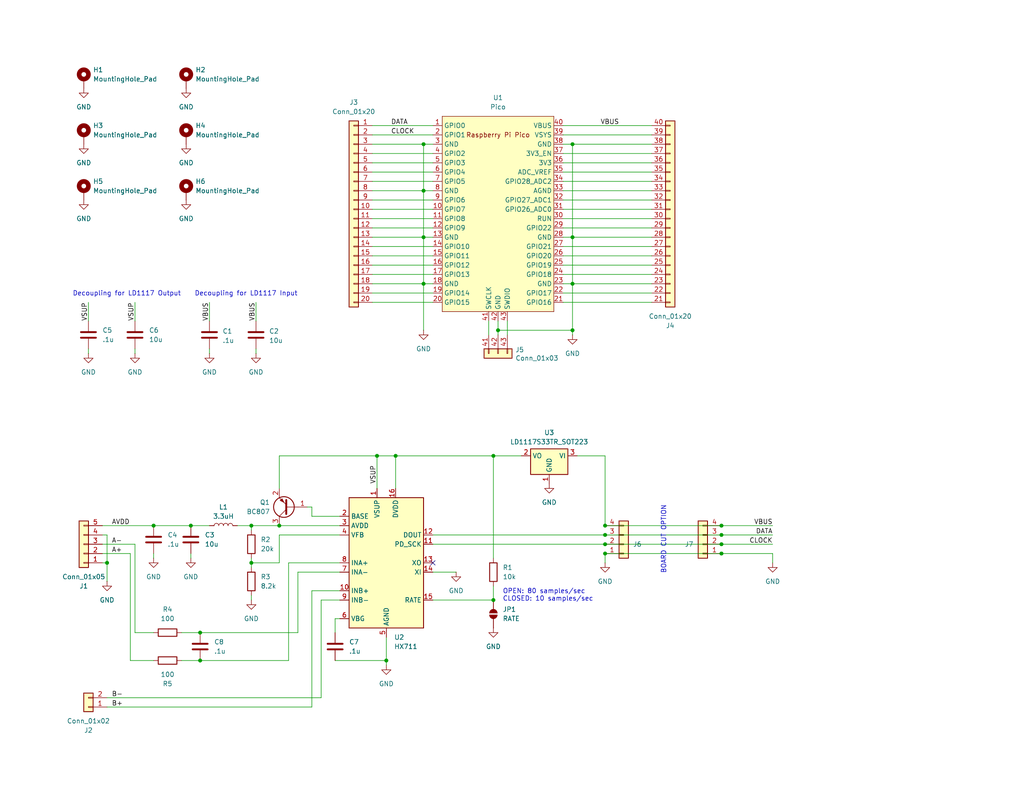
<source format=kicad_sch>
(kicad_sch
	(version 20250114)
	(generator "eeschema")
	(generator_version "9.0")
	(uuid "6c21e124-578b-44ec-948c-d3902887c2b1")
	(paper "USLetter")
	(lib_symbols
		(symbol "Analog_ADC:HX711"
			(exclude_from_sim no)
			(in_bom yes)
			(on_board yes)
			(property "Reference" "U"
				(at 5.08 21.59 0)
				(effects
					(font
						(size 1.27 1.27)
					)
				)
			)
			(property "Value" "HX711"
				(at 7.62 19.05 0)
				(effects
					(font
						(size 1.27 1.27)
					)
				)
			)
			(property "Footprint" "Package_SO:SOIC-16_3.9x9.9mm_P1.27mm"
				(at 3.81 1.27 0)
				(effects
					(font
						(size 1.27 1.27)
					)
					(hide yes)
				)
			)
			(property "Datasheet" "https://web.archive.org/web/20220615044707/https://akizukidenshi.com/download/ds/avia/hx711.pdf"
				(at 3.81 -1.27 0)
				(effects
					(font
						(size 1.27 1.27)
					)
					(hide yes)
				)
			)
			(property "Description" "24-bit Analog-to-Digital Converter (ADC) for Weight Scales, SOIC-16 (SOP-16)"
				(at 0 0 0)
				(effects
					(font
						(size 1.27 1.27)
					)
					(hide yes)
				)
			)
			(property "ki_keywords" "load-cell 24-bits"
				(at 0 0 0)
				(effects
					(font
						(size 1.27 1.27)
					)
					(hide yes)
				)
			)
			(property "ki_fp_filters" "*SO*3.9x9.9mm*P1.27mm*"
				(at 0 0 0)
				(effects
					(font
						(size 1.27 1.27)
					)
					(hide yes)
				)
			)
			(symbol "HX711_0_1"
				(rectangle
					(start -10.16 17.78)
					(end 10.16 -17.78)
					(stroke
						(width 0.254)
						(type default)
					)
					(fill
						(type background)
					)
				)
			)
			(symbol "HX711_1_1"
				(pin passive line
					(at -12.7 12.7 0)
					(length 2.54)
					(name "BASE"
						(effects
							(font
								(size 1.27 1.27)
							)
						)
					)
					(number "2"
						(effects
							(font
								(size 1.27 1.27)
							)
						)
					)
				)
				(pin power_in line
					(at -12.7 10.16 0)
					(length 2.54)
					(name "AVDD"
						(effects
							(font
								(size 1.27 1.27)
							)
						)
					)
					(number "3"
						(effects
							(font
								(size 1.27 1.27)
							)
						)
					)
				)
				(pin input line
					(at -12.7 7.62 0)
					(length 2.54)
					(name "VFB"
						(effects
							(font
								(size 1.27 1.27)
							)
						)
					)
					(number "4"
						(effects
							(font
								(size 1.27 1.27)
							)
						)
					)
				)
				(pin input line
					(at -12.7 0 0)
					(length 2.54)
					(name "INA+"
						(effects
							(font
								(size 1.27 1.27)
							)
						)
					)
					(number "8"
						(effects
							(font
								(size 1.27 1.27)
							)
						)
					)
				)
				(pin input line
					(at -12.7 -2.54 0)
					(length 2.54)
					(name "INA-"
						(effects
							(font
								(size 1.27 1.27)
							)
						)
					)
					(number "7"
						(effects
							(font
								(size 1.27 1.27)
							)
						)
					)
				)
				(pin input line
					(at -12.7 -7.62 0)
					(length 2.54)
					(name "INB+"
						(effects
							(font
								(size 1.27 1.27)
							)
						)
					)
					(number "10"
						(effects
							(font
								(size 1.27 1.27)
							)
						)
					)
				)
				(pin input line
					(at -12.7 -10.16 0)
					(length 2.54)
					(name "INB-"
						(effects
							(font
								(size 1.27 1.27)
							)
						)
					)
					(number "9"
						(effects
							(font
								(size 1.27 1.27)
							)
						)
					)
				)
				(pin passive line
					(at -12.7 -15.24 0)
					(length 2.54)
					(name "VBG"
						(effects
							(font
								(size 1.27 1.27)
							)
						)
					)
					(number "6"
						(effects
							(font
								(size 1.27 1.27)
							)
						)
					)
				)
				(pin power_in line
					(at -2.54 20.32 270)
					(length 2.54)
					(name "VSUP"
						(effects
							(font
								(size 1.27 1.27)
							)
						)
					)
					(number "1"
						(effects
							(font
								(size 1.27 1.27)
							)
						)
					)
				)
				(pin power_in line
					(at 0 -20.32 90)
					(length 2.54)
					(name "AGND"
						(effects
							(font
								(size 1.27 1.27)
							)
						)
					)
					(number "5"
						(effects
							(font
								(size 1.27 1.27)
							)
						)
					)
				)
				(pin power_in line
					(at 2.54 20.32 270)
					(length 2.54)
					(name "DVDD"
						(effects
							(font
								(size 1.27 1.27)
							)
						)
					)
					(number "16"
						(effects
							(font
								(size 1.27 1.27)
							)
						)
					)
				)
				(pin output line
					(at 12.7 7.62 180)
					(length 2.54)
					(name "DOUT"
						(effects
							(font
								(size 1.27 1.27)
							)
						)
					)
					(number "12"
						(effects
							(font
								(size 1.27 1.27)
							)
						)
					)
				)
				(pin input line
					(at 12.7 5.08 180)
					(length 2.54)
					(name "PD_SCK"
						(effects
							(font
								(size 1.27 1.27)
							)
						)
					)
					(number "11"
						(effects
							(font
								(size 1.27 1.27)
							)
						)
					)
				)
				(pin passive line
					(at 12.7 0 180)
					(length 2.54)
					(name "XO"
						(effects
							(font
								(size 1.27 1.27)
							)
						)
					)
					(number "13"
						(effects
							(font
								(size 1.27 1.27)
							)
						)
					)
				)
				(pin passive line
					(at 12.7 -2.54 180)
					(length 2.54)
					(name "XI"
						(effects
							(font
								(size 1.27 1.27)
							)
						)
					)
					(number "14"
						(effects
							(font
								(size 1.27 1.27)
							)
						)
					)
				)
				(pin input line
					(at 12.7 -10.16 180)
					(length 2.54)
					(name "RATE"
						(effects
							(font
								(size 1.27 1.27)
							)
						)
					)
					(number "15"
						(effects
							(font
								(size 1.27 1.27)
							)
						)
					)
				)
			)
			(embedded_fonts no)
		)
		(symbol "Conn_01x20_1"
			(pin_names
				(offset 1.016)
				(hide yes)
			)
			(exclude_from_sim no)
			(in_bom yes)
			(on_board yes)
			(property "Reference" "J4"
				(at 0 29.21 0)
				(effects
					(font
						(size 1.27 1.27)
					)
				)
			)
			(property "Value" "Conn_01x20"
				(at 0 26.67 0)
				(effects
					(font
						(size 1.27 1.27)
					)
				)
			)
			(property "Footprint" "MCU_RaspberryPi_and_Boards:Pico_header_2"
				(at 0 0 0)
				(effects
					(font
						(size 1.27 1.27)
					)
					(hide yes)
				)
			)
			(property "Datasheet" "~"
				(at 0 0 0)
				(effects
					(font
						(size 1.27 1.27)
					)
					(hide yes)
				)
			)
			(property "Description" "Generic connector, single row, 01x20, script generated (kicad-library-utils/schlib/autogen/connector/)"
				(at 0 0 0)
				(effects
					(font
						(size 1.27 1.27)
					)
					(hide yes)
				)
			)
			(property "ki_keywords" "connector"
				(at 0 0 0)
				(effects
					(font
						(size 1.27 1.27)
					)
					(hide yes)
				)
			)
			(property "ki_fp_filters" "Connector*:*_1x??_*"
				(at 0 0 0)
				(effects
					(font
						(size 1.27 1.27)
					)
					(hide yes)
				)
			)
			(symbol "Conn_01x20_1_1_1"
				(rectangle
					(start -1.27 24.13)
					(end 1.27 -26.67)
					(stroke
						(width 0.254)
						(type default)
					)
					(fill
						(type background)
					)
				)
				(rectangle
					(start -1.27 22.987)
					(end 0 22.733)
					(stroke
						(width 0.1524)
						(type default)
					)
					(fill
						(type none)
					)
				)
				(rectangle
					(start -1.27 20.447)
					(end 0 20.193)
					(stroke
						(width 0.1524)
						(type default)
					)
					(fill
						(type none)
					)
				)
				(rectangle
					(start -1.27 17.907)
					(end 0 17.653)
					(stroke
						(width 0.1524)
						(type default)
					)
					(fill
						(type none)
					)
				)
				(rectangle
					(start -1.27 15.367)
					(end 0 15.113)
					(stroke
						(width 0.1524)
						(type default)
					)
					(fill
						(type none)
					)
				)
				(rectangle
					(start -1.27 12.827)
					(end 0 12.573)
					(stroke
						(width 0.1524)
						(type default)
					)
					(fill
						(type none)
					)
				)
				(rectangle
					(start -1.27 10.287)
					(end 0 10.033)
					(stroke
						(width 0.1524)
						(type default)
					)
					(fill
						(type none)
					)
				)
				(rectangle
					(start -1.27 7.747)
					(end 0 7.493)
					(stroke
						(width 0.1524)
						(type default)
					)
					(fill
						(type none)
					)
				)
				(rectangle
					(start -1.27 5.207)
					(end 0 4.953)
					(stroke
						(width 0.1524)
						(type default)
					)
					(fill
						(type none)
					)
				)
				(rectangle
					(start -1.27 2.667)
					(end 0 2.413)
					(stroke
						(width 0.1524)
						(type default)
					)
					(fill
						(type none)
					)
				)
				(rectangle
					(start -1.27 0.127)
					(end 0 -0.127)
					(stroke
						(width 0.1524)
						(type default)
					)
					(fill
						(type none)
					)
				)
				(rectangle
					(start -1.27 -2.413)
					(end 0 -2.667)
					(stroke
						(width 0.1524)
						(type default)
					)
					(fill
						(type none)
					)
				)
				(rectangle
					(start -1.27 -4.953)
					(end 0 -5.207)
					(stroke
						(width 0.1524)
						(type default)
					)
					(fill
						(type none)
					)
				)
				(rectangle
					(start -1.27 -7.493)
					(end 0 -7.747)
					(stroke
						(width 0.1524)
						(type default)
					)
					(fill
						(type none)
					)
				)
				(rectangle
					(start -1.27 -10.033)
					(end 0 -10.287)
					(stroke
						(width 0.1524)
						(type default)
					)
					(fill
						(type none)
					)
				)
				(rectangle
					(start -1.27 -12.573)
					(end 0 -12.827)
					(stroke
						(width 0.1524)
						(type default)
					)
					(fill
						(type none)
					)
				)
				(rectangle
					(start -1.27 -15.113)
					(end 0 -15.367)
					(stroke
						(width 0.1524)
						(type default)
					)
					(fill
						(type none)
					)
				)
				(rectangle
					(start -1.27 -17.653)
					(end 0 -17.907)
					(stroke
						(width 0.1524)
						(type default)
					)
					(fill
						(type none)
					)
				)
				(rectangle
					(start -1.27 -20.193)
					(end 0 -20.447)
					(stroke
						(width 0.1524)
						(type default)
					)
					(fill
						(type none)
					)
				)
				(rectangle
					(start -1.27 -22.733)
					(end 0 -22.987)
					(stroke
						(width 0.1524)
						(type default)
					)
					(fill
						(type none)
					)
				)
				(rectangle
					(start -1.27 -25.273)
					(end 0 -25.527)
					(stroke
						(width 0.1524)
						(type default)
					)
					(fill
						(type none)
					)
				)
				(pin passive line
					(at -5.08 22.86 0)
					(length 3.81)
					(name "Pin_1"
						(effects
							(font
								(size 1.27 1.27)
							)
						)
					)
					(number "21"
						(effects
							(font
								(size 1.27 1.27)
							)
						)
					)
				)
				(pin passive line
					(at -5.08 20.32 0)
					(length 3.81)
					(name "Pin_2"
						(effects
							(font
								(size 1.27 1.27)
							)
						)
					)
					(number "22"
						(effects
							(font
								(size 1.27 1.27)
							)
						)
					)
				)
				(pin passive line
					(at -5.08 17.78 0)
					(length 3.81)
					(name "Pin_3"
						(effects
							(font
								(size 1.27 1.27)
							)
						)
					)
					(number "23"
						(effects
							(font
								(size 1.27 1.27)
							)
						)
					)
				)
				(pin passive line
					(at -5.08 15.24 0)
					(length 3.81)
					(name "Pin_4"
						(effects
							(font
								(size 1.27 1.27)
							)
						)
					)
					(number "24"
						(effects
							(font
								(size 1.27 1.27)
							)
						)
					)
				)
				(pin passive line
					(at -5.08 12.7 0)
					(length 3.81)
					(name "Pin_5"
						(effects
							(font
								(size 1.27 1.27)
							)
						)
					)
					(number "25"
						(effects
							(font
								(size 1.27 1.27)
							)
						)
					)
				)
				(pin passive line
					(at -5.08 10.16 0)
					(length 3.81)
					(name "Pin_6"
						(effects
							(font
								(size 1.27 1.27)
							)
						)
					)
					(number "26"
						(effects
							(font
								(size 1.27 1.27)
							)
						)
					)
				)
				(pin passive line
					(at -5.08 7.62 0)
					(length 3.81)
					(name "Pin_7"
						(effects
							(font
								(size 1.27 1.27)
							)
						)
					)
					(number "27"
						(effects
							(font
								(size 1.27 1.27)
							)
						)
					)
				)
				(pin passive line
					(at -5.08 5.08 0)
					(length 3.81)
					(name "Pin_8"
						(effects
							(font
								(size 1.27 1.27)
							)
						)
					)
					(number "28"
						(effects
							(font
								(size 1.27 1.27)
							)
						)
					)
				)
				(pin passive line
					(at -5.08 2.54 0)
					(length 3.81)
					(name "Pin_9"
						(effects
							(font
								(size 1.27 1.27)
							)
						)
					)
					(number "29"
						(effects
							(font
								(size 1.27 1.27)
							)
						)
					)
				)
				(pin passive line
					(at -5.08 0 0)
					(length 3.81)
					(name "Pin_10"
						(effects
							(font
								(size 1.27 1.27)
							)
						)
					)
					(number "30"
						(effects
							(font
								(size 1.27 1.27)
							)
						)
					)
				)
				(pin passive line
					(at -5.08 -2.54 0)
					(length 3.81)
					(name "Pin_11"
						(effects
							(font
								(size 1.27 1.27)
							)
						)
					)
					(number "31"
						(effects
							(font
								(size 1.27 1.27)
							)
						)
					)
				)
				(pin passive line
					(at -5.08 -5.08 0)
					(length 3.81)
					(name "Pin_12"
						(effects
							(font
								(size 1.27 1.27)
							)
						)
					)
					(number "32"
						(effects
							(font
								(size 1.27 1.27)
							)
						)
					)
				)
				(pin passive line
					(at -5.08 -7.62 0)
					(length 3.81)
					(name "Pin_13"
						(effects
							(font
								(size 1.27 1.27)
							)
						)
					)
					(number "33"
						(effects
							(font
								(size 1.27 1.27)
							)
						)
					)
				)
				(pin passive line
					(at -5.08 -10.16 0)
					(length 3.81)
					(name "Pin_14"
						(effects
							(font
								(size 1.27 1.27)
							)
						)
					)
					(number "34"
						(effects
							(font
								(size 1.27 1.27)
							)
						)
					)
				)
				(pin passive line
					(at -5.08 -12.7 0)
					(length 3.81)
					(name "Pin_15"
						(effects
							(font
								(size 1.27 1.27)
							)
						)
					)
					(number "35"
						(effects
							(font
								(size 1.27 1.27)
							)
						)
					)
				)
				(pin passive line
					(at -5.08 -15.24 0)
					(length 3.81)
					(name "Pin_16"
						(effects
							(font
								(size 1.27 1.27)
							)
						)
					)
					(number "36"
						(effects
							(font
								(size 1.27 1.27)
							)
						)
					)
				)
				(pin passive line
					(at -5.08 -17.78 0)
					(length 3.81)
					(name "Pin_17"
						(effects
							(font
								(size 1.27 1.27)
							)
						)
					)
					(number "37"
						(effects
							(font
								(size 1.27 1.27)
							)
						)
					)
				)
				(pin passive line
					(at -5.08 -20.32 0)
					(length 3.81)
					(name "Pin_18"
						(effects
							(font
								(size 1.27 1.27)
							)
						)
					)
					(number "38"
						(effects
							(font
								(size 1.27 1.27)
							)
						)
					)
				)
				(pin passive line
					(at -5.08 -22.86 0)
					(length 3.81)
					(name "Pin_19"
						(effects
							(font
								(size 1.27 1.27)
							)
						)
					)
					(number "39"
						(effects
							(font
								(size 1.27 1.27)
							)
						)
					)
				)
				(pin passive line
					(at -5.08 -25.4 0)
					(length 3.81)
					(name "Pin_20"
						(effects
							(font
								(size 1.27 1.27)
							)
						)
					)
					(number "40"
						(effects
							(font
								(size 1.27 1.27)
							)
						)
					)
				)
			)
			(embedded_fonts no)
		)
		(symbol "Connector_Generic:Conn_01x02"
			(pin_names
				(offset 1.016)
				(hide yes)
			)
			(exclude_from_sim no)
			(in_bom yes)
			(on_board yes)
			(property "Reference" "J"
				(at 0 2.54 0)
				(effects
					(font
						(size 1.27 1.27)
					)
				)
			)
			(property "Value" "Conn_01x02"
				(at 0 -5.08 0)
				(effects
					(font
						(size 1.27 1.27)
					)
				)
			)
			(property "Footprint" ""
				(at 0 0 0)
				(effects
					(font
						(size 1.27 1.27)
					)
					(hide yes)
				)
			)
			(property "Datasheet" "~"
				(at 0 0 0)
				(effects
					(font
						(size 1.27 1.27)
					)
					(hide yes)
				)
			)
			(property "Description" "Generic connector, single row, 01x02, script generated (kicad-library-utils/schlib/autogen/connector/)"
				(at 0 0 0)
				(effects
					(font
						(size 1.27 1.27)
					)
					(hide yes)
				)
			)
			(property "ki_keywords" "connector"
				(at 0 0 0)
				(effects
					(font
						(size 1.27 1.27)
					)
					(hide yes)
				)
			)
			(property "ki_fp_filters" "Connector*:*_1x??_*"
				(at 0 0 0)
				(effects
					(font
						(size 1.27 1.27)
					)
					(hide yes)
				)
			)
			(symbol "Conn_01x02_1_1"
				(rectangle
					(start -1.27 1.27)
					(end 1.27 -3.81)
					(stroke
						(width 0.254)
						(type default)
					)
					(fill
						(type background)
					)
				)
				(rectangle
					(start -1.27 0.127)
					(end 0 -0.127)
					(stroke
						(width 0.1524)
						(type default)
					)
					(fill
						(type none)
					)
				)
				(rectangle
					(start -1.27 -2.413)
					(end 0 -2.667)
					(stroke
						(width 0.1524)
						(type default)
					)
					(fill
						(type none)
					)
				)
				(pin passive line
					(at -5.08 0 0)
					(length 3.81)
					(name "Pin_1"
						(effects
							(font
								(size 1.27 1.27)
							)
						)
					)
					(number "1"
						(effects
							(font
								(size 1.27 1.27)
							)
						)
					)
				)
				(pin passive line
					(at -5.08 -2.54 0)
					(length 3.81)
					(name "Pin_2"
						(effects
							(font
								(size 1.27 1.27)
							)
						)
					)
					(number "2"
						(effects
							(font
								(size 1.27 1.27)
							)
						)
					)
				)
			)
			(embedded_fonts no)
		)
		(symbol "Connector_Generic:Conn_01x03"
			(pin_names
				(offset 1.016)
				(hide yes)
			)
			(exclude_from_sim no)
			(in_bom yes)
			(on_board yes)
			(property "Reference" "J5"
				(at -1.016 -7.112 90)
				(effects
					(font
						(size 1.27 1.27)
					)
					(justify left)
				)
			)
			(property "Value" "Conn_01x03"
				(at 1.27 -16.51 90)
				(effects
					(font
						(size 1.27 1.27)
					)
					(justify left)
				)
			)
			(property "Footprint" "MCU_RaspberryPi_and_Boards:Pico_header_3"
				(at 0 0 0)
				(effects
					(font
						(size 1.27 1.27)
					)
					(hide yes)
				)
			)
			(property "Datasheet" "~"
				(at 0 0 0)
				(effects
					(font
						(size 1.27 1.27)
					)
					(hide yes)
				)
			)
			(property "Description" "Generic connector, single row, 01x03, script generated (kicad-library-utils/schlib/autogen/connector/)"
				(at 0 0 0)
				(effects
					(font
						(size 1.27 1.27)
					)
					(hide yes)
				)
			)
			(property "ki_keywords" "connector"
				(at 0 0 0)
				(effects
					(font
						(size 1.27 1.27)
					)
					(hide yes)
				)
			)
			(property "ki_fp_filters" "Connector*:*_1x??_*"
				(at 0 0 0)
				(effects
					(font
						(size 1.27 1.27)
					)
					(hide yes)
				)
			)
			(symbol "Conn_01x03_1_1"
				(rectangle
					(start -1.27 3.81)
					(end 1.27 -3.81)
					(stroke
						(width 0.254)
						(type default)
					)
					(fill
						(type background)
					)
				)
				(rectangle
					(start -1.27 2.667)
					(end 0 2.413)
					(stroke
						(width 0.1524)
						(type default)
					)
					(fill
						(type none)
					)
				)
				(rectangle
					(start -1.27 0.127)
					(end 0 -0.127)
					(stroke
						(width 0.1524)
						(type default)
					)
					(fill
						(type none)
					)
				)
				(rectangle
					(start -1.27 -2.413)
					(end 0 -2.667)
					(stroke
						(width 0.1524)
						(type default)
					)
					(fill
						(type none)
					)
				)
				(pin passive line
					(at -5.08 2.54 0)
					(length 3.81)
					(name "Pin_1"
						(effects
							(font
								(size 1.27 1.27)
							)
						)
					)
					(number "41"
						(effects
							(font
								(size 1.27 1.27)
							)
						)
					)
				)
				(pin passive line
					(at -5.08 0 0)
					(length 3.81)
					(name "Pin_2"
						(effects
							(font
								(size 1.27 1.27)
							)
						)
					)
					(number "42"
						(effects
							(font
								(size 1.27 1.27)
							)
						)
					)
				)
				(pin passive line
					(at -5.08 -2.54 0)
					(length 3.81)
					(name "Pin_3"
						(effects
							(font
								(size 1.27 1.27)
							)
						)
					)
					(number "43"
						(effects
							(font
								(size 1.27 1.27)
							)
						)
					)
				)
			)
			(embedded_fonts no)
		)
		(symbol "Connector_Generic:Conn_01x04"
			(pin_names
				(offset 1.016)
				(hide yes)
			)
			(exclude_from_sim no)
			(in_bom yes)
			(on_board yes)
			(property "Reference" "J"
				(at 0 5.08 0)
				(effects
					(font
						(size 1.27 1.27)
					)
				)
			)
			(property "Value" "Conn_01x04"
				(at 0 -7.62 0)
				(effects
					(font
						(size 1.27 1.27)
					)
				)
			)
			(property "Footprint" ""
				(at 0 0 0)
				(effects
					(font
						(size 1.27 1.27)
					)
					(hide yes)
				)
			)
			(property "Datasheet" "~"
				(at 0 0 0)
				(effects
					(font
						(size 1.27 1.27)
					)
					(hide yes)
				)
			)
			(property "Description" "Generic connector, single row, 01x04, script generated (kicad-library-utils/schlib/autogen/connector/)"
				(at 0 0 0)
				(effects
					(font
						(size 1.27 1.27)
					)
					(hide yes)
				)
			)
			(property "ki_keywords" "connector"
				(at 0 0 0)
				(effects
					(font
						(size 1.27 1.27)
					)
					(hide yes)
				)
			)
			(property "ki_fp_filters" "Connector*:*_1x??_*"
				(at 0 0 0)
				(effects
					(font
						(size 1.27 1.27)
					)
					(hide yes)
				)
			)
			(symbol "Conn_01x04_1_1"
				(rectangle
					(start -1.27 3.81)
					(end 1.27 -6.35)
					(stroke
						(width 0.254)
						(type default)
					)
					(fill
						(type background)
					)
				)
				(rectangle
					(start -1.27 2.667)
					(end 0 2.413)
					(stroke
						(width 0.1524)
						(type default)
					)
					(fill
						(type none)
					)
				)
				(rectangle
					(start -1.27 0.127)
					(end 0 -0.127)
					(stroke
						(width 0.1524)
						(type default)
					)
					(fill
						(type none)
					)
				)
				(rectangle
					(start -1.27 -2.413)
					(end 0 -2.667)
					(stroke
						(width 0.1524)
						(type default)
					)
					(fill
						(type none)
					)
				)
				(rectangle
					(start -1.27 -4.953)
					(end 0 -5.207)
					(stroke
						(width 0.1524)
						(type default)
					)
					(fill
						(type none)
					)
				)
				(pin passive line
					(at -5.08 2.54 0)
					(length 3.81)
					(name "Pin_1"
						(effects
							(font
								(size 1.27 1.27)
							)
						)
					)
					(number "1"
						(effects
							(font
								(size 1.27 1.27)
							)
						)
					)
				)
				(pin passive line
					(at -5.08 0 0)
					(length 3.81)
					(name "Pin_2"
						(effects
							(font
								(size 1.27 1.27)
							)
						)
					)
					(number "2"
						(effects
							(font
								(size 1.27 1.27)
							)
						)
					)
				)
				(pin passive line
					(at -5.08 -2.54 0)
					(length 3.81)
					(name "Pin_3"
						(effects
							(font
								(size 1.27 1.27)
							)
						)
					)
					(number "3"
						(effects
							(font
								(size 1.27 1.27)
							)
						)
					)
				)
				(pin passive line
					(at -5.08 -5.08 0)
					(length 3.81)
					(name "Pin_4"
						(effects
							(font
								(size 1.27 1.27)
							)
						)
					)
					(number "4"
						(effects
							(font
								(size 1.27 1.27)
							)
						)
					)
				)
			)
			(embedded_fonts no)
		)
		(symbol "Connector_Generic:Conn_01x05"
			(pin_names
				(offset 1.016)
				(hide yes)
			)
			(exclude_from_sim no)
			(in_bom yes)
			(on_board yes)
			(property "Reference" "J"
				(at 0 7.62 0)
				(effects
					(font
						(size 1.27 1.27)
					)
				)
			)
			(property "Value" "Conn_01x05"
				(at 0 -7.62 0)
				(effects
					(font
						(size 1.27 1.27)
					)
				)
			)
			(property "Footprint" ""
				(at 0 0 0)
				(effects
					(font
						(size 1.27 1.27)
					)
					(hide yes)
				)
			)
			(property "Datasheet" "~"
				(at 0 0 0)
				(effects
					(font
						(size 1.27 1.27)
					)
					(hide yes)
				)
			)
			(property "Description" "Generic connector, single row, 01x05, script generated (kicad-library-utils/schlib/autogen/connector/)"
				(at 0 0 0)
				(effects
					(font
						(size 1.27 1.27)
					)
					(hide yes)
				)
			)
			(property "ki_keywords" "connector"
				(at 0 0 0)
				(effects
					(font
						(size 1.27 1.27)
					)
					(hide yes)
				)
			)
			(property "ki_fp_filters" "Connector*:*_1x??_*"
				(at 0 0 0)
				(effects
					(font
						(size 1.27 1.27)
					)
					(hide yes)
				)
			)
			(symbol "Conn_01x05_1_1"
				(rectangle
					(start -1.27 6.35)
					(end 1.27 -6.35)
					(stroke
						(width 0.254)
						(type default)
					)
					(fill
						(type background)
					)
				)
				(rectangle
					(start -1.27 5.207)
					(end 0 4.953)
					(stroke
						(width 0.1524)
						(type default)
					)
					(fill
						(type none)
					)
				)
				(rectangle
					(start -1.27 2.667)
					(end 0 2.413)
					(stroke
						(width 0.1524)
						(type default)
					)
					(fill
						(type none)
					)
				)
				(rectangle
					(start -1.27 0.127)
					(end 0 -0.127)
					(stroke
						(width 0.1524)
						(type default)
					)
					(fill
						(type none)
					)
				)
				(rectangle
					(start -1.27 -2.413)
					(end 0 -2.667)
					(stroke
						(width 0.1524)
						(type default)
					)
					(fill
						(type none)
					)
				)
				(rectangle
					(start -1.27 -4.953)
					(end 0 -5.207)
					(stroke
						(width 0.1524)
						(type default)
					)
					(fill
						(type none)
					)
				)
				(pin passive line
					(at -5.08 5.08 0)
					(length 3.81)
					(name "Pin_1"
						(effects
							(font
								(size 1.27 1.27)
							)
						)
					)
					(number "1"
						(effects
							(font
								(size 1.27 1.27)
							)
						)
					)
				)
				(pin passive line
					(at -5.08 2.54 0)
					(length 3.81)
					(name "Pin_2"
						(effects
							(font
								(size 1.27 1.27)
							)
						)
					)
					(number "2"
						(effects
							(font
								(size 1.27 1.27)
							)
						)
					)
				)
				(pin passive line
					(at -5.08 0 0)
					(length 3.81)
					(name "Pin_3"
						(effects
							(font
								(size 1.27 1.27)
							)
						)
					)
					(number "3"
						(effects
							(font
								(size 1.27 1.27)
							)
						)
					)
				)
				(pin passive line
					(at -5.08 -2.54 0)
					(length 3.81)
					(name "Pin_4"
						(effects
							(font
								(size 1.27 1.27)
							)
						)
					)
					(number "4"
						(effects
							(font
								(size 1.27 1.27)
							)
						)
					)
				)
				(pin passive line
					(at -5.08 -5.08 0)
					(length 3.81)
					(name "Pin_5"
						(effects
							(font
								(size 1.27 1.27)
							)
						)
					)
					(number "5"
						(effects
							(font
								(size 1.27 1.27)
							)
						)
					)
				)
			)
			(embedded_fonts no)
		)
		(symbol "Connector_Generic:Conn_01x20"
			(pin_names
				(offset 1.016)
				(hide yes)
			)
			(exclude_from_sim no)
			(in_bom yes)
			(on_board yes)
			(property "Reference" "J"
				(at 0 25.4 0)
				(effects
					(font
						(size 1.27 1.27)
					)
				)
			)
			(property "Value" "Conn_01x20"
				(at 0 -27.94 0)
				(effects
					(font
						(size 1.27 1.27)
					)
				)
			)
			(property "Footprint" ""
				(at 0 0 0)
				(effects
					(font
						(size 1.27 1.27)
					)
					(hide yes)
				)
			)
			(property "Datasheet" "~"
				(at 0 0 0)
				(effects
					(font
						(size 1.27 1.27)
					)
					(hide yes)
				)
			)
			(property "Description" "Generic connector, single row, 01x20, script generated (kicad-library-utils/schlib/autogen/connector/)"
				(at 0 0 0)
				(effects
					(font
						(size 1.27 1.27)
					)
					(hide yes)
				)
			)
			(property "ki_keywords" "connector"
				(at 0 0 0)
				(effects
					(font
						(size 1.27 1.27)
					)
					(hide yes)
				)
			)
			(property "ki_fp_filters" "Connector*:*_1x??_*"
				(at 0 0 0)
				(effects
					(font
						(size 1.27 1.27)
					)
					(hide yes)
				)
			)
			(symbol "Conn_01x20_1_1"
				(rectangle
					(start -1.27 24.13)
					(end 1.27 -26.67)
					(stroke
						(width 0.254)
						(type default)
					)
					(fill
						(type background)
					)
				)
				(rectangle
					(start -1.27 22.987)
					(end 0 22.733)
					(stroke
						(width 0.1524)
						(type default)
					)
					(fill
						(type none)
					)
				)
				(rectangle
					(start -1.27 20.447)
					(end 0 20.193)
					(stroke
						(width 0.1524)
						(type default)
					)
					(fill
						(type none)
					)
				)
				(rectangle
					(start -1.27 17.907)
					(end 0 17.653)
					(stroke
						(width 0.1524)
						(type default)
					)
					(fill
						(type none)
					)
				)
				(rectangle
					(start -1.27 15.367)
					(end 0 15.113)
					(stroke
						(width 0.1524)
						(type default)
					)
					(fill
						(type none)
					)
				)
				(rectangle
					(start -1.27 12.827)
					(end 0 12.573)
					(stroke
						(width 0.1524)
						(type default)
					)
					(fill
						(type none)
					)
				)
				(rectangle
					(start -1.27 10.287)
					(end 0 10.033)
					(stroke
						(width 0.1524)
						(type default)
					)
					(fill
						(type none)
					)
				)
				(rectangle
					(start -1.27 7.747)
					(end 0 7.493)
					(stroke
						(width 0.1524)
						(type default)
					)
					(fill
						(type none)
					)
				)
				(rectangle
					(start -1.27 5.207)
					(end 0 4.953)
					(stroke
						(width 0.1524)
						(type default)
					)
					(fill
						(type none)
					)
				)
				(rectangle
					(start -1.27 2.667)
					(end 0 2.413)
					(stroke
						(width 0.1524)
						(type default)
					)
					(fill
						(type none)
					)
				)
				(rectangle
					(start -1.27 0.127)
					(end 0 -0.127)
					(stroke
						(width 0.1524)
						(type default)
					)
					(fill
						(type none)
					)
				)
				(rectangle
					(start -1.27 -2.413)
					(end 0 -2.667)
					(stroke
						(width 0.1524)
						(type default)
					)
					(fill
						(type none)
					)
				)
				(rectangle
					(start -1.27 -4.953)
					(end 0 -5.207)
					(stroke
						(width 0.1524)
						(type default)
					)
					(fill
						(type none)
					)
				)
				(rectangle
					(start -1.27 -7.493)
					(end 0 -7.747)
					(stroke
						(width 0.1524)
						(type default)
					)
					(fill
						(type none)
					)
				)
				(rectangle
					(start -1.27 -10.033)
					(end 0 -10.287)
					(stroke
						(width 0.1524)
						(type default)
					)
					(fill
						(type none)
					)
				)
				(rectangle
					(start -1.27 -12.573)
					(end 0 -12.827)
					(stroke
						(width 0.1524)
						(type default)
					)
					(fill
						(type none)
					)
				)
				(rectangle
					(start -1.27 -15.113)
					(end 0 -15.367)
					(stroke
						(width 0.1524)
						(type default)
					)
					(fill
						(type none)
					)
				)
				(rectangle
					(start -1.27 -17.653)
					(end 0 -17.907)
					(stroke
						(width 0.1524)
						(type default)
					)
					(fill
						(type none)
					)
				)
				(rectangle
					(start -1.27 -20.193)
					(end 0 -20.447)
					(stroke
						(width 0.1524)
						(type default)
					)
					(fill
						(type none)
					)
				)
				(rectangle
					(start -1.27 -22.733)
					(end 0 -22.987)
					(stroke
						(width 0.1524)
						(type default)
					)
					(fill
						(type none)
					)
				)
				(rectangle
					(start -1.27 -25.273)
					(end 0 -25.527)
					(stroke
						(width 0.1524)
						(type default)
					)
					(fill
						(type none)
					)
				)
				(pin passive line
					(at -5.08 22.86 0)
					(length 3.81)
					(name "Pin_1"
						(effects
							(font
								(size 1.27 1.27)
							)
						)
					)
					(number "1"
						(effects
							(font
								(size 1.27 1.27)
							)
						)
					)
				)
				(pin passive line
					(at -5.08 20.32 0)
					(length 3.81)
					(name "Pin_2"
						(effects
							(font
								(size 1.27 1.27)
							)
						)
					)
					(number "2"
						(effects
							(font
								(size 1.27 1.27)
							)
						)
					)
				)
				(pin passive line
					(at -5.08 17.78 0)
					(length 3.81)
					(name "Pin_3"
						(effects
							(font
								(size 1.27 1.27)
							)
						)
					)
					(number "3"
						(effects
							(font
								(size 1.27 1.27)
							)
						)
					)
				)
				(pin passive line
					(at -5.08 15.24 0)
					(length 3.81)
					(name "Pin_4"
						(effects
							(font
								(size 1.27 1.27)
							)
						)
					)
					(number "4"
						(effects
							(font
								(size 1.27 1.27)
							)
						)
					)
				)
				(pin passive line
					(at -5.08 12.7 0)
					(length 3.81)
					(name "Pin_5"
						(effects
							(font
								(size 1.27 1.27)
							)
						)
					)
					(number "5"
						(effects
							(font
								(size 1.27 1.27)
							)
						)
					)
				)
				(pin passive line
					(at -5.08 10.16 0)
					(length 3.81)
					(name "Pin_6"
						(effects
							(font
								(size 1.27 1.27)
							)
						)
					)
					(number "6"
						(effects
							(font
								(size 1.27 1.27)
							)
						)
					)
				)
				(pin passive line
					(at -5.08 7.62 0)
					(length 3.81)
					(name "Pin_7"
						(effects
							(font
								(size 1.27 1.27)
							)
						)
					)
					(number "7"
						(effects
							(font
								(size 1.27 1.27)
							)
						)
					)
				)
				(pin passive line
					(at -5.08 5.08 0)
					(length 3.81)
					(name "Pin_8"
						(effects
							(font
								(size 1.27 1.27)
							)
						)
					)
					(number "8"
						(effects
							(font
								(size 1.27 1.27)
							)
						)
					)
				)
				(pin passive line
					(at -5.08 2.54 0)
					(length 3.81)
					(name "Pin_9"
						(effects
							(font
								(size 1.27 1.27)
							)
						)
					)
					(number "9"
						(effects
							(font
								(size 1.27 1.27)
							)
						)
					)
				)
				(pin passive line
					(at -5.08 0 0)
					(length 3.81)
					(name "Pin_10"
						(effects
							(font
								(size 1.27 1.27)
							)
						)
					)
					(number "10"
						(effects
							(font
								(size 1.27 1.27)
							)
						)
					)
				)
				(pin passive line
					(at -5.08 -2.54 0)
					(length 3.81)
					(name "Pin_11"
						(effects
							(font
								(size 1.27 1.27)
							)
						)
					)
					(number "11"
						(effects
							(font
								(size 1.27 1.27)
							)
						)
					)
				)
				(pin passive line
					(at -5.08 -5.08 0)
					(length 3.81)
					(name "Pin_12"
						(effects
							(font
								(size 1.27 1.27)
							)
						)
					)
					(number "12"
						(effects
							(font
								(size 1.27 1.27)
							)
						)
					)
				)
				(pin passive line
					(at -5.08 -7.62 0)
					(length 3.81)
					(name "Pin_13"
						(effects
							(font
								(size 1.27 1.27)
							)
						)
					)
					(number "13"
						(effects
							(font
								(size 1.27 1.27)
							)
						)
					)
				)
				(pin passive line
					(at -5.08 -10.16 0)
					(length 3.81)
					(name "Pin_14"
						(effects
							(font
								(size 1.27 1.27)
							)
						)
					)
					(number "14"
						(effects
							(font
								(size 1.27 1.27)
							)
						)
					)
				)
				(pin passive line
					(at -5.08 -12.7 0)
					(length 3.81)
					(name "Pin_15"
						(effects
							(font
								(size 1.27 1.27)
							)
						)
					)
					(number "15"
						(effects
							(font
								(size 1.27 1.27)
							)
						)
					)
				)
				(pin passive line
					(at -5.08 -15.24 0)
					(length 3.81)
					(name "Pin_16"
						(effects
							(font
								(size 1.27 1.27)
							)
						)
					)
					(number "16"
						(effects
							(font
								(size 1.27 1.27)
							)
						)
					)
				)
				(pin passive line
					(at -5.08 -17.78 0)
					(length 3.81)
					(name "Pin_17"
						(effects
							(font
								(size 1.27 1.27)
							)
						)
					)
					(number "17"
						(effects
							(font
								(size 1.27 1.27)
							)
						)
					)
				)
				(pin passive line
					(at -5.08 -20.32 0)
					(length 3.81)
					(name "Pin_18"
						(effects
							(font
								(size 1.27 1.27)
							)
						)
					)
					(number "18"
						(effects
							(font
								(size 1.27 1.27)
							)
						)
					)
				)
				(pin passive line
					(at -5.08 -22.86 0)
					(length 3.81)
					(name "Pin_19"
						(effects
							(font
								(size 1.27 1.27)
							)
						)
					)
					(number "19"
						(effects
							(font
								(size 1.27 1.27)
							)
						)
					)
				)
				(pin passive line
					(at -5.08 -25.4 0)
					(length 3.81)
					(name "Pin_20"
						(effects
							(font
								(size 1.27 1.27)
							)
						)
					)
					(number "20"
						(effects
							(font
								(size 1.27 1.27)
							)
						)
					)
				)
			)
			(embedded_fonts no)
		)
		(symbol "Device:C"
			(pin_numbers
				(hide yes)
			)
			(pin_names
				(offset 0.254)
			)
			(exclude_from_sim no)
			(in_bom yes)
			(on_board yes)
			(property "Reference" "C"
				(at 0.635 2.54 0)
				(effects
					(font
						(size 1.27 1.27)
					)
					(justify left)
				)
			)
			(property "Value" "C"
				(at 0.635 -2.54 0)
				(effects
					(font
						(size 1.27 1.27)
					)
					(justify left)
				)
			)
			(property "Footprint" ""
				(at 0.9652 -3.81 0)
				(effects
					(font
						(size 1.27 1.27)
					)
					(hide yes)
				)
			)
			(property "Datasheet" "~"
				(at 0 0 0)
				(effects
					(font
						(size 1.27 1.27)
					)
					(hide yes)
				)
			)
			(property "Description" "Unpolarized capacitor"
				(at 0 0 0)
				(effects
					(font
						(size 1.27 1.27)
					)
					(hide yes)
				)
			)
			(property "ki_keywords" "cap capacitor"
				(at 0 0 0)
				(effects
					(font
						(size 1.27 1.27)
					)
					(hide yes)
				)
			)
			(property "ki_fp_filters" "C_*"
				(at 0 0 0)
				(effects
					(font
						(size 1.27 1.27)
					)
					(hide yes)
				)
			)
			(symbol "C_0_1"
				(polyline
					(pts
						(xy -2.032 0.762) (xy 2.032 0.762)
					)
					(stroke
						(width 0.508)
						(type default)
					)
					(fill
						(type none)
					)
				)
				(polyline
					(pts
						(xy -2.032 -0.762) (xy 2.032 -0.762)
					)
					(stroke
						(width 0.508)
						(type default)
					)
					(fill
						(type none)
					)
				)
			)
			(symbol "C_1_1"
				(pin passive line
					(at 0 3.81 270)
					(length 2.794)
					(name "~"
						(effects
							(font
								(size 1.27 1.27)
							)
						)
					)
					(number "1"
						(effects
							(font
								(size 1.27 1.27)
							)
						)
					)
				)
				(pin passive line
					(at 0 -3.81 90)
					(length 2.794)
					(name "~"
						(effects
							(font
								(size 1.27 1.27)
							)
						)
					)
					(number "2"
						(effects
							(font
								(size 1.27 1.27)
							)
						)
					)
				)
			)
			(embedded_fonts no)
		)
		(symbol "Device:L"
			(pin_numbers
				(hide yes)
			)
			(pin_names
				(offset 1.016)
				(hide yes)
			)
			(exclude_from_sim no)
			(in_bom yes)
			(on_board yes)
			(property "Reference" "L"
				(at -1.27 0 90)
				(effects
					(font
						(size 1.27 1.27)
					)
				)
			)
			(property "Value" "L"
				(at 1.905 0 90)
				(effects
					(font
						(size 1.27 1.27)
					)
				)
			)
			(property "Footprint" ""
				(at 0 0 0)
				(effects
					(font
						(size 1.27 1.27)
					)
					(hide yes)
				)
			)
			(property "Datasheet" "~"
				(at 0 0 0)
				(effects
					(font
						(size 1.27 1.27)
					)
					(hide yes)
				)
			)
			(property "Description" "Inductor"
				(at 0 0 0)
				(effects
					(font
						(size 1.27 1.27)
					)
					(hide yes)
				)
			)
			(property "ki_keywords" "inductor choke coil reactor magnetic"
				(at 0 0 0)
				(effects
					(font
						(size 1.27 1.27)
					)
					(hide yes)
				)
			)
			(property "ki_fp_filters" "Choke_* *Coil* Inductor_* L_*"
				(at 0 0 0)
				(effects
					(font
						(size 1.27 1.27)
					)
					(hide yes)
				)
			)
			(symbol "L_0_1"
				(arc
					(start 0 2.54)
					(mid 0.6323 1.905)
					(end 0 1.27)
					(stroke
						(width 0)
						(type default)
					)
					(fill
						(type none)
					)
				)
				(arc
					(start 0 1.27)
					(mid 0.6323 0.635)
					(end 0 0)
					(stroke
						(width 0)
						(type default)
					)
					(fill
						(type none)
					)
				)
				(arc
					(start 0 0)
					(mid 0.6323 -0.635)
					(end 0 -1.27)
					(stroke
						(width 0)
						(type default)
					)
					(fill
						(type none)
					)
				)
				(arc
					(start 0 -1.27)
					(mid 0.6323 -1.905)
					(end 0 -2.54)
					(stroke
						(width 0)
						(type default)
					)
					(fill
						(type none)
					)
				)
			)
			(symbol "L_1_1"
				(pin passive line
					(at 0 3.81 270)
					(length 1.27)
					(name "1"
						(effects
							(font
								(size 1.27 1.27)
							)
						)
					)
					(number "1"
						(effects
							(font
								(size 1.27 1.27)
							)
						)
					)
				)
				(pin passive line
					(at 0 -3.81 90)
					(length 1.27)
					(name "2"
						(effects
							(font
								(size 1.27 1.27)
							)
						)
					)
					(number "2"
						(effects
							(font
								(size 1.27 1.27)
							)
						)
					)
				)
			)
			(embedded_fonts no)
		)
		(symbol "Device:R"
			(pin_numbers
				(hide yes)
			)
			(pin_names
				(offset 0)
			)
			(exclude_from_sim no)
			(in_bom yes)
			(on_board yes)
			(property "Reference" "R"
				(at 2.032 0 90)
				(effects
					(font
						(size 1.27 1.27)
					)
				)
			)
			(property "Value" "R"
				(at 0 0 90)
				(effects
					(font
						(size 1.27 1.27)
					)
				)
			)
			(property "Footprint" ""
				(at -1.778 0 90)
				(effects
					(font
						(size 1.27 1.27)
					)
					(hide yes)
				)
			)
			(property "Datasheet" "~"
				(at 0 0 0)
				(effects
					(font
						(size 1.27 1.27)
					)
					(hide yes)
				)
			)
			(property "Description" "Resistor"
				(at 0 0 0)
				(effects
					(font
						(size 1.27 1.27)
					)
					(hide yes)
				)
			)
			(property "ki_keywords" "R res resistor"
				(at 0 0 0)
				(effects
					(font
						(size 1.27 1.27)
					)
					(hide yes)
				)
			)
			(property "ki_fp_filters" "R_*"
				(at 0 0 0)
				(effects
					(font
						(size 1.27 1.27)
					)
					(hide yes)
				)
			)
			(symbol "R_0_1"
				(rectangle
					(start -1.016 -2.54)
					(end 1.016 2.54)
					(stroke
						(width 0.254)
						(type default)
					)
					(fill
						(type none)
					)
				)
			)
			(symbol "R_1_1"
				(pin passive line
					(at 0 3.81 270)
					(length 1.27)
					(name "~"
						(effects
							(font
								(size 1.27 1.27)
							)
						)
					)
					(number "1"
						(effects
							(font
								(size 1.27 1.27)
							)
						)
					)
				)
				(pin passive line
					(at 0 -3.81 90)
					(length 1.27)
					(name "~"
						(effects
							(font
								(size 1.27 1.27)
							)
						)
					)
					(number "2"
						(effects
							(font
								(size 1.27 1.27)
							)
						)
					)
				)
			)
			(embedded_fonts no)
		)
		(symbol "Jumper:SolderJumper_2_Open"
			(pin_numbers
				(hide yes)
			)
			(pin_names
				(offset 0)
				(hide yes)
			)
			(exclude_from_sim no)
			(in_bom no)
			(on_board yes)
			(property "Reference" "JP"
				(at 0 2.032 0)
				(effects
					(font
						(size 1.27 1.27)
					)
				)
			)
			(property "Value" "SolderJumper_2_Open"
				(at 0 -2.54 0)
				(effects
					(font
						(size 1.27 1.27)
					)
				)
			)
			(property "Footprint" ""
				(at 0 0 0)
				(effects
					(font
						(size 1.27 1.27)
					)
					(hide yes)
				)
			)
			(property "Datasheet" "~"
				(at 0 0 0)
				(effects
					(font
						(size 1.27 1.27)
					)
					(hide yes)
				)
			)
			(property "Description" "Solder Jumper, 2-pole, open"
				(at 0 0 0)
				(effects
					(font
						(size 1.27 1.27)
					)
					(hide yes)
				)
			)
			(property "ki_keywords" "solder jumper SPST"
				(at 0 0 0)
				(effects
					(font
						(size 1.27 1.27)
					)
					(hide yes)
				)
			)
			(property "ki_fp_filters" "SolderJumper*Open*"
				(at 0 0 0)
				(effects
					(font
						(size 1.27 1.27)
					)
					(hide yes)
				)
			)
			(symbol "SolderJumper_2_Open_0_1"
				(polyline
					(pts
						(xy -0.254 1.016) (xy -0.254 -1.016)
					)
					(stroke
						(width 0)
						(type default)
					)
					(fill
						(type none)
					)
				)
				(arc
					(start -0.254 -1.016)
					(mid -1.2656 0)
					(end -0.254 1.016)
					(stroke
						(width 0)
						(type default)
					)
					(fill
						(type none)
					)
				)
				(arc
					(start -0.254 -1.016)
					(mid -1.2656 0)
					(end -0.254 1.016)
					(stroke
						(width 0)
						(type default)
					)
					(fill
						(type outline)
					)
				)
				(arc
					(start 0.254 1.016)
					(mid 1.2656 0)
					(end 0.254 -1.016)
					(stroke
						(width 0)
						(type default)
					)
					(fill
						(type none)
					)
				)
				(arc
					(start 0.254 1.016)
					(mid 1.2656 0)
					(end 0.254 -1.016)
					(stroke
						(width 0)
						(type default)
					)
					(fill
						(type outline)
					)
				)
				(polyline
					(pts
						(xy 0.254 1.016) (xy 0.254 -1.016)
					)
					(stroke
						(width 0)
						(type default)
					)
					(fill
						(type none)
					)
				)
			)
			(symbol "SolderJumper_2_Open_1_1"
				(pin passive line
					(at -3.81 0 0)
					(length 2.54)
					(name "A"
						(effects
							(font
								(size 1.27 1.27)
							)
						)
					)
					(number "1"
						(effects
							(font
								(size 1.27 1.27)
							)
						)
					)
				)
				(pin passive line
					(at 3.81 0 180)
					(length 2.54)
					(name "B"
						(effects
							(font
								(size 1.27 1.27)
							)
						)
					)
					(number "2"
						(effects
							(font
								(size 1.27 1.27)
							)
						)
					)
				)
			)
			(embedded_fonts no)
		)
		(symbol "MCU_RaspberryPi_and_Boards:Pico"
			(exclude_from_sim no)
			(in_bom yes)
			(on_board yes)
			(property "Reference" "U"
				(at -13.97 27.94 0)
				(effects
					(font
						(size 1.27 1.27)
					)
				)
			)
			(property "Value" "Pico"
				(at 0 19.05 0)
				(effects
					(font
						(size 1.27 1.27)
					)
				)
			)
			(property "Footprint" "RPi_Pico:RPi_Pico_SMD_TH"
				(at 0 0 90)
				(effects
					(font
						(size 1.27 1.27)
					)
					(hide yes)
				)
			)
			(property "Datasheet" ""
				(at 0 0 0)
				(effects
					(font
						(size 1.27 1.27)
					)
					(hide yes)
				)
			)
			(property "Description" ""
				(at 0 0 0)
				(effects
					(font
						(size 1.27 1.27)
					)
					(hide yes)
				)
			)
			(symbol "Pico_0_0"
				(text "Raspberry Pi Pico"
					(at 0 21.59 0)
					(effects
						(font
							(size 1.27 1.27)
						)
					)
				)
			)
			(symbol "Pico_0_1"
				(rectangle
					(start -15.24 26.67)
					(end 15.24 -26.67)
					(stroke
						(width 0)
						(type default)
					)
					(fill
						(type background)
					)
				)
			)
			(symbol "Pico_1_1"
				(pin bidirectional line
					(at -17.78 24.13 0)
					(length 2.54)
					(name "GPIO0"
						(effects
							(font
								(size 1.27 1.27)
							)
						)
					)
					(number "1"
						(effects
							(font
								(size 1.27 1.27)
							)
						)
					)
				)
				(pin bidirectional line
					(at -17.78 21.59 0)
					(length 2.54)
					(name "GPIO1"
						(effects
							(font
								(size 1.27 1.27)
							)
						)
					)
					(number "2"
						(effects
							(font
								(size 1.27 1.27)
							)
						)
					)
				)
				(pin power_in line
					(at -17.78 19.05 0)
					(length 2.54)
					(name "GND"
						(effects
							(font
								(size 1.27 1.27)
							)
						)
					)
					(number "3"
						(effects
							(font
								(size 1.27 1.27)
							)
						)
					)
				)
				(pin bidirectional line
					(at -17.78 16.51 0)
					(length 2.54)
					(name "GPIO2"
						(effects
							(font
								(size 1.27 1.27)
							)
						)
					)
					(number "4"
						(effects
							(font
								(size 1.27 1.27)
							)
						)
					)
				)
				(pin bidirectional line
					(at -17.78 13.97 0)
					(length 2.54)
					(name "GPIO3"
						(effects
							(font
								(size 1.27 1.27)
							)
						)
					)
					(number "5"
						(effects
							(font
								(size 1.27 1.27)
							)
						)
					)
				)
				(pin bidirectional line
					(at -17.78 11.43 0)
					(length 2.54)
					(name "GPIO4"
						(effects
							(font
								(size 1.27 1.27)
							)
						)
					)
					(number "6"
						(effects
							(font
								(size 1.27 1.27)
							)
						)
					)
				)
				(pin bidirectional line
					(at -17.78 8.89 0)
					(length 2.54)
					(name "GPIO5"
						(effects
							(font
								(size 1.27 1.27)
							)
						)
					)
					(number "7"
						(effects
							(font
								(size 1.27 1.27)
							)
						)
					)
				)
				(pin power_in line
					(at -17.78 6.35 0)
					(length 2.54)
					(name "GND"
						(effects
							(font
								(size 1.27 1.27)
							)
						)
					)
					(number "8"
						(effects
							(font
								(size 1.27 1.27)
							)
						)
					)
				)
				(pin bidirectional line
					(at -17.78 3.81 0)
					(length 2.54)
					(name "GPIO6"
						(effects
							(font
								(size 1.27 1.27)
							)
						)
					)
					(number "9"
						(effects
							(font
								(size 1.27 1.27)
							)
						)
					)
				)
				(pin bidirectional line
					(at -17.78 1.27 0)
					(length 2.54)
					(name "GPIO7"
						(effects
							(font
								(size 1.27 1.27)
							)
						)
					)
					(number "10"
						(effects
							(font
								(size 1.27 1.27)
							)
						)
					)
				)
				(pin bidirectional line
					(at -17.78 -1.27 0)
					(length 2.54)
					(name "GPIO8"
						(effects
							(font
								(size 1.27 1.27)
							)
						)
					)
					(number "11"
						(effects
							(font
								(size 1.27 1.27)
							)
						)
					)
				)
				(pin bidirectional line
					(at -17.78 -3.81 0)
					(length 2.54)
					(name "GPIO9"
						(effects
							(font
								(size 1.27 1.27)
							)
						)
					)
					(number "12"
						(effects
							(font
								(size 1.27 1.27)
							)
						)
					)
				)
				(pin power_in line
					(at -17.78 -6.35 0)
					(length 2.54)
					(name "GND"
						(effects
							(font
								(size 1.27 1.27)
							)
						)
					)
					(number "13"
						(effects
							(font
								(size 1.27 1.27)
							)
						)
					)
				)
				(pin bidirectional line
					(at -17.78 -8.89 0)
					(length 2.54)
					(name "GPIO10"
						(effects
							(font
								(size 1.27 1.27)
							)
						)
					)
					(number "14"
						(effects
							(font
								(size 1.27 1.27)
							)
						)
					)
				)
				(pin bidirectional line
					(at -17.78 -11.43 0)
					(length 2.54)
					(name "GPIO11"
						(effects
							(font
								(size 1.27 1.27)
							)
						)
					)
					(number "15"
						(effects
							(font
								(size 1.27 1.27)
							)
						)
					)
				)
				(pin bidirectional line
					(at -17.78 -13.97 0)
					(length 2.54)
					(name "GPIO12"
						(effects
							(font
								(size 1.27 1.27)
							)
						)
					)
					(number "16"
						(effects
							(font
								(size 1.27 1.27)
							)
						)
					)
				)
				(pin bidirectional line
					(at -17.78 -16.51 0)
					(length 2.54)
					(name "GPIO13"
						(effects
							(font
								(size 1.27 1.27)
							)
						)
					)
					(number "17"
						(effects
							(font
								(size 1.27 1.27)
							)
						)
					)
				)
				(pin power_in line
					(at -17.78 -19.05 0)
					(length 2.54)
					(name "GND"
						(effects
							(font
								(size 1.27 1.27)
							)
						)
					)
					(number "18"
						(effects
							(font
								(size 1.27 1.27)
							)
						)
					)
				)
				(pin bidirectional line
					(at -17.78 -21.59 0)
					(length 2.54)
					(name "GPIO14"
						(effects
							(font
								(size 1.27 1.27)
							)
						)
					)
					(number "19"
						(effects
							(font
								(size 1.27 1.27)
							)
						)
					)
				)
				(pin bidirectional line
					(at -17.78 -24.13 0)
					(length 2.54)
					(name "GPIO15"
						(effects
							(font
								(size 1.27 1.27)
							)
						)
					)
					(number "20"
						(effects
							(font
								(size 1.27 1.27)
							)
						)
					)
				)
				(pin input line
					(at -2.54 -29.21 90)
					(length 2.54)
					(name "SWCLK"
						(effects
							(font
								(size 1.27 1.27)
							)
						)
					)
					(number "41"
						(effects
							(font
								(size 1.27 1.27)
							)
						)
					)
				)
				(pin power_in line
					(at 0 -29.21 90)
					(length 2.54)
					(name "GND"
						(effects
							(font
								(size 1.27 1.27)
							)
						)
					)
					(number "42"
						(effects
							(font
								(size 1.27 1.27)
							)
						)
					)
				)
				(pin bidirectional line
					(at 2.54 -29.21 90)
					(length 2.54)
					(name "SWDIO"
						(effects
							(font
								(size 1.27 1.27)
							)
						)
					)
					(number "43"
						(effects
							(font
								(size 1.27 1.27)
							)
						)
					)
				)
				(pin power_in line
					(at 17.78 24.13 180)
					(length 2.54)
					(name "VBUS"
						(effects
							(font
								(size 1.27 1.27)
							)
						)
					)
					(number "40"
						(effects
							(font
								(size 1.27 1.27)
							)
						)
					)
				)
				(pin power_in line
					(at 17.78 21.59 180)
					(length 2.54)
					(name "VSYS"
						(effects
							(font
								(size 1.27 1.27)
							)
						)
					)
					(number "39"
						(effects
							(font
								(size 1.27 1.27)
							)
						)
					)
				)
				(pin bidirectional line
					(at 17.78 19.05 180)
					(length 2.54)
					(name "GND"
						(effects
							(font
								(size 1.27 1.27)
							)
						)
					)
					(number "38"
						(effects
							(font
								(size 1.27 1.27)
							)
						)
					)
				)
				(pin input line
					(at 17.78 16.51 180)
					(length 2.54)
					(name "3V3_EN"
						(effects
							(font
								(size 1.27 1.27)
							)
						)
					)
					(number "37"
						(effects
							(font
								(size 1.27 1.27)
							)
						)
					)
				)
				(pin power_in line
					(at 17.78 13.97 180)
					(length 2.54)
					(name "3V3"
						(effects
							(font
								(size 1.27 1.27)
							)
						)
					)
					(number "36"
						(effects
							(font
								(size 1.27 1.27)
							)
						)
					)
				)
				(pin power_in line
					(at 17.78 11.43 180)
					(length 2.54)
					(name "ADC_VREF"
						(effects
							(font
								(size 1.27 1.27)
							)
						)
					)
					(number "35"
						(effects
							(font
								(size 1.27 1.27)
							)
						)
					)
				)
				(pin bidirectional line
					(at 17.78 8.89 180)
					(length 2.54)
					(name "GPIO28_ADC2"
						(effects
							(font
								(size 1.27 1.27)
							)
						)
					)
					(number "34"
						(effects
							(font
								(size 1.27 1.27)
							)
						)
					)
				)
				(pin power_in line
					(at 17.78 6.35 180)
					(length 2.54)
					(name "AGND"
						(effects
							(font
								(size 1.27 1.27)
							)
						)
					)
					(number "33"
						(effects
							(font
								(size 1.27 1.27)
							)
						)
					)
				)
				(pin bidirectional line
					(at 17.78 3.81 180)
					(length 2.54)
					(name "GPIO27_ADC1"
						(effects
							(font
								(size 1.27 1.27)
							)
						)
					)
					(number "32"
						(effects
							(font
								(size 1.27 1.27)
							)
						)
					)
				)
				(pin bidirectional line
					(at 17.78 1.27 180)
					(length 2.54)
					(name "GPIO26_ADC0"
						(effects
							(font
								(size 1.27 1.27)
							)
						)
					)
					(number "31"
						(effects
							(font
								(size 1.27 1.27)
							)
						)
					)
				)
				(pin input line
					(at 17.78 -1.27 180)
					(length 2.54)
					(name "RUN"
						(effects
							(font
								(size 1.27 1.27)
							)
						)
					)
					(number "30"
						(effects
							(font
								(size 1.27 1.27)
							)
						)
					)
				)
				(pin bidirectional line
					(at 17.78 -3.81 180)
					(length 2.54)
					(name "GPIO22"
						(effects
							(font
								(size 1.27 1.27)
							)
						)
					)
					(number "29"
						(effects
							(font
								(size 1.27 1.27)
							)
						)
					)
				)
				(pin power_in line
					(at 17.78 -6.35 180)
					(length 2.54)
					(name "GND"
						(effects
							(font
								(size 1.27 1.27)
							)
						)
					)
					(number "28"
						(effects
							(font
								(size 1.27 1.27)
							)
						)
					)
				)
				(pin bidirectional line
					(at 17.78 -8.89 180)
					(length 2.54)
					(name "GPIO21"
						(effects
							(font
								(size 1.27 1.27)
							)
						)
					)
					(number "27"
						(effects
							(font
								(size 1.27 1.27)
							)
						)
					)
				)
				(pin bidirectional line
					(at 17.78 -11.43 180)
					(length 2.54)
					(name "GPIO20"
						(effects
							(font
								(size 1.27 1.27)
							)
						)
					)
					(number "26"
						(effects
							(font
								(size 1.27 1.27)
							)
						)
					)
				)
				(pin bidirectional line
					(at 17.78 -13.97 180)
					(length 2.54)
					(name "GPIO19"
						(effects
							(font
								(size 1.27 1.27)
							)
						)
					)
					(number "25"
						(effects
							(font
								(size 1.27 1.27)
							)
						)
					)
				)
				(pin bidirectional line
					(at 17.78 -16.51 180)
					(length 2.54)
					(name "GPIO18"
						(effects
							(font
								(size 1.27 1.27)
							)
						)
					)
					(number "24"
						(effects
							(font
								(size 1.27 1.27)
							)
						)
					)
				)
				(pin power_in line
					(at 17.78 -19.05 180)
					(length 2.54)
					(name "GND"
						(effects
							(font
								(size 1.27 1.27)
							)
						)
					)
					(number "23"
						(effects
							(font
								(size 1.27 1.27)
							)
						)
					)
				)
				(pin bidirectional line
					(at 17.78 -21.59 180)
					(length 2.54)
					(name "GPIO17"
						(effects
							(font
								(size 1.27 1.27)
							)
						)
					)
					(number "22"
						(effects
							(font
								(size 1.27 1.27)
							)
						)
					)
				)
				(pin bidirectional line
					(at 17.78 -24.13 180)
					(length 2.54)
					(name "GPIO16"
						(effects
							(font
								(size 1.27 1.27)
							)
						)
					)
					(number "21"
						(effects
							(font
								(size 1.27 1.27)
							)
						)
					)
				)
			)
			(embedded_fonts no)
		)
		(symbol "Mechanical:MountingHole_Pad"
			(pin_numbers
				(hide yes)
			)
			(pin_names
				(offset 1.016)
				(hide yes)
			)
			(exclude_from_sim no)
			(in_bom no)
			(on_board yes)
			(property "Reference" "H"
				(at 0 6.35 0)
				(effects
					(font
						(size 1.27 1.27)
					)
				)
			)
			(property "Value" "MountingHole_Pad"
				(at 0 4.445 0)
				(effects
					(font
						(size 1.27 1.27)
					)
				)
			)
			(property "Footprint" ""
				(at 0 0 0)
				(effects
					(font
						(size 1.27 1.27)
					)
					(hide yes)
				)
			)
			(property "Datasheet" "~"
				(at 0 0 0)
				(effects
					(font
						(size 1.27 1.27)
					)
					(hide yes)
				)
			)
			(property "Description" "Mounting Hole with connection"
				(at 0 0 0)
				(effects
					(font
						(size 1.27 1.27)
					)
					(hide yes)
				)
			)
			(property "ki_keywords" "mounting hole"
				(at 0 0 0)
				(effects
					(font
						(size 1.27 1.27)
					)
					(hide yes)
				)
			)
			(property "ki_fp_filters" "MountingHole*Pad*"
				(at 0 0 0)
				(effects
					(font
						(size 1.27 1.27)
					)
					(hide yes)
				)
			)
			(symbol "MountingHole_Pad_0_1"
				(circle
					(center 0 1.27)
					(radius 1.27)
					(stroke
						(width 1.27)
						(type default)
					)
					(fill
						(type none)
					)
				)
			)
			(symbol "MountingHole_Pad_1_1"
				(pin input line
					(at 0 -2.54 90)
					(length 2.54)
					(name "1"
						(effects
							(font
								(size 1.27 1.27)
							)
						)
					)
					(number "1"
						(effects
							(font
								(size 1.27 1.27)
							)
						)
					)
				)
			)
			(embedded_fonts no)
		)
		(symbol "Regulator_Linear:LD1117S33TR_SOT223"
			(exclude_from_sim no)
			(in_bom yes)
			(on_board yes)
			(property "Reference" "U"
				(at -3.81 3.175 0)
				(effects
					(font
						(size 1.27 1.27)
					)
				)
			)
			(property "Value" "LD1117S33TR_SOT223"
				(at 0 3.175 0)
				(effects
					(font
						(size 1.27 1.27)
					)
					(justify left)
				)
			)
			(property "Footprint" "Package_TO_SOT_SMD:SOT-223-3_TabPin2"
				(at 0 5.08 0)
				(effects
					(font
						(size 1.27 1.27)
					)
					(hide yes)
				)
			)
			(property "Datasheet" "http://www.st.com/st-web-ui/static/active/en/resource/technical/document/datasheet/CD00000544.pdf"
				(at 2.54 -6.35 0)
				(effects
					(font
						(size 1.27 1.27)
					)
					(hide yes)
				)
			)
			(property "Description" "800mA Fixed Low Drop Positive Voltage Regulator, Fixed Output 3.3V, SOT-223"
				(at 0 0 0)
				(effects
					(font
						(size 1.27 1.27)
					)
					(hide yes)
				)
			)
			(property "ki_keywords" "REGULATOR LDO 3.3V"
				(at 0 0 0)
				(effects
					(font
						(size 1.27 1.27)
					)
					(hide yes)
				)
			)
			(property "ki_fp_filters" "SOT?223*TabPin2*"
				(at 0 0 0)
				(effects
					(font
						(size 1.27 1.27)
					)
					(hide yes)
				)
			)
			(symbol "LD1117S33TR_SOT223_0_1"
				(rectangle
					(start -5.08 -5.08)
					(end 5.08 1.905)
					(stroke
						(width 0.254)
						(type default)
					)
					(fill
						(type background)
					)
				)
			)
			(symbol "LD1117S33TR_SOT223_1_1"
				(pin power_in line
					(at -7.62 0 0)
					(length 2.54)
					(name "VI"
						(effects
							(font
								(size 1.27 1.27)
							)
						)
					)
					(number "3"
						(effects
							(font
								(size 1.27 1.27)
							)
						)
					)
				)
				(pin power_in line
					(at 0 -7.62 90)
					(length 2.54)
					(name "GND"
						(effects
							(font
								(size 1.27 1.27)
							)
						)
					)
					(number "1"
						(effects
							(font
								(size 1.27 1.27)
							)
						)
					)
				)
				(pin power_out line
					(at 7.62 0 180)
					(length 2.54)
					(name "VO"
						(effects
							(font
								(size 1.27 1.27)
							)
						)
					)
					(number "2"
						(effects
							(font
								(size 1.27 1.27)
							)
						)
					)
				)
			)
			(embedded_fonts no)
		)
		(symbol "Transistor_BJT:BC807"
			(pin_names
				(offset 0)
				(hide yes)
			)
			(exclude_from_sim no)
			(in_bom yes)
			(on_board yes)
			(property "Reference" "Q"
				(at 5.08 1.905 0)
				(effects
					(font
						(size 1.27 1.27)
					)
					(justify left)
				)
			)
			(property "Value" "BC807"
				(at 5.08 0 0)
				(effects
					(font
						(size 1.27 1.27)
					)
					(justify left)
				)
			)
			(property "Footprint" "Package_TO_SOT_SMD:SOT-23"
				(at 5.08 -1.905 0)
				(effects
					(font
						(size 1.27 1.27)
						(italic yes)
					)
					(justify left)
					(hide yes)
				)
			)
			(property "Datasheet" "https://www.onsemi.com/pub/Collateral/BC808-D.pdf"
				(at 0 0 0)
				(effects
					(font
						(size 1.27 1.27)
					)
					(justify left)
					(hide yes)
				)
			)
			(property "Description" "0.8A Ic, 45V Vce, PNP Transistor, SOT-23"
				(at 0 0 0)
				(effects
					(font
						(size 1.27 1.27)
					)
					(hide yes)
				)
			)
			(property "ki_keywords" "PNP Transistor"
				(at 0 0 0)
				(effects
					(font
						(size 1.27 1.27)
					)
					(hide yes)
				)
			)
			(property "ki_fp_filters" "SOT?23*"
				(at 0 0 0)
				(effects
					(font
						(size 1.27 1.27)
					)
					(hide yes)
				)
			)
			(symbol "BC807_0_1"
				(polyline
					(pts
						(xy -2.54 0) (xy 0.635 0)
					)
					(stroke
						(width 0)
						(type default)
					)
					(fill
						(type none)
					)
				)
				(polyline
					(pts
						(xy 0.635 1.905) (xy 0.635 -1.905)
					)
					(stroke
						(width 0.508)
						(type default)
					)
					(fill
						(type none)
					)
				)
				(polyline
					(pts
						(xy 0.635 0.635) (xy 2.54 2.54)
					)
					(stroke
						(width 0)
						(type default)
					)
					(fill
						(type none)
					)
				)
				(polyline
					(pts
						(xy 0.635 -0.635) (xy 2.54 -2.54)
					)
					(stroke
						(width 0)
						(type default)
					)
					(fill
						(type none)
					)
				)
				(circle
					(center 1.27 0)
					(radius 2.8194)
					(stroke
						(width 0.254)
						(type default)
					)
					(fill
						(type none)
					)
				)
				(polyline
					(pts
						(xy 2.286 -1.778) (xy 1.778 -2.286) (xy 1.27 -1.27) (xy 2.286 -1.778)
					)
					(stroke
						(width 0)
						(type default)
					)
					(fill
						(type outline)
					)
				)
			)
			(symbol "BC807_1_1"
				(pin input line
					(at -5.08 0 0)
					(length 2.54)
					(name "B"
						(effects
							(font
								(size 1.27 1.27)
							)
						)
					)
					(number "1"
						(effects
							(font
								(size 1.27 1.27)
							)
						)
					)
				)
				(pin passive line
					(at 2.54 5.08 270)
					(length 2.54)
					(name "C"
						(effects
							(font
								(size 1.27 1.27)
							)
						)
					)
					(number "3"
						(effects
							(font
								(size 1.27 1.27)
							)
						)
					)
				)
				(pin passive line
					(at 2.54 -5.08 90)
					(length 2.54)
					(name "E"
						(effects
							(font
								(size 1.27 1.27)
							)
						)
					)
					(number "2"
						(effects
							(font
								(size 1.27 1.27)
							)
						)
					)
				)
			)
			(embedded_fonts no)
		)
		(symbol "power:GND"
			(power)
			(pin_numbers
				(hide yes)
			)
			(pin_names
				(offset 0)
				(hide yes)
			)
			(exclude_from_sim no)
			(in_bom yes)
			(on_board yes)
			(property "Reference" "#PWR"
				(at 0 -6.35 0)
				(effects
					(font
						(size 1.27 1.27)
					)
					(hide yes)
				)
			)
			(property "Value" "GND"
				(at 0 -3.81 0)
				(effects
					(font
						(size 1.27 1.27)
					)
				)
			)
			(property "Footprint" ""
				(at 0 0 0)
				(effects
					(font
						(size 1.27 1.27)
					)
					(hide yes)
				)
			)
			(property "Datasheet" ""
				(at 0 0 0)
				(effects
					(font
						(size 1.27 1.27)
					)
					(hide yes)
				)
			)
			(property "Description" "Power symbol creates a global label with name \"GND\" , ground"
				(at 0 0 0)
				(effects
					(font
						(size 1.27 1.27)
					)
					(hide yes)
				)
			)
			(property "ki_keywords" "global power"
				(at 0 0 0)
				(effects
					(font
						(size 1.27 1.27)
					)
					(hide yes)
				)
			)
			(symbol "GND_0_1"
				(polyline
					(pts
						(xy 0 0) (xy 0 -1.27) (xy 1.27 -1.27) (xy 0 -2.54) (xy -1.27 -1.27) (xy 0 -1.27)
					)
					(stroke
						(width 0)
						(type default)
					)
					(fill
						(type none)
					)
				)
			)
			(symbol "GND_1_1"
				(pin power_in line
					(at 0 0 270)
					(length 0)
					(name "~"
						(effects
							(font
								(size 1.27 1.27)
							)
						)
					)
					(number "1"
						(effects
							(font
								(size 1.27 1.27)
							)
						)
					)
				)
			)
			(embedded_fonts no)
		)
	)
	(text "BOARD CUT OPTION\n"
		(exclude_from_sim no)
		(at 181.102 147.32 90)
		(effects
			(font
				(size 1.27 1.27)
			)
		)
		(uuid "787ba40d-13ad-4f67-a734-18d365899010")
	)
	(text "OPEN: 80 samples/sec\nCLOSED: 10 samples/sec"
		(exclude_from_sim no)
		(at 137.16 162.56 0)
		(effects
			(font
				(size 1.27 1.27)
			)
			(justify left)
		)
		(uuid "a07e5fe5-a6e3-49a8-9b94-1771b40a2dd3")
	)
	(text "Decoupling for LD1117 Output\n"
		(exclude_from_sim no)
		(at 19.812 79.502 0)
		(effects
			(font
				(size 1.27 1.27)
			)
			(justify left top)
		)
		(uuid "c0d75dec-2b41-45d7-9e51-53666de83f62")
	)
	(text "Decoupling for LD1117 Input\n"
		(exclude_from_sim no)
		(at 53.086 79.502 0)
		(effects
			(font
				(size 1.27 1.27)
			)
			(justify left top)
		)
		(uuid "e97c55af-f7eb-4d19-96bf-2fbeb6c25983")
	)
	(junction
		(at 165.1 151.13)
		(diameter 0)
		(color 0 0 0 0)
		(uuid "0337eea7-18be-4be7-8697-1a107aad0cbc")
	)
	(junction
		(at 68.58 153.67)
		(diameter 0)
		(color 0 0 0 0)
		(uuid "08a868ca-7494-4674-9c2a-295ea6b1eea7")
	)
	(junction
		(at 196.85 151.13)
		(diameter 0)
		(color 0 0 0 0)
		(uuid "0d782936-d748-4046-aba8-d53da5f71aac")
	)
	(junction
		(at 156.21 77.47)
		(diameter 0)
		(color 0 0 0 0)
		(uuid "1dcd2c70-06ae-4e9d-81db-f7cf0095c8c2")
	)
	(junction
		(at 165.1 146.05)
		(diameter 0)
		(color 0 0 0 0)
		(uuid "20f587df-ec5b-47f2-bb04-614df67e5f89")
	)
	(junction
		(at 135.89 90.17)
		(diameter 0)
		(color 0 0 0 0)
		(uuid "41715744-f3e6-451b-83ab-cb32fdb96c46")
	)
	(junction
		(at 196.85 146.05)
		(diameter 0)
		(color 0 0 0 0)
		(uuid "49441226-621a-4973-a828-ccb91aacee80")
	)
	(junction
		(at 156.21 64.77)
		(diameter 0)
		(color 0 0 0 0)
		(uuid "511beb3e-6f3a-42fc-9be6-4bc5b9a2dd31")
	)
	(junction
		(at 165.1 143.51)
		(diameter 0)
		(color 0 0 0 0)
		(uuid "5956909a-9389-483e-8b56-6a469c2d3615")
	)
	(junction
		(at 134.62 163.83)
		(diameter 0)
		(color 0 0 0 0)
		(uuid "5af5d842-7f23-48a1-beee-7e991b27b31e")
	)
	(junction
		(at 107.95 124.46)
		(diameter 0)
		(color 0 0 0 0)
		(uuid "5c866cc7-6a3e-46c2-97f7-aaf15ae9ded0")
	)
	(junction
		(at 54.61 172.72)
		(diameter 0)
		(color 0 0 0 0)
		(uuid "639bc052-41bb-49db-a097-40b0167526d8")
	)
	(junction
		(at 41.91 143.51)
		(diameter 0)
		(color 0 0 0 0)
		(uuid "6584dca8-212b-441c-980b-d144fe6ae52c")
	)
	(junction
		(at 115.57 39.37)
		(diameter 0)
		(color 0 0 0 0)
		(uuid "6efca124-6d7c-4694-9d41-9c66248256cf")
	)
	(junction
		(at 156.21 90.17)
		(diameter 0)
		(color 0 0 0 0)
		(uuid "70c3a708-b843-4ab4-b0b9-4af9d7320bbc")
	)
	(junction
		(at 52.07 143.51)
		(diameter 0)
		(color 0 0 0 0)
		(uuid "7b3d7fd4-98ac-4b7e-888a-12eaee1d1da2")
	)
	(junction
		(at 68.58 143.51)
		(diameter 0)
		(color 0 0 0 0)
		(uuid "84712cb8-7aae-4295-bd53-104d2420c52b")
	)
	(junction
		(at 115.57 77.47)
		(diameter 0)
		(color 0 0 0 0)
		(uuid "8c8b0772-ea89-49aa-ac1c-fdb4cf3d518e")
	)
	(junction
		(at 196.85 148.59)
		(diameter 0)
		(color 0 0 0 0)
		(uuid "8fe49218-35a3-4723-aa27-62a5decc81e7")
	)
	(junction
		(at 29.21 153.67)
		(diameter 0)
		(color 0 0 0 0)
		(uuid "99cf58b6-3624-42fb-a344-a1e82f3c7f81")
	)
	(junction
		(at 156.21 39.37)
		(diameter 0)
		(color 0 0 0 0)
		(uuid "ad786271-3633-4484-be32-0ed912903ede")
	)
	(junction
		(at 105.41 180.34)
		(diameter 0)
		(color 0 0 0 0)
		(uuid "ad9c5e0e-892f-4883-a5ef-b1f65d192a37")
	)
	(junction
		(at 54.61 180.34)
		(diameter 0)
		(color 0 0 0 0)
		(uuid "c19a849b-2a57-4e9c-9ce9-ca664b9984fd")
	)
	(junction
		(at 165.1 148.59)
		(diameter 0)
		(color 0 0 0 0)
		(uuid "c24e7d56-df76-4001-ac54-30a26b36c0b5")
	)
	(junction
		(at 76.2 143.51)
		(diameter 0)
		(color 0 0 0 0)
		(uuid "c9c25682-eb3f-4d7b-8928-3e0c5598a902")
	)
	(junction
		(at 196.85 143.51)
		(diameter 0)
		(color 0 0 0 0)
		(uuid "caf242ed-2096-4984-bca9-b336a105bba3")
	)
	(junction
		(at 115.57 52.07)
		(diameter 0)
		(color 0 0 0 0)
		(uuid "db8ce566-0a12-4515-8b9f-5c0c688e0861")
	)
	(junction
		(at 115.57 64.77)
		(diameter 0)
		(color 0 0 0 0)
		(uuid "e4f654bc-41c2-4a11-8d56-ee912d8494c6")
	)
	(junction
		(at 102.87 124.46)
		(diameter 0)
		(color 0 0 0 0)
		(uuid "f6b2bd36-b45f-4605-a577-6ed7dcc45693")
	)
	(junction
		(at 134.62 124.46)
		(diameter 0)
		(color 0 0 0 0)
		(uuid "fa4c3648-8d6d-4cc8-b2bf-094c8926da05")
	)
	(no_connect
		(at 118.11 153.67)
		(uuid "442a6c7d-ec7b-40d9-afc9-0750b293b5f0")
	)
	(wire
		(pts
			(xy 157.48 124.46) (xy 165.1 124.46)
		)
		(stroke
			(width 0)
			(type default)
		)
		(uuid "0301e6cf-267a-4088-90d6-9123be416883")
	)
	(wire
		(pts
			(xy 156.21 64.77) (xy 156.21 77.47)
		)
		(stroke
			(width 0)
			(type default)
		)
		(uuid "041ed484-74d7-4647-b766-aac6816568e8")
	)
	(wire
		(pts
			(xy 165.1 151.13) (xy 165.1 153.67)
		)
		(stroke
			(width 0)
			(type default)
		)
		(uuid "04e281e7-3157-49bf-aa58-53f303da4b28")
	)
	(wire
		(pts
			(xy 118.11 156.21) (xy 124.46 156.21)
		)
		(stroke
			(width 0)
			(type default)
		)
		(uuid "0a3e91e6-fa70-4bde-97b1-4c3a529f1a01")
	)
	(wire
		(pts
			(xy 101.6 80.01) (xy 118.11 80.01)
		)
		(stroke
			(width 0)
			(type default)
		)
		(uuid "0c6ec8b5-d7d1-40e7-9504-a7f4d16503cc")
	)
	(wire
		(pts
			(xy 101.6 36.83) (xy 118.11 36.83)
		)
		(stroke
			(width 0)
			(type default)
		)
		(uuid "0d06b91c-a030-4656-99e0-713fcaf38059")
	)
	(wire
		(pts
			(xy 69.85 82.55) (xy 69.85 87.63)
		)
		(stroke
			(width 0)
			(type default)
		)
		(uuid "0e3bd959-f383-424b-b3cc-762117c86514")
	)
	(wire
		(pts
			(xy 76.2 146.05) (xy 92.71 146.05)
		)
		(stroke
			(width 0)
			(type default)
		)
		(uuid "114c04b6-74d3-4eb8-a37f-a0dace6e527e")
	)
	(wire
		(pts
			(xy 101.6 62.23) (xy 118.11 62.23)
		)
		(stroke
			(width 0)
			(type default)
		)
		(uuid "12961333-38ed-4e97-b222-c4d9d448014a")
	)
	(wire
		(pts
			(xy 92.71 168.91) (xy 91.44 168.91)
		)
		(stroke
			(width 0)
			(type default)
		)
		(uuid "12b2cd73-9ebe-412f-90a0-c005dfbb7339")
	)
	(wire
		(pts
			(xy 35.56 180.34) (xy 41.91 180.34)
		)
		(stroke
			(width 0)
			(type default)
		)
		(uuid "12e2e416-2487-4c5a-97cf-0819564a0bd5")
	)
	(wire
		(pts
			(xy 134.62 163.83) (xy 118.11 163.83)
		)
		(stroke
			(width 0)
			(type default)
		)
		(uuid "1378dbe6-312a-410e-b72e-74c373f8ee95")
	)
	(wire
		(pts
			(xy 36.83 95.25) (xy 36.83 96.52)
		)
		(stroke
			(width 0)
			(type default)
		)
		(uuid "173baafe-4ce1-42f1-96cb-d0b33e27057f")
	)
	(wire
		(pts
			(xy 156.21 39.37) (xy 177.8 39.37)
		)
		(stroke
			(width 0)
			(type default)
		)
		(uuid "176c4a25-2128-44a0-a2fa-6952473f123c")
	)
	(wire
		(pts
			(xy 165.1 151.13) (xy 196.85 151.13)
		)
		(stroke
			(width 0)
			(type default)
		)
		(uuid "1abdfcdd-1a6f-4f0e-9ebf-5d93c1ef2f95")
	)
	(wire
		(pts
			(xy 27.94 143.51) (xy 41.91 143.51)
		)
		(stroke
			(width 0)
			(type default)
		)
		(uuid "1ad287cf-24f0-4977-936d-1902f301032d")
	)
	(wire
		(pts
			(xy 57.15 95.25) (xy 57.15 96.52)
		)
		(stroke
			(width 0)
			(type default)
		)
		(uuid "1e79cb11-84ea-4ec2-80be-1ab26ef232d6")
	)
	(wire
		(pts
			(xy 76.2 143.51) (xy 92.71 143.51)
		)
		(stroke
			(width 0)
			(type default)
		)
		(uuid "1e9a81fc-ded6-45e7-95a2-bfc13632687c")
	)
	(wire
		(pts
			(xy 153.67 49.53) (xy 177.8 49.53)
		)
		(stroke
			(width 0)
			(type default)
		)
		(uuid "1ff3f1bd-10e8-47bd-b066-a7f86d38b820")
	)
	(wire
		(pts
			(xy 196.85 143.51) (xy 210.82 143.51)
		)
		(stroke
			(width 0)
			(type default)
		)
		(uuid "20074493-2ebd-4ff5-a83d-c50d536a5121")
	)
	(wire
		(pts
			(xy 68.58 153.67) (xy 76.2 153.67)
		)
		(stroke
			(width 0)
			(type default)
		)
		(uuid "2084406d-3b50-43ac-a213-db1e413db1a3")
	)
	(wire
		(pts
			(xy 57.15 82.55) (xy 57.15 87.63)
		)
		(stroke
			(width 0)
			(type default)
		)
		(uuid "210936ab-3706-44ba-87e3-b582a5c013e8")
	)
	(wire
		(pts
			(xy 91.44 180.34) (xy 105.41 180.34)
		)
		(stroke
			(width 0)
			(type default)
		)
		(uuid "2265e682-4915-40ee-b5d6-705cdd51de19")
	)
	(wire
		(pts
			(xy 165.1 143.51) (xy 196.85 143.51)
		)
		(stroke
			(width 0)
			(type default)
		)
		(uuid "24cb5002-ad4a-4eb1-a491-75a6affd1a6f")
	)
	(wire
		(pts
			(xy 101.6 77.47) (xy 115.57 77.47)
		)
		(stroke
			(width 0)
			(type default)
		)
		(uuid "26025966-4072-427f-8688-a380a09e4a10")
	)
	(wire
		(pts
			(xy 101.6 54.61) (xy 118.11 54.61)
		)
		(stroke
			(width 0)
			(type default)
		)
		(uuid "288b14eb-82a2-41bb-89bf-023c1e7a1c64")
	)
	(wire
		(pts
			(xy 101.6 64.77) (xy 115.57 64.77)
		)
		(stroke
			(width 0)
			(type default)
		)
		(uuid "299b9865-fc77-411c-a623-c95dbb97d473")
	)
	(wire
		(pts
			(xy 153.67 62.23) (xy 177.8 62.23)
		)
		(stroke
			(width 0)
			(type default)
		)
		(uuid "29f27e21-415f-41a8-a03e-da93a111df79")
	)
	(wire
		(pts
			(xy 153.67 82.55) (xy 177.8 82.55)
		)
		(stroke
			(width 0)
			(type default)
		)
		(uuid "2a8bcd30-62df-45e8-822b-08b70b8f253e")
	)
	(wire
		(pts
			(xy 115.57 39.37) (xy 115.57 52.07)
		)
		(stroke
			(width 0)
			(type default)
		)
		(uuid "2ae438d0-1a7d-40c6-af92-2c9655432b15")
	)
	(wire
		(pts
			(xy 27.94 146.05) (xy 29.21 146.05)
		)
		(stroke
			(width 0)
			(type default)
		)
		(uuid "2f4221e2-3163-4c5e-a8a7-cb3089000a63")
	)
	(wire
		(pts
			(xy 35.56 151.13) (xy 35.56 180.34)
		)
		(stroke
			(width 0)
			(type default)
		)
		(uuid "2fc562ed-c722-451f-9c9c-32f39031e366")
	)
	(wire
		(pts
			(xy 115.57 52.07) (xy 118.11 52.07)
		)
		(stroke
			(width 0)
			(type default)
		)
		(uuid "31cb2957-8ade-40a8-add1-60a1a73a6c12")
	)
	(wire
		(pts
			(xy 135.89 87.63) (xy 135.89 90.17)
		)
		(stroke
			(width 0)
			(type default)
		)
		(uuid "338e0c64-5796-4465-99d2-a6acbe6f4762")
	)
	(wire
		(pts
			(xy 102.87 124.46) (xy 102.87 133.35)
		)
		(stroke
			(width 0)
			(type default)
		)
		(uuid "365df04f-d7d7-47c8-a963-19d6e8daf312")
	)
	(wire
		(pts
			(xy 196.85 146.05) (xy 210.82 146.05)
		)
		(stroke
			(width 0)
			(type default)
		)
		(uuid "38222bc0-654f-4744-af34-4bc23308953d")
	)
	(wire
		(pts
			(xy 91.44 168.91) (xy 91.44 172.72)
		)
		(stroke
			(width 0)
			(type default)
		)
		(uuid "3bc8d9b4-4678-47f2-b859-bd0dc8cfa1e3")
	)
	(wire
		(pts
			(xy 64.77 143.51) (xy 68.58 143.51)
		)
		(stroke
			(width 0)
			(type default)
		)
		(uuid "3bebfa7e-d919-4a6c-a8b8-e34c9ad2994a")
	)
	(wire
		(pts
			(xy 118.11 39.37) (xy 115.57 39.37)
		)
		(stroke
			(width 0)
			(type default)
		)
		(uuid "3e09f454-3e4c-4c90-8077-940177265a74")
	)
	(wire
		(pts
			(xy 101.6 69.85) (xy 118.11 69.85)
		)
		(stroke
			(width 0)
			(type default)
		)
		(uuid "3e29d337-1cee-4d59-9ea0-7ab74272b42b")
	)
	(wire
		(pts
			(xy 118.11 148.59) (xy 165.1 148.59)
		)
		(stroke
			(width 0)
			(type default)
		)
		(uuid "3e2f71a6-25f8-482c-9997-80c612efe25e")
	)
	(wire
		(pts
			(xy 153.67 34.29) (xy 177.8 34.29)
		)
		(stroke
			(width 0)
			(type default)
		)
		(uuid "467b8a7b-fd49-4576-891d-49224b06b078")
	)
	(wire
		(pts
			(xy 85.09 161.29) (xy 85.09 193.04)
		)
		(stroke
			(width 0)
			(type default)
		)
		(uuid "49aae673-2c7c-46f8-8a83-a1ea663ef5e5")
	)
	(wire
		(pts
			(xy 153.67 57.15) (xy 177.8 57.15)
		)
		(stroke
			(width 0)
			(type default)
		)
		(uuid "4bc3dd46-2118-4046-a1c7-6687ffd93943")
	)
	(wire
		(pts
			(xy 153.67 44.45) (xy 177.8 44.45)
		)
		(stroke
			(width 0)
			(type default)
		)
		(uuid "50ff922f-00eb-4749-a5b2-72543d4f27ce")
	)
	(wire
		(pts
			(xy 156.21 90.17) (xy 156.21 91.44)
		)
		(stroke
			(width 0)
			(type default)
		)
		(uuid "52484e25-504e-464b-b532-2bb77fd30080")
	)
	(wire
		(pts
			(xy 68.58 162.56) (xy 68.58 163.83)
		)
		(stroke
			(width 0)
			(type default)
		)
		(uuid "52c561bc-da70-4c88-b900-ee9519d3cb69")
	)
	(wire
		(pts
			(xy 76.2 153.67) (xy 76.2 146.05)
		)
		(stroke
			(width 0)
			(type default)
		)
		(uuid "542dece8-6df1-440c-be8f-eddb840fc773")
	)
	(wire
		(pts
			(xy 153.67 67.31) (xy 177.8 67.31)
		)
		(stroke
			(width 0)
			(type default)
		)
		(uuid "57da3b3d-8bab-4e3f-a690-fc2a1031311b")
	)
	(wire
		(pts
			(xy 101.6 52.07) (xy 115.57 52.07)
		)
		(stroke
			(width 0)
			(type default)
		)
		(uuid "5875e862-f953-4fdd-9ac5-38c3cdae7f30")
	)
	(wire
		(pts
			(xy 102.87 124.46) (xy 76.2 124.46)
		)
		(stroke
			(width 0)
			(type default)
		)
		(uuid "5a64f1cc-e27b-47e2-9ccd-57fa314472ab")
	)
	(wire
		(pts
			(xy 68.58 143.51) (xy 76.2 143.51)
		)
		(stroke
			(width 0)
			(type default)
		)
		(uuid "5c14672d-6ade-42a2-a59d-85247420d725")
	)
	(wire
		(pts
			(xy 101.6 59.69) (xy 118.11 59.69)
		)
		(stroke
			(width 0)
			(type default)
		)
		(uuid "5d7fff6a-1a2c-4024-9026-b9516fa0e3fb")
	)
	(wire
		(pts
			(xy 105.41 173.99) (xy 105.41 180.34)
		)
		(stroke
			(width 0)
			(type default)
		)
		(uuid "5eb8cc93-0547-411d-8ee0-86d933003c18")
	)
	(wire
		(pts
			(xy 101.6 41.91) (xy 118.11 41.91)
		)
		(stroke
			(width 0)
			(type default)
		)
		(uuid "5f0e4319-0789-45b2-9667-4dc88f943329")
	)
	(wire
		(pts
			(xy 85.09 138.43) (xy 85.09 140.97)
		)
		(stroke
			(width 0)
			(type default)
		)
		(uuid "602fc5fe-d870-4e5a-a337-103330fc2ed3")
	)
	(wire
		(pts
			(xy 29.21 193.04) (xy 85.09 193.04)
		)
		(stroke
			(width 0)
			(type default)
		)
		(uuid "642823f8-6349-4351-b48a-5904b470878b")
	)
	(wire
		(pts
			(xy 68.58 143.51) (xy 68.58 144.78)
		)
		(stroke
			(width 0)
			(type default)
		)
		(uuid "66470ecc-5986-4914-ba2d-c20901fd7b15")
	)
	(wire
		(pts
			(xy 153.67 74.93) (xy 177.8 74.93)
		)
		(stroke
			(width 0)
			(type default)
		)
		(uuid "67dd16d1-223f-49b8-9d35-a955e13c860f")
	)
	(wire
		(pts
			(xy 133.35 87.63) (xy 133.35 91.44)
		)
		(stroke
			(width 0)
			(type default)
		)
		(uuid "68fbe0b2-62d7-4be8-ba5e-c2c47004eb3b")
	)
	(wire
		(pts
			(xy 156.21 77.47) (xy 156.21 90.17)
		)
		(stroke
			(width 0)
			(type default)
		)
		(uuid "6ad5da72-8499-42c6-b235-e84d8479d4db")
	)
	(wire
		(pts
			(xy 36.83 148.59) (xy 36.83 172.72)
		)
		(stroke
			(width 0)
			(type default)
		)
		(uuid "6af654b5-9856-4a70-8524-1bf848a4c4a0")
	)
	(wire
		(pts
			(xy 196.85 151.13) (xy 210.82 151.13)
		)
		(stroke
			(width 0)
			(type default)
		)
		(uuid "6d16c32b-091c-4c89-99c2-ee5aab25a84c")
	)
	(wire
		(pts
			(xy 52.07 151.13) (xy 52.07 152.4)
		)
		(stroke
			(width 0)
			(type default)
		)
		(uuid "6dff5604-c456-43c7-8c32-017da836bd2e")
	)
	(wire
		(pts
			(xy 52.07 143.51) (xy 57.15 143.51)
		)
		(stroke
			(width 0)
			(type default)
		)
		(uuid "6edf8278-3fe6-46de-b066-8d2c8338583e")
	)
	(wire
		(pts
			(xy 115.57 64.77) (xy 115.57 77.47)
		)
		(stroke
			(width 0)
			(type default)
		)
		(uuid "7430f694-3efd-4c87-8668-d0285cd952f8")
	)
	(wire
		(pts
			(xy 36.83 82.55) (xy 36.83 87.63)
		)
		(stroke
			(width 0)
			(type default)
		)
		(uuid "79c54384-699c-426c-a899-0cd97ef6b4a2")
	)
	(wire
		(pts
			(xy 105.41 180.34) (xy 105.41 181.61)
		)
		(stroke
			(width 0)
			(type default)
		)
		(uuid "7b71a88a-9ee1-41f5-9fce-b71062400c08")
	)
	(wire
		(pts
			(xy 36.83 148.59) (xy 27.94 148.59)
		)
		(stroke
			(width 0)
			(type default)
		)
		(uuid "7d405e9b-f063-42a4-9c2d-fd2f0cc28492")
	)
	(wire
		(pts
			(xy 87.63 190.5) (xy 87.63 163.83)
		)
		(stroke
			(width 0)
			(type default)
		)
		(uuid "7f7f6176-3d4a-414a-adf0-1f71d6ebf402")
	)
	(wire
		(pts
			(xy 69.85 95.25) (xy 69.85 96.52)
		)
		(stroke
			(width 0)
			(type default)
		)
		(uuid "81cb2928-0462-439b-a340-bba02a09543f")
	)
	(wire
		(pts
			(xy 115.57 52.07) (xy 115.57 64.77)
		)
		(stroke
			(width 0)
			(type default)
		)
		(uuid "81e2a731-0c66-492b-bb00-a2b9ce41879e")
	)
	(wire
		(pts
			(xy 101.6 57.15) (xy 118.11 57.15)
		)
		(stroke
			(width 0)
			(type default)
		)
		(uuid "82050448-875d-4cf2-b445-6b1fb72abe31")
	)
	(wire
		(pts
			(xy 49.53 180.34) (xy 54.61 180.34)
		)
		(stroke
			(width 0)
			(type default)
		)
		(uuid "8286a467-0539-47ee-b709-3f831f932aae")
	)
	(wire
		(pts
			(xy 134.62 124.46) (xy 142.24 124.46)
		)
		(stroke
			(width 0)
			(type default)
		)
		(uuid "833bd31d-5576-4bd7-8d5e-c3dfcc96eb47")
	)
	(wire
		(pts
			(xy 41.91 151.13) (xy 41.91 152.4)
		)
		(stroke
			(width 0)
			(type default)
		)
		(uuid "861834ab-0496-4b07-b3a2-40062c6811ed")
	)
	(wire
		(pts
			(xy 210.82 151.13) (xy 210.82 153.67)
		)
		(stroke
			(width 0)
			(type default)
		)
		(uuid "88104772-f78b-4147-9cab-5d45ff095322")
	)
	(wire
		(pts
			(xy 85.09 140.97) (xy 92.71 140.97)
		)
		(stroke
			(width 0)
			(type default)
		)
		(uuid "88896991-3d9e-4721-adb7-f62cbe76729c")
	)
	(wire
		(pts
			(xy 101.6 49.53) (xy 118.11 49.53)
		)
		(stroke
			(width 0)
			(type default)
		)
		(uuid "89b3abc6-2a7f-4342-9819-03c29fdb68fd")
	)
	(wire
		(pts
			(xy 153.67 80.01) (xy 177.8 80.01)
		)
		(stroke
			(width 0)
			(type default)
		)
		(uuid "8a184d13-4173-467c-8a46-d374b544cf6d")
	)
	(wire
		(pts
			(xy 29.21 190.5) (xy 87.63 190.5)
		)
		(stroke
			(width 0)
			(type default)
		)
		(uuid "8b7761c8-cdd7-462d-903f-c621a4264139")
	)
	(wire
		(pts
			(xy 101.6 44.45) (xy 118.11 44.45)
		)
		(stroke
			(width 0)
			(type default)
		)
		(uuid "9065114a-624a-4091-88eb-4f9276e0dc5c")
	)
	(wire
		(pts
			(xy 165.1 148.59) (xy 196.85 148.59)
		)
		(stroke
			(width 0)
			(type default)
		)
		(uuid "9358e830-5f2a-4a5e-b794-abb5f8999071")
	)
	(wire
		(pts
			(xy 36.83 172.72) (xy 41.91 172.72)
		)
		(stroke
			(width 0)
			(type default)
		)
		(uuid "93c22850-ddae-4870-9a2a-470f9f0800e7")
	)
	(wire
		(pts
			(xy 54.61 180.34) (xy 78.74 180.34)
		)
		(stroke
			(width 0)
			(type default)
		)
		(uuid "9443d56b-af2e-46ca-8f6a-46130bf3e847")
	)
	(wire
		(pts
			(xy 135.89 90.17) (xy 135.89 91.44)
		)
		(stroke
			(width 0)
			(type default)
		)
		(uuid "9521233c-033a-4e92-bc2b-bfc16406b294")
	)
	(wire
		(pts
			(xy 68.58 153.67) (xy 68.58 154.94)
		)
		(stroke
			(width 0)
			(type default)
		)
		(uuid "95b22317-c1ad-42ec-a7e9-60f1c7d32e69")
	)
	(wire
		(pts
			(xy 87.63 163.83) (xy 92.71 163.83)
		)
		(stroke
			(width 0)
			(type default)
		)
		(uuid "95b34671-1ada-4df1-b8e3-4a759b1fbe72")
	)
	(wire
		(pts
			(xy 118.11 146.05) (xy 165.1 146.05)
		)
		(stroke
			(width 0)
			(type default)
		)
		(uuid "988ebfdd-f989-44d8-9a65-eda78a2a547b")
	)
	(wire
		(pts
			(xy 107.95 124.46) (xy 107.95 133.35)
		)
		(stroke
			(width 0)
			(type default)
		)
		(uuid "9a55ab84-1e9b-4674-86a6-cc47227f8f94")
	)
	(wire
		(pts
			(xy 24.13 82.55) (xy 24.13 87.63)
		)
		(stroke
			(width 0)
			(type default)
		)
		(uuid "9be73934-edcc-465c-9972-321e2f13cf6c")
	)
	(wire
		(pts
			(xy 107.95 124.46) (xy 134.62 124.46)
		)
		(stroke
			(width 0)
			(type default)
		)
		(uuid "9d01d5a6-2c9c-451f-bc3e-13804cd750b5")
	)
	(wire
		(pts
			(xy 35.56 151.13) (xy 27.94 151.13)
		)
		(stroke
			(width 0)
			(type default)
		)
		(uuid "a0a34659-a44b-4868-a9d9-4ee952adf70b")
	)
	(wire
		(pts
			(xy 24.13 95.25) (xy 24.13 96.52)
		)
		(stroke
			(width 0)
			(type default)
		)
		(uuid "a1343ccb-64a2-49c4-94f7-52cb29f6540c")
	)
	(wire
		(pts
			(xy 68.58 152.4) (xy 68.58 153.67)
		)
		(stroke
			(width 0)
			(type default)
		)
		(uuid "a146ca88-62bc-43c4-93d0-85437c5d3e63")
	)
	(wire
		(pts
			(xy 101.6 46.99) (xy 118.11 46.99)
		)
		(stroke
			(width 0)
			(type default)
		)
		(uuid "a31a940a-7b4e-4f2c-b21b-af3fa2a29249")
	)
	(wire
		(pts
			(xy 29.21 146.05) (xy 29.21 153.67)
		)
		(stroke
			(width 0)
			(type default)
		)
		(uuid "a4905494-773d-4af0-af0e-c337c51c2c79")
	)
	(wire
		(pts
			(xy 92.71 156.21) (xy 81.28 156.21)
		)
		(stroke
			(width 0)
			(type default)
		)
		(uuid "a4fc6f34-7a75-4bbb-b604-5a148c0464da")
	)
	(wire
		(pts
			(xy 165.1 146.05) (xy 196.85 146.05)
		)
		(stroke
			(width 0)
			(type default)
		)
		(uuid "a5fc768c-9995-4511-85dc-4790916fa373")
	)
	(wire
		(pts
			(xy 153.67 41.91) (xy 177.8 41.91)
		)
		(stroke
			(width 0)
			(type default)
		)
		(uuid "a6ce1764-eab3-4dcb-8eb7-3e64de7fbac1")
	)
	(wire
		(pts
			(xy 135.89 90.17) (xy 156.21 90.17)
		)
		(stroke
			(width 0)
			(type default)
		)
		(uuid "aa2ced61-b969-473d-9858-9232fff4fcc3")
	)
	(wire
		(pts
			(xy 118.11 77.47) (xy 115.57 77.47)
		)
		(stroke
			(width 0)
			(type default)
		)
		(uuid "ab2e04a8-cd66-4a0d-9fd7-80d5cef22faa")
	)
	(wire
		(pts
			(xy 76.2 124.46) (xy 76.2 133.35)
		)
		(stroke
			(width 0)
			(type default)
		)
		(uuid "af9542e7-2055-444d-ba75-443f5e5934dc")
	)
	(wire
		(pts
			(xy 41.91 143.51) (xy 52.07 143.51)
		)
		(stroke
			(width 0)
			(type default)
		)
		(uuid "afa5f472-1a25-48c1-bae1-f2985d928857")
	)
	(wire
		(pts
			(xy 196.85 148.59) (xy 210.82 148.59)
		)
		(stroke
			(width 0)
			(type default)
		)
		(uuid "b0c84f27-49f3-47db-b744-9c5ea36388d8")
	)
	(wire
		(pts
			(xy 101.6 72.39) (xy 118.11 72.39)
		)
		(stroke
			(width 0)
			(type default)
		)
		(uuid "b1a9d2d4-080c-4ead-86dc-3b6dc16a30f1")
	)
	(wire
		(pts
			(xy 153.67 69.85) (xy 177.8 69.85)
		)
		(stroke
			(width 0)
			(type default)
		)
		(uuid "b2da2bd3-63c2-4dc2-a176-a7611ce5a5ab")
	)
	(wire
		(pts
			(xy 27.94 153.67) (xy 29.21 153.67)
		)
		(stroke
			(width 0)
			(type default)
		)
		(uuid "b497e677-8416-4151-88c1-be15f493b776")
	)
	(wire
		(pts
			(xy 81.28 156.21) (xy 81.28 172.72)
		)
		(stroke
			(width 0)
			(type default)
		)
		(uuid "b7803841-7909-4a5c-b2c3-508028384899")
	)
	(wire
		(pts
			(xy 78.74 153.67) (xy 78.74 180.34)
		)
		(stroke
			(width 0)
			(type default)
		)
		(uuid "baed51c7-8e1e-4af4-8756-a84152568ea3")
	)
	(wire
		(pts
			(xy 101.6 34.29) (xy 118.11 34.29)
		)
		(stroke
			(width 0)
			(type default)
		)
		(uuid "bde0a343-9b9d-4a6a-898b-f7a37a5c7f75")
	)
	(wire
		(pts
			(xy 101.6 39.37) (xy 115.57 39.37)
		)
		(stroke
			(width 0)
			(type default)
		)
		(uuid "bea19181-96b4-4083-af03-af9ce71bd3bb")
	)
	(wire
		(pts
			(xy 156.21 39.37) (xy 156.21 64.77)
		)
		(stroke
			(width 0)
			(type default)
		)
		(uuid "bec892be-c2ed-4bea-808b-cafabda2f702")
	)
	(wire
		(pts
			(xy 115.57 64.77) (xy 118.11 64.77)
		)
		(stroke
			(width 0)
			(type default)
		)
		(uuid "c2512184-d6f2-4f49-9d99-24aee70a8917")
	)
	(wire
		(pts
			(xy 153.67 77.47) (xy 156.21 77.47)
		)
		(stroke
			(width 0)
			(type default)
		)
		(uuid "c5b382bd-ad50-442f-b14e-19db2b261b94")
	)
	(wire
		(pts
			(xy 153.67 64.77) (xy 156.21 64.77)
		)
		(stroke
			(width 0)
			(type default)
		)
		(uuid "c6471eca-676d-4f2e-a088-ecb9428dd4cd")
	)
	(wire
		(pts
			(xy 101.6 67.31) (xy 118.11 67.31)
		)
		(stroke
			(width 0)
			(type default)
		)
		(uuid "c9a5edea-e1ec-4119-94da-ad09841fe090")
	)
	(wire
		(pts
			(xy 153.67 52.07) (xy 177.8 52.07)
		)
		(stroke
			(width 0)
			(type default)
		)
		(uuid "ca2d9769-5a83-4e5a-bb6e-b2ea715b12d0")
	)
	(wire
		(pts
			(xy 153.67 54.61) (xy 177.8 54.61)
		)
		(stroke
			(width 0)
			(type default)
		)
		(uuid "cab4dff8-9774-4e54-9222-9a7da6b5535c")
	)
	(wire
		(pts
			(xy 153.67 59.69) (xy 177.8 59.69)
		)
		(stroke
			(width 0)
			(type default)
		)
		(uuid "d0aaeef3-dcdc-47b2-a132-53ba18d7af01")
	)
	(wire
		(pts
			(xy 138.43 87.63) (xy 138.43 91.44)
		)
		(stroke
			(width 0)
			(type default)
		)
		(uuid "d0e3913f-39d1-4362-a5f4-3bf612356267")
	)
	(wire
		(pts
			(xy 92.71 161.29) (xy 85.09 161.29)
		)
		(stroke
			(width 0)
			(type default)
		)
		(uuid "d4c3bf83-1f76-4243-b65b-4bdc0521f89d")
	)
	(wire
		(pts
			(xy 134.62 160.02) (xy 134.62 163.83)
		)
		(stroke
			(width 0)
			(type default)
		)
		(uuid "d515158a-bdc9-4936-b860-af30a55d7d2f")
	)
	(wire
		(pts
			(xy 153.67 46.99) (xy 177.8 46.99)
		)
		(stroke
			(width 0)
			(type default)
		)
		(uuid "d62833e6-b135-476d-8045-cc62931f3ca7")
	)
	(wire
		(pts
			(xy 156.21 77.47) (xy 177.8 77.47)
		)
		(stroke
			(width 0)
			(type default)
		)
		(uuid "d740172b-6529-4729-9b25-e9201053a4cd")
	)
	(wire
		(pts
			(xy 29.21 153.67) (xy 29.21 158.75)
		)
		(stroke
			(width 0)
			(type default)
		)
		(uuid "d8198186-1802-456a-8b42-3bb712859cbd")
	)
	(wire
		(pts
			(xy 156.21 64.77) (xy 177.8 64.77)
		)
		(stroke
			(width 0)
			(type default)
		)
		(uuid "da36a4b7-09f8-4bfb-b6ac-9975bd74dbb1")
	)
	(wire
		(pts
			(xy 49.53 172.72) (xy 54.61 172.72)
		)
		(stroke
			(width 0)
			(type default)
		)
		(uuid "dbcf9a1c-56b5-4b9d-a726-c695186966b2")
	)
	(wire
		(pts
			(xy 83.82 138.43) (xy 85.09 138.43)
		)
		(stroke
			(width 0)
			(type default)
		)
		(uuid "dcd60ad1-8adf-4baf-a297-074e2071067d")
	)
	(wire
		(pts
			(xy 153.67 72.39) (xy 177.8 72.39)
		)
		(stroke
			(width 0)
			(type default)
		)
		(uuid "df4c465d-5599-495d-8d0d-1ea0187e82eb")
	)
	(wire
		(pts
			(xy 153.67 36.83) (xy 177.8 36.83)
		)
		(stroke
			(width 0)
			(type default)
		)
		(uuid "e1e3c649-1615-4e38-b23b-97d486dfd9ce")
	)
	(wire
		(pts
			(xy 153.67 39.37) (xy 156.21 39.37)
		)
		(stroke
			(width 0)
			(type default)
		)
		(uuid "e4ac1a9e-1309-4753-b792-8fb8d72dca92")
	)
	(wire
		(pts
			(xy 134.62 124.46) (xy 134.62 152.4)
		)
		(stroke
			(width 0)
			(type default)
		)
		(uuid "ea70bc8e-323a-4f42-adff-a0febc5dfb19")
	)
	(wire
		(pts
			(xy 101.6 74.93) (xy 118.11 74.93)
		)
		(stroke
			(width 0)
			(type default)
		)
		(uuid "ea962975-ee38-45ec-875f-b8535c8b1ef6")
	)
	(wire
		(pts
			(xy 54.61 172.72) (xy 81.28 172.72)
		)
		(stroke
			(width 0)
			(type default)
		)
		(uuid "f357f12d-69fb-4eec-aed8-3e17cd354215")
	)
	(wire
		(pts
			(xy 101.6 82.55) (xy 118.11 82.55)
		)
		(stroke
			(width 0)
			(type default)
		)
		(uuid "f5924c86-c2a1-40ff-bcb8-db46ef972e24")
	)
	(wire
		(pts
			(xy 102.87 124.46) (xy 107.95 124.46)
		)
		(stroke
			(width 0)
			(type default)
		)
		(uuid "f84c3e6f-5bbf-447f-a6a3-883f752852db")
	)
	(wire
		(pts
			(xy 92.71 153.67) (xy 78.74 153.67)
		)
		(stroke
			(width 0)
			(type default)
		)
		(uuid "f9121dda-fff2-41d3-802b-2a8895fb0853")
	)
	(wire
		(pts
			(xy 115.57 77.47) (xy 115.57 90.17)
		)
		(stroke
			(width 0)
			(type default)
		)
		(uuid "f96a75cc-938e-4c19-bbf3-9b78806d5fe3")
	)
	(wire
		(pts
			(xy 165.1 124.46) (xy 165.1 143.51)
		)
		(stroke
			(width 0)
			(type default)
		)
		(uuid "fb74fb42-4d93-471f-a6ed-b9735ae93ba9")
	)
	(label "AVDD"
		(at 30.48 143.51 0)
		(effects
			(font
				(size 1.27 1.27)
			)
			(justify left bottom)
		)
		(uuid "0f908354-11ad-43a5-bdfd-e0897da3cb1f")
	)
	(label "VSUP"
		(at 102.87 127 270)
		(effects
			(font
				(size 1.27 1.27)
			)
			(justify right bottom)
		)
		(uuid "16b8834d-ffc9-4d39-b24e-d52e4c4bfd0b")
	)
	(label "VSUP"
		(at 24.13 82.55 270)
		(effects
			(font
				(size 1.27 1.27)
			)
			(justify right bottom)
		)
		(uuid "186dd861-0816-4223-98d3-a2ac218667b4")
	)
	(label "VBUS"
		(at 163.83 34.29 0)
		(effects
			(font
				(size 1.27 1.27)
			)
			(justify left bottom)
		)
		(uuid "1a4dcfd3-4cd3-4996-b9af-91eb5db1672b")
	)
	(label "CLOCK"
		(at 106.68 36.83 0)
		(effects
			(font
				(size 1.27 1.27)
			)
			(justify left bottom)
		)
		(uuid "1ace7ec4-059b-4cb2-8c2a-ce39baa5c771")
	)
	(label "A-"
		(at 30.48 148.59 0)
		(effects
			(font
				(size 1.27 1.27)
			)
			(justify left bottom)
		)
		(uuid "1afd4cc5-088a-47a1-9f36-21560e8bff7d")
	)
	(label "DATA"
		(at 106.68 34.29 0)
		(effects
			(font
				(size 1.27 1.27)
			)
			(justify left bottom)
		)
		(uuid "1c8e7ee4-e32d-4b76-915b-b307c2f02c4f")
	)
	(label "A+"
		(at 30.48 151.13 0)
		(effects
			(font
				(size 1.27 1.27)
			)
			(justify left bottom)
		)
		(uuid "3a1dddaf-b582-4ed2-969e-9e60f75550e0")
	)
	(label "VBUS"
		(at 69.85 82.55 270)
		(effects
			(font
				(size 1.27 1.27)
			)
			(justify right bottom)
		)
		(uuid "3d490d93-4dba-46dc-88e7-8eb796b50d4b")
	)
	(label "B+"
		(at 30.48 193.04 0)
		(effects
			(font
				(size 1.27 1.27)
			)
			(justify left bottom)
		)
		(uuid "566f1599-fefc-4b7a-9ffe-82d0cffebb1c")
	)
	(label "VBUS"
		(at 210.82 143.51 180)
		(effects
			(font
				(size 1.27 1.27)
			)
			(justify right bottom)
		)
		(uuid "90eaaf66-98d2-4307-8783-a225e46a108b")
	)
	(label "VSUP"
		(at 36.83 82.55 270)
		(effects
			(font
				(size 1.27 1.27)
			)
			(justify right bottom)
		)
		(uuid "9e03af48-6cef-4ae2-9dfc-c66d6c2f8314")
	)
	(label "B-"
		(at 30.48 190.5 0)
		(effects
			(font
				(size 1.27 1.27)
			)
			(justify left bottom)
		)
		(uuid "ba95d26a-a950-47cc-9f38-cfd947d0aade")
	)
	(label "DATA"
		(at 210.82 146.05 180)
		(effects
			(font
				(size 1.27 1.27)
			)
			(justify right bottom)
		)
		(uuid "c82eecf1-93be-4bba-a537-02002fa52c58")
	)
	(label "CLOCK"
		(at 210.82 148.59 180)
		(effects
			(font
				(size 1.27 1.27)
			)
			(justify right bottom)
		)
		(uuid "cfe0aa99-1c69-4a16-894b-98598c08bc91")
	)
	(label "VBUS"
		(at 57.15 82.55 270)
		(effects
			(font
				(size 1.27 1.27)
			)
			(justify right bottom)
		)
		(uuid "f5f46f0a-bade-49de-9dfb-6d87d6f6269f")
	)
	(symbol
		(lib_name "Conn_01x20_1")
		(lib_id "Connector_Generic:Conn_01x20")
		(at 182.88 59.69 0)
		(mirror x)
		(unit 1)
		(exclude_from_sim no)
		(in_bom no)
		(on_board yes)
		(dnp no)
		(uuid "09a75b43-e1b1-4010-8cc3-5678145b1b25")
		(property "Reference" "J4"
			(at 182.88 88.9 0)
			(effects
				(font
					(size 1.27 1.27)
				)
			)
		)
		(property "Value" "Conn_01x20"
			(at 182.88 86.36 0)
			(effects
				(font
					(size 1.27 1.27)
				)
			)
		)
		(property "Footprint" "MCU_RaspberryPi_and_Boards:Pico_header_2"
			(at 182.88 59.69 0)
			(effects
				(font
					(size 1.27 1.27)
				)
				(hide yes)
			)
		)
		(property "Datasheet" "~"
			(at 182.88 59.69 0)
			(effects
				(font
					(size 1.27 1.27)
				)
				(hide yes)
			)
		)
		(property "Description" "Generic connector, single row, 01x20, script generated (kicad-library-utils/schlib/autogen/connector/)"
			(at 182.88 59.69 0)
			(effects
				(font
					(size 1.27 1.27)
				)
				(hide yes)
			)
		)
		(pin "32"
			(uuid "37c5a8f0-8949-4cbc-b3d1-00672c279a84")
		)
		(pin "23"
			(uuid "ac2e7a33-b199-4d62-be34-82f4e3d60051")
		)
		(pin "29"
			(uuid "1d8c45ee-ca15-4fa3-8af5-f2517ca71a9a")
		)
		(pin "31"
			(uuid "76643be1-18ec-46df-be7b-ef349df24e5e")
		)
		(pin "25"
			(uuid "774bc9e6-9de5-4553-a8e0-610d4952c303")
		)
		(pin "36"
			(uuid "dbe2fd74-d6c5-404d-94e9-cf9844e5743e")
		)
		(pin "35"
			(uuid "a28bf1a4-8a17-4f0f-9c13-2ef74f16e878")
		)
		(pin "27"
			(uuid "f3d24bf7-3f2a-4ce1-9224-1052b012af17")
		)
		(pin "21"
			(uuid "42f49482-f256-44ed-b15c-0a009a37b564")
		)
		(pin "37"
			(uuid "71b544da-ffea-4325-bfb2-7ce5214bb37b")
		)
		(pin "34"
			(uuid "0d943d1c-d549-4bd5-8dba-edc90a1583c6")
		)
		(pin "30"
			(uuid "fb484fac-022e-44fd-aabb-f6373fd06a39")
		)
		(pin "28"
			(uuid "7fd98150-459a-42ee-a7b1-0d970d3a869b")
		)
		(pin "24"
			(uuid "c64c4258-5e42-47ee-8668-6ad79f388c8c")
		)
		(pin "40"
			(uuid "7058cfe2-c358-4ab5-b791-9a380451b58a")
		)
		(pin "33"
			(uuid "cabcfd4c-5256-480e-aa78-87cfc8bdcac8")
		)
		(pin "38"
			(uuid "adb7b907-7e4f-49a6-9a8c-8a2dfd06de9d")
		)
		(pin "39"
			(uuid "fc1c747b-cab4-441a-8462-efbb07874706")
		)
		(pin "22"
			(uuid "afc3b593-10ea-40c7-ae8a-69cd7476a315")
		)
		(pin "26"
			(uuid "4a5837d6-8bee-4a93-9824-0dd0f2503081")
		)
		(instances
			(project "Pico-HX711"
				(path "/6c21e124-578b-44ec-948c-d3902887c2b1"
					(reference "J4")
					(unit 1)
				)
			)
		)
	)
	(symbol
		(lib_id "Connector_Generic:Conn_01x04")
		(at 191.77 148.59 180)
		(unit 1)
		(exclude_from_sim no)
		(in_bom no)
		(on_board yes)
		(dnp no)
		(uuid "11dd9b3a-8c3b-42ba-afdf-655fa120b9b1")
		(property "Reference" "J7"
			(at 189.23 148.5901 0)
			(effects
				(font
					(size 1.27 1.27)
				)
				(justify left)
			)
		)
		(property "Value" "Conn_01x04"
			(at 189.23 146.0501 0)
			(effects
				(font
					(size 1.27 1.27)
				)
				(justify left)
				(hide yes)
			)
		)
		(property "Footprint" "Connector_PinHeader_2.54mm:PinHeader_1x04_P2.54mm_Vertical"
			(at 191.77 148.59 0)
			(effects
				(font
					(size 1.27 1.27)
				)
				(hide yes)
			)
		)
		(property "Datasheet" "~"
			(at 191.77 148.59 0)
			(effects
				(font
					(size 1.27 1.27)
				)
				(hide yes)
			)
		)
		(property "Description" "Generic connector, single row, 01x04, script generated (kicad-library-utils/schlib/autogen/connector/)"
			(at 191.77 148.59 0)
			(effects
				(font
					(size 1.27 1.27)
				)
				(hide yes)
			)
		)
		(pin "2"
			(uuid "4472e81f-2cd6-456d-bd75-e0fb90530e1a")
		)
		(pin "4"
			(uuid "c7c1a347-823c-4cca-9bc6-cd7102d293a2")
		)
		(pin "1"
			(uuid "22c5bd92-bcc8-44a1-a446-393dee4867ac")
		)
		(pin "3"
			(uuid "7fccbb71-9979-473d-abc0-e4d8c064d465")
		)
		(instances
			(project "Pico-HX711"
				(path "/6c21e124-578b-44ec-948c-d3902887c2b1"
					(reference "J7")
					(unit 1)
				)
			)
		)
	)
	(symbol
		(lib_id "Device:R")
		(at 45.72 180.34 90)
		(mirror x)
		(unit 1)
		(exclude_from_sim no)
		(in_bom yes)
		(on_board yes)
		(dnp no)
		(uuid "13647aa9-cea5-4bba-a863-2df4d031bd07")
		(property "Reference" "R5"
			(at 45.72 186.69 90)
			(effects
				(font
					(size 1.27 1.27)
				)
			)
		)
		(property "Value" "100"
			(at 45.72 184.15 90)
			(effects
				(font
					(size 1.27 1.27)
				)
			)
		)
		(property "Footprint" "Resistor_SMD:R_0603_1608Metric"
			(at 45.72 178.562 90)
			(effects
				(font
					(size 1.27 1.27)
				)
				(hide yes)
			)
		)
		(property "Datasheet" "~"
			(at 45.72 180.34 0)
			(effects
				(font
					(size 1.27 1.27)
				)
				(hide yes)
			)
		)
		(property "Description" "Resistor"
			(at 45.72 180.34 0)
			(effects
				(font
					(size 1.27 1.27)
				)
				(hide yes)
			)
		)
		(pin "1"
			(uuid "1c5a1ff6-c4d1-4a39-921a-637d3bc02699")
		)
		(pin "2"
			(uuid "75ab84b9-6200-4d44-bcef-2d98e625e3b7")
		)
		(instances
			(project "Pico-HX711"
				(path "/6c21e124-578b-44ec-948c-d3902887c2b1"
					(reference "R5")
					(unit 1)
				)
			)
		)
	)
	(symbol
		(lib_id "power:GND")
		(at 156.21 91.44 0)
		(unit 1)
		(exclude_from_sim no)
		(in_bom yes)
		(on_board yes)
		(dnp no)
		(uuid "14583360-8341-44b3-b0a8-224dabdaf2a5")
		(property "Reference" "#PWR01"
			(at 156.21 97.79 0)
			(effects
				(font
					(size 1.27 1.27)
				)
				(hide yes)
			)
		)
		(property "Value" "GND"
			(at 156.21 96.52 0)
			(effects
				(font
					(size 1.27 1.27)
				)
			)
		)
		(property "Footprint" ""
			(at 156.21 91.44 0)
			(effects
				(font
					(size 1.27 1.27)
				)
				(hide yes)
			)
		)
		(property "Datasheet" ""
			(at 156.21 91.44 0)
			(effects
				(font
					(size 1.27 1.27)
				)
				(hide yes)
			)
		)
		(property "Description" "Power symbol creates a global label with name \"GND\" , ground"
			(at 156.21 91.44 0)
			(effects
				(font
					(size 1.27 1.27)
				)
				(hide yes)
			)
		)
		(pin "1"
			(uuid "5e6063c7-0901-4d44-96c2-287a280056c4")
		)
		(instances
			(project ""
				(path "/6c21e124-578b-44ec-948c-d3902887c2b1"
					(reference "#PWR01")
					(unit 1)
				)
			)
		)
	)
	(symbol
		(lib_id "power:GND")
		(at 210.82 153.67 0)
		(unit 1)
		(exclude_from_sim no)
		(in_bom yes)
		(on_board yes)
		(dnp no)
		(fields_autoplaced yes)
		(uuid "15ccb30c-3746-45a7-b048-1fe1a562364f")
		(property "Reference" "#PWR018"
			(at 210.82 160.02 0)
			(effects
				(font
					(size 1.27 1.27)
				)
				(hide yes)
			)
		)
		(property "Value" "GND"
			(at 210.82 158.75 0)
			(effects
				(font
					(size 1.27 1.27)
				)
			)
		)
		(property "Footprint" ""
			(at 210.82 153.67 0)
			(effects
				(font
					(size 1.27 1.27)
				)
				(hide yes)
			)
		)
		(property "Datasheet" ""
			(at 210.82 153.67 0)
			(effects
				(font
					(size 1.27 1.27)
				)
				(hide yes)
			)
		)
		(property "Description" "Power symbol creates a global label with name \"GND\" , ground"
			(at 210.82 153.67 0)
			(effects
				(font
					(size 1.27 1.27)
				)
				(hide yes)
			)
		)
		(pin "1"
			(uuid "4cc27025-d36e-41ad-8daa-8d1bb8e3ff9d")
		)
		(instances
			(project "Pico-HX711"
				(path "/6c21e124-578b-44ec-948c-d3902887c2b1"
					(reference "#PWR018")
					(unit 1)
				)
			)
		)
	)
	(symbol
		(lib_id "Device:C")
		(at 24.13 91.44 0)
		(unit 1)
		(exclude_from_sim no)
		(in_bom yes)
		(on_board yes)
		(dnp no)
		(fields_autoplaced yes)
		(uuid "203416df-e371-4672-9dcf-016894191ecd")
		(property "Reference" "C5"
			(at 27.94 90.1699 0)
			(effects
				(font
					(size 1.27 1.27)
				)
				(justify left)
			)
		)
		(property "Value" ".1u"
			(at 27.94 92.7099 0)
			(effects
				(font
					(size 1.27 1.27)
				)
				(justify left)
			)
		)
		(property "Footprint" "Capacitor_SMD:C_0603_1608Metric"
			(at 25.0952 95.25 0)
			(effects
				(font
					(size 1.27 1.27)
				)
				(hide yes)
			)
		)
		(property "Datasheet" "~"
			(at 24.13 91.44 0)
			(effects
				(font
					(size 1.27 1.27)
				)
				(hide yes)
			)
		)
		(property "Description" "Unpolarized capacitor"
			(at 24.13 91.44 0)
			(effects
				(font
					(size 1.27 1.27)
				)
				(hide yes)
			)
		)
		(pin "1"
			(uuid "a9691fd4-431e-4c75-9425-1f3104ffcf26")
		)
		(pin "2"
			(uuid "5c44cb8d-90c4-47c6-a94c-321062b42410")
		)
		(instances
			(project "Pico-HX711"
				(path "/6c21e124-578b-44ec-948c-d3902887c2b1"
					(reference "C5")
					(unit 1)
				)
			)
		)
	)
	(symbol
		(lib_id "power:GND")
		(at 50.8 54.61 0)
		(unit 1)
		(exclude_from_sim no)
		(in_bom yes)
		(on_board yes)
		(dnp no)
		(fields_autoplaced yes)
		(uuid "21611319-45b8-4511-ae83-6c945a195fd5")
		(property "Reference" "#PWR022"
			(at 50.8 60.96 0)
			(effects
				(font
					(size 1.27 1.27)
				)
				(hide yes)
			)
		)
		(property "Value" "GND"
			(at 50.8 59.69 0)
			(effects
				(font
					(size 1.27 1.27)
				)
			)
		)
		(property "Footprint" ""
			(at 50.8 54.61 0)
			(effects
				(font
					(size 1.27 1.27)
				)
				(hide yes)
			)
		)
		(property "Datasheet" ""
			(at 50.8 54.61 0)
			(effects
				(font
					(size 1.27 1.27)
				)
				(hide yes)
			)
		)
		(property "Description" "Power symbol creates a global label with name \"GND\" , ground"
			(at 50.8 54.61 0)
			(effects
				(font
					(size 1.27 1.27)
				)
				(hide yes)
			)
		)
		(pin "1"
			(uuid "0486b2d0-82ec-4ee4-8804-e853555a8b9a")
		)
		(instances
			(project "Pico-HX711"
				(path "/6c21e124-578b-44ec-948c-d3902887c2b1"
					(reference "#PWR022")
					(unit 1)
				)
			)
		)
	)
	(symbol
		(lib_id "Connector_Generic:Conn_01x03")
		(at 135.89 96.52 90)
		(mirror x)
		(unit 1)
		(exclude_from_sim no)
		(in_bom no)
		(on_board yes)
		(dnp no)
		(uuid "22617b4e-88f8-40fb-8f7a-4a747ea7183c")
		(property "Reference" "J5"
			(at 143.002 95.504 90)
			(effects
				(font
					(size 1.27 1.27)
				)
				(justify left)
			)
		)
		(property "Value" "Conn_01x03"
			(at 152.4 97.79 90)
			(effects
				(font
					(size 1.27 1.27)
				)
				(justify left)
			)
		)
		(property "Footprint" "MCU_RaspberryPi_and_Boards:Pico_header_3"
			(at 135.89 96.52 0)
			(effects
				(font
					(size 1.27 1.27)
				)
				(hide yes)
			)
		)
		(property "Datasheet" "~"
			(at 135.89 96.52 0)
			(effects
				(font
					(size 1.27 1.27)
				)
				(hide yes)
			)
		)
		(property "Description" "Generic connector, single row, 01x03, script generated (kicad-library-utils/schlib/autogen/connector/)"
			(at 135.89 96.52 0)
			(effects
				(font
					(size 1.27 1.27)
				)
				(hide yes)
			)
		)
		(pin "43"
			(uuid "fe8ebbd1-3b42-4f71-90c3-f5e6d6b60185")
		)
		(pin "41"
			(uuid "cbe131aa-28c5-4401-b4b3-85a2524526b5")
		)
		(pin "42"
			(uuid "3ff923e1-4da5-456e-97b0-fa4f3f8892be")
		)
		(instances
			(project ""
				(path "/6c21e124-578b-44ec-948c-d3902887c2b1"
					(reference "J5")
					(unit 1)
				)
			)
		)
	)
	(symbol
		(lib_id "Device:C")
		(at 91.44 176.53 0)
		(unit 1)
		(exclude_from_sim no)
		(in_bom yes)
		(on_board yes)
		(dnp no)
		(fields_autoplaced yes)
		(uuid "231c1892-07f4-43b0-a619-b65fd8fdb960")
		(property "Reference" "C7"
			(at 95.25 175.2599 0)
			(effects
				(font
					(size 1.27 1.27)
				)
				(justify left)
			)
		)
		(property "Value" ".1u"
			(at 95.25 177.7999 0)
			(effects
				(font
					(size 1.27 1.27)
				)
				(justify left)
			)
		)
		(property "Footprint" "Capacitor_SMD:C_0603_1608Metric"
			(at 92.4052 180.34 0)
			(effects
				(font
					(size 1.27 1.27)
				)
				(hide yes)
			)
		)
		(property "Datasheet" "~"
			(at 91.44 176.53 0)
			(effects
				(font
					(size 1.27 1.27)
				)
				(hide yes)
			)
		)
		(property "Description" "Unpolarized capacitor"
			(at 91.44 176.53 0)
			(effects
				(font
					(size 1.27 1.27)
				)
				(hide yes)
			)
		)
		(pin "1"
			(uuid "5d9d41cd-faea-405f-8db1-4ac3ce686a2b")
		)
		(pin "2"
			(uuid "e83a430b-46ad-4b6e-8295-da11ed06e9c5")
		)
		(instances
			(project "Pico-HX711"
				(path "/6c21e124-578b-44ec-948c-d3902887c2b1"
					(reference "C7")
					(unit 1)
				)
			)
		)
	)
	(symbol
		(lib_id "power:GND")
		(at 22.86 39.37 0)
		(unit 1)
		(exclude_from_sim no)
		(in_bom yes)
		(on_board yes)
		(dnp no)
		(fields_autoplaced yes)
		(uuid "26f8dc72-abf8-4251-8969-21196851bb1f")
		(property "Reference" "#PWR019"
			(at 22.86 45.72 0)
			(effects
				(font
					(size 1.27 1.27)
				)
				(hide yes)
			)
		)
		(property "Value" "GND"
			(at 22.86 44.45 0)
			(effects
				(font
					(size 1.27 1.27)
				)
			)
		)
		(property "Footprint" ""
			(at 22.86 39.37 0)
			(effects
				(font
					(size 1.27 1.27)
				)
				(hide yes)
			)
		)
		(property "Datasheet" ""
			(at 22.86 39.37 0)
			(effects
				(font
					(size 1.27 1.27)
				)
				(hide yes)
			)
		)
		(property "Description" "Power symbol creates a global label with name \"GND\" , ground"
			(at 22.86 39.37 0)
			(effects
				(font
					(size 1.27 1.27)
				)
				(hide yes)
			)
		)
		(pin "1"
			(uuid "a2bb2f9c-73bb-4ea7-82d0-e377b86edc45")
		)
		(instances
			(project "Pico-HX711"
				(path "/6c21e124-578b-44ec-948c-d3902887c2b1"
					(reference "#PWR019")
					(unit 1)
				)
			)
		)
	)
	(symbol
		(lib_id "Device:C")
		(at 54.61 176.53 0)
		(unit 1)
		(exclude_from_sim no)
		(in_bom yes)
		(on_board yes)
		(dnp no)
		(fields_autoplaced yes)
		(uuid "2b642915-b1ce-4b42-aabd-3c1dee7bcd60")
		(property "Reference" "C8"
			(at 58.42 175.2599 0)
			(effects
				(font
					(size 1.27 1.27)
				)
				(justify left)
			)
		)
		(property "Value" ".1u"
			(at 58.42 177.7999 0)
			(effects
				(font
					(size 1.27 1.27)
				)
				(justify left)
			)
		)
		(property "Footprint" "Capacitor_SMD:C_0603_1608Metric"
			(at 55.5752 180.34 0)
			(effects
				(font
					(size 1.27 1.27)
				)
				(hide yes)
			)
		)
		(property "Datasheet" "~"
			(at 54.61 176.53 0)
			(effects
				(font
					(size 1.27 1.27)
				)
				(hide yes)
			)
		)
		(property "Description" "Unpolarized capacitor"
			(at 54.61 176.53 0)
			(effects
				(font
					(size 1.27 1.27)
				)
				(hide yes)
			)
		)
		(pin "1"
			(uuid "bc220d18-71f2-4b43-8ca1-2962edaf2156")
		)
		(pin "2"
			(uuid "1bcbee12-5372-45ad-8af0-e55e82383c99")
		)
		(instances
			(project "Pico-HX711"
				(path "/6c21e124-578b-44ec-948c-d3902887c2b1"
					(reference "C8")
					(unit 1)
				)
			)
		)
	)
	(symbol
		(lib_id "Device:C")
		(at 57.15 91.44 180)
		(unit 1)
		(exclude_from_sim no)
		(in_bom yes)
		(on_board yes)
		(dnp no)
		(uuid "3348445b-472f-4621-bb2b-ece6b9faa879")
		(property "Reference" "C1"
			(at 60.706 90.424 0)
			(effects
				(font
					(size 1.27 1.27)
				)
				(justify right)
			)
		)
		(property "Value" ".1u"
			(at 60.706 92.964 0)
			(effects
				(font
					(size 1.27 1.27)
				)
				(justify right)
			)
		)
		(property "Footprint" "Capacitor_SMD:C_0603_1608Metric"
			(at 56.1848 87.63 0)
			(effects
				(font
					(size 1.27 1.27)
				)
				(hide yes)
			)
		)
		(property "Datasheet" "~"
			(at 57.15 91.44 0)
			(effects
				(font
					(size 1.27 1.27)
				)
				(hide yes)
			)
		)
		(property "Description" "Unpolarized capacitor"
			(at 57.15 91.44 0)
			(effects
				(font
					(size 1.27 1.27)
				)
				(hide yes)
			)
		)
		(pin "1"
			(uuid "c16429f9-59e2-4319-9106-27799b52a0c4")
		)
		(pin "2"
			(uuid "1c784ede-033b-44f9-8c93-60bd6fe4c2c4")
		)
		(instances
			(project ""
				(path "/6c21e124-578b-44ec-948c-d3902887c2b1"
					(reference "C1")
					(unit 1)
				)
			)
		)
	)
	(symbol
		(lib_id "Device:C")
		(at 52.07 147.32 0)
		(unit 1)
		(exclude_from_sim no)
		(in_bom yes)
		(on_board yes)
		(dnp no)
		(fields_autoplaced yes)
		(uuid "38c033b9-de99-4e7a-9ed4-7bdebfda4756")
		(property "Reference" "C3"
			(at 55.88 146.0499 0)
			(effects
				(font
					(size 1.27 1.27)
				)
				(justify left)
			)
		)
		(property "Value" "10u"
			(at 55.88 148.5899 0)
			(effects
				(font
					(size 1.27 1.27)
				)
				(justify left)
			)
		)
		(property "Footprint" "Capacitor_SMD:C_1210_3225Metric"
			(at 53.0352 151.13 0)
			(effects
				(font
					(size 1.27 1.27)
				)
				(hide yes)
			)
		)
		(property "Datasheet" "~"
			(at 52.07 147.32 0)
			(effects
				(font
					(size 1.27 1.27)
				)
				(hide yes)
			)
		)
		(property "Description" "Unpolarized capacitor"
			(at 52.07 147.32 0)
			(effects
				(font
					(size 1.27 1.27)
				)
				(hide yes)
			)
		)
		(pin "1"
			(uuid "bec74c15-6692-4bf0-9c87-2a5ffe2932a5")
		)
		(pin "2"
			(uuid "6c4fdbe8-1a41-4980-8b8c-345e0719b81e")
		)
		(instances
			(project ""
				(path "/6c21e124-578b-44ec-948c-d3902887c2b1"
					(reference "C3")
					(unit 1)
				)
			)
		)
	)
	(symbol
		(lib_id "Device:R")
		(at 45.72 172.72 90)
		(unit 1)
		(exclude_from_sim no)
		(in_bom yes)
		(on_board yes)
		(dnp no)
		(fields_autoplaced yes)
		(uuid "3d420782-0fed-4461-b22e-9e736da7ed6c")
		(property "Reference" "R4"
			(at 45.72 166.37 90)
			(effects
				(font
					(size 1.27 1.27)
				)
			)
		)
		(property "Value" "100"
			(at 45.72 168.91 90)
			(effects
				(font
					(size 1.27 1.27)
				)
			)
		)
		(property "Footprint" "Resistor_SMD:R_0603_1608Metric"
			(at 45.72 174.498 90)
			(effects
				(font
					(size 1.27 1.27)
				)
				(hide yes)
			)
		)
		(property "Datasheet" "~"
			(at 45.72 172.72 0)
			(effects
				(font
					(size 1.27 1.27)
				)
				(hide yes)
			)
		)
		(property "Description" "Resistor"
			(at 45.72 172.72 0)
			(effects
				(font
					(size 1.27 1.27)
				)
				(hide yes)
			)
		)
		(pin "1"
			(uuid "5c91554c-f7f5-48e3-a078-a429aa671420")
		)
		(pin "2"
			(uuid "e0aba8be-41d1-4d1f-a79d-3ace68d76730")
		)
		(instances
			(project ""
				(path "/6c21e124-578b-44ec-948c-d3902887c2b1"
					(reference "R4")
					(unit 1)
				)
			)
		)
	)
	(symbol
		(lib_id "Transistor_BJT:BC807")
		(at 78.74 138.43 180)
		(unit 1)
		(exclude_from_sim no)
		(in_bom yes)
		(on_board yes)
		(dnp no)
		(fields_autoplaced yes)
		(uuid "444942a9-386c-4203-a58f-4734221a39ae")
		(property "Reference" "Q1"
			(at 73.66 137.1599 0)
			(effects
				(font
					(size 1.27 1.27)
				)
				(justify left)
			)
		)
		(property "Value" "BC807"
			(at 73.66 139.6999 0)
			(effects
				(font
					(size 1.27 1.27)
				)
				(justify left)
			)
		)
		(property "Footprint" "Package_TO_SOT_SMD:SOT-23"
			(at 73.66 136.525 0)
			(effects
				(font
					(size 1.27 1.27)
					(italic yes)
				)
				(justify left)
				(hide yes)
			)
		)
		(property "Datasheet" "https://www.onsemi.com/pub/Collateral/BC808-D.pdf"
			(at 78.74 138.43 0)
			(effects
				(font
					(size 1.27 1.27)
				)
				(justify left)
				(hide yes)
			)
		)
		(property "Description" "0.8A Ic, 45V Vce, PNP Transistor, SOT-23"
			(at 78.74 138.43 0)
			(effects
				(font
					(size 1.27 1.27)
				)
				(hide yes)
			)
		)
		(pin "3"
			(uuid "85395971-d99b-45a9-9cc5-236ff4934a09")
		)
		(pin "2"
			(uuid "9ad27549-7841-4679-bf55-c91ecc82d0c4")
		)
		(pin "1"
			(uuid "9bae58c9-962b-4131-af2c-3eccfdcf01a7")
		)
		(instances
			(project ""
				(path "/6c21e124-578b-44ec-948c-d3902887c2b1"
					(reference "Q1")
					(unit 1)
				)
			)
		)
	)
	(symbol
		(lib_id "power:GND")
		(at 69.85 96.52 0)
		(unit 1)
		(exclude_from_sim no)
		(in_bom yes)
		(on_board yes)
		(dnp no)
		(fields_autoplaced yes)
		(uuid "444bf364-5f0f-46e5-a4d5-75e060c9cc0c")
		(property "Reference" "#PWR013"
			(at 69.85 102.87 0)
			(effects
				(font
					(size 1.27 1.27)
				)
				(hide yes)
			)
		)
		(property "Value" "GND"
			(at 69.85 101.6 0)
			(effects
				(font
					(size 1.27 1.27)
				)
			)
		)
		(property "Footprint" ""
			(at 69.85 96.52 0)
			(effects
				(font
					(size 1.27 1.27)
				)
				(hide yes)
			)
		)
		(property "Datasheet" ""
			(at 69.85 96.52 0)
			(effects
				(font
					(size 1.27 1.27)
				)
				(hide yes)
			)
		)
		(property "Description" "Power symbol creates a global label with name \"GND\" , ground"
			(at 69.85 96.52 0)
			(effects
				(font
					(size 1.27 1.27)
				)
				(hide yes)
			)
		)
		(pin "1"
			(uuid "7f474c42-7bb4-4d35-b3f8-e7dabf082f73")
		)
		(instances
			(project "Pico-HX711"
				(path "/6c21e124-578b-44ec-948c-d3902887c2b1"
					(reference "#PWR013")
					(unit 1)
				)
			)
		)
	)
	(symbol
		(lib_id "Device:C")
		(at 69.85 91.44 180)
		(unit 1)
		(exclude_from_sim no)
		(in_bom yes)
		(on_board yes)
		(dnp no)
		(uuid "49f28cf5-745f-4b40-9436-e656d4f0178f")
		(property "Reference" "C2"
			(at 73.406 90.424 0)
			(effects
				(font
					(size 1.27 1.27)
				)
				(justify right)
			)
		)
		(property "Value" "10u"
			(at 73.406 92.964 0)
			(effects
				(font
					(size 1.27 1.27)
				)
				(justify right)
			)
		)
		(property "Footprint" "Capacitor_SMD:C_1210_3225Metric"
			(at 68.8848 87.63 0)
			(effects
				(font
					(size 1.27 1.27)
				)
				(hide yes)
			)
		)
		(property "Datasheet" "~"
			(at 69.85 91.44 0)
			(effects
				(font
					(size 1.27 1.27)
				)
				(hide yes)
			)
		)
		(property "Description" "Unpolarized capacitor"
			(at 69.85 91.44 0)
			(effects
				(font
					(size 1.27 1.27)
				)
				(hide yes)
			)
		)
		(pin "1"
			(uuid "fb931712-2d63-4b97-adba-cccec827c8b2")
		)
		(pin "2"
			(uuid "425d4ec3-504a-4f27-be96-04845e2f8a72")
		)
		(instances
			(project "Pico-HX711"
				(path "/6c21e124-578b-44ec-948c-d3902887c2b1"
					(reference "C2")
					(unit 1)
				)
			)
		)
	)
	(symbol
		(lib_id "power:GND")
		(at 22.86 54.61 0)
		(unit 1)
		(exclude_from_sim no)
		(in_bom yes)
		(on_board yes)
		(dnp no)
		(fields_autoplaced yes)
		(uuid "50ac1464-6de6-4f61-b515-e0e24e1b7cd2")
		(property "Reference" "#PWR021"
			(at 22.86 60.96 0)
			(effects
				(font
					(size 1.27 1.27)
				)
				(hide yes)
			)
		)
		(property "Value" "GND"
			(at 22.86 59.69 0)
			(effects
				(font
					(size 1.27 1.27)
				)
			)
		)
		(property "Footprint" ""
			(at 22.86 54.61 0)
			(effects
				(font
					(size 1.27 1.27)
				)
				(hide yes)
			)
		)
		(property "Datasheet" ""
			(at 22.86 54.61 0)
			(effects
				(font
					(size 1.27 1.27)
				)
				(hide yes)
			)
		)
		(property "Description" "Power symbol creates a global label with name \"GND\" , ground"
			(at 22.86 54.61 0)
			(effects
				(font
					(size 1.27 1.27)
				)
				(hide yes)
			)
		)
		(pin "1"
			(uuid "11453a80-50a1-45f8-a741-bdbe0d39ac30")
		)
		(instances
			(project "Pico-HX711"
				(path "/6c21e124-578b-44ec-948c-d3902887c2b1"
					(reference "#PWR021")
					(unit 1)
				)
			)
		)
	)
	(symbol
		(lib_id "power:GND")
		(at 24.13 96.52 0)
		(unit 1)
		(exclude_from_sim no)
		(in_bom yes)
		(on_board yes)
		(dnp no)
		(fields_autoplaced yes)
		(uuid "52ca6404-78b0-4219-a9d1-c2935d84c958")
		(property "Reference" "#PWR07"
			(at 24.13 102.87 0)
			(effects
				(font
					(size 1.27 1.27)
				)
				(hide yes)
			)
		)
		(property "Value" "GND"
			(at 24.13 101.6 0)
			(effects
				(font
					(size 1.27 1.27)
				)
			)
		)
		(property "Footprint" ""
			(at 24.13 96.52 0)
			(effects
				(font
					(size 1.27 1.27)
				)
				(hide yes)
			)
		)
		(property "Datasheet" ""
			(at 24.13 96.52 0)
			(effects
				(font
					(size 1.27 1.27)
				)
				(hide yes)
			)
		)
		(property "Description" "Power symbol creates a global label with name \"GND\" , ground"
			(at 24.13 96.52 0)
			(effects
				(font
					(size 1.27 1.27)
				)
				(hide yes)
			)
		)
		(pin "1"
			(uuid "a0dc29ce-abb9-4837-9e5c-d29c29658fd5")
		)
		(instances
			(project "Pico-HX711"
				(path "/6c21e124-578b-44ec-948c-d3902887c2b1"
					(reference "#PWR07")
					(unit 1)
				)
			)
		)
	)
	(symbol
		(lib_id "power:GND")
		(at 57.15 96.52 0)
		(unit 1)
		(exclude_from_sim no)
		(in_bom yes)
		(on_board yes)
		(dnp no)
		(fields_autoplaced yes)
		(uuid "541b99f4-5a0b-4a1c-8efe-c15560a557a8")
		(property "Reference" "#PWR012"
			(at 57.15 102.87 0)
			(effects
				(font
					(size 1.27 1.27)
				)
				(hide yes)
			)
		)
		(property "Value" "GND"
			(at 57.15 101.6 0)
			(effects
				(font
					(size 1.27 1.27)
				)
			)
		)
		(property "Footprint" ""
			(at 57.15 96.52 0)
			(effects
				(font
					(size 1.27 1.27)
				)
				(hide yes)
			)
		)
		(property "Datasheet" ""
			(at 57.15 96.52 0)
			(effects
				(font
					(size 1.27 1.27)
				)
				(hide yes)
			)
		)
		(property "Description" "Power symbol creates a global label with name \"GND\" , ground"
			(at 57.15 96.52 0)
			(effects
				(font
					(size 1.27 1.27)
				)
				(hide yes)
			)
		)
		(pin "1"
			(uuid "6f12731e-c901-4a38-99f7-57da9e0a3a16")
		)
		(instances
			(project "Pico-HX711"
				(path "/6c21e124-578b-44ec-948c-d3902887c2b1"
					(reference "#PWR012")
					(unit 1)
				)
			)
		)
	)
	(symbol
		(lib_id "Mechanical:MountingHole_Pad")
		(at 22.86 52.07 0)
		(unit 1)
		(exclude_from_sim no)
		(in_bom no)
		(on_board yes)
		(dnp no)
		(fields_autoplaced yes)
		(uuid "5c1295d4-2e93-41a9-b702-acfb2ac416f7")
		(property "Reference" "H5"
			(at 25.4 49.5299 0)
			(effects
				(font
					(size 1.27 1.27)
				)
				(justify left)
			)
		)
		(property "Value" "MountingHole_Pad"
			(at 25.4 52.0699 0)
			(effects
				(font
					(size 1.27 1.27)
				)
				(justify left)
			)
		)
		(property "Footprint" "MountingHole:MountingHole_2.7mm_M2.5_Pad"
			(at 22.86 52.07 0)
			(effects
				(font
					(size 1.27 1.27)
				)
				(hide yes)
			)
		)
		(property "Datasheet" "~"
			(at 22.86 52.07 0)
			(effects
				(font
					(size 1.27 1.27)
				)
				(hide yes)
			)
		)
		(property "Description" "Mounting Hole with connection"
			(at 22.86 52.07 0)
			(effects
				(font
					(size 1.27 1.27)
				)
				(hide yes)
			)
		)
		(pin "1"
			(uuid "3bae3b64-0ebb-4a1e-8128-a379a2979da0")
		)
		(instances
			(project "Pico-HX711"
				(path "/6c21e124-578b-44ec-948c-d3902887c2b1"
					(reference "H5")
					(unit 1)
				)
			)
		)
	)
	(symbol
		(lib_id "power:GND")
		(at 105.41 181.61 0)
		(unit 1)
		(exclude_from_sim no)
		(in_bom yes)
		(on_board yes)
		(dnp no)
		(fields_autoplaced yes)
		(uuid "5f11bca8-125a-44e2-9f86-1db15a5dae43")
		(property "Reference" "#PWR03"
			(at 105.41 187.96 0)
			(effects
				(font
					(size 1.27 1.27)
				)
				(hide yes)
			)
		)
		(property "Value" "GND"
			(at 105.41 186.69 0)
			(effects
				(font
					(size 1.27 1.27)
				)
			)
		)
		(property "Footprint" ""
			(at 105.41 181.61 0)
			(effects
				(font
					(size 1.27 1.27)
				)
				(hide yes)
			)
		)
		(property "Datasheet" ""
			(at 105.41 181.61 0)
			(effects
				(font
					(size 1.27 1.27)
				)
				(hide yes)
			)
		)
		(property "Description" "Power symbol creates a global label with name \"GND\" , ground"
			(at 105.41 181.61 0)
			(effects
				(font
					(size 1.27 1.27)
				)
				(hide yes)
			)
		)
		(pin "1"
			(uuid "ecb61150-f126-41be-a9c6-d64b791c8e2e")
		)
		(instances
			(project "Pico-HX711"
				(path "/6c21e124-578b-44ec-948c-d3902887c2b1"
					(reference "#PWR03")
					(unit 1)
				)
			)
		)
	)
	(symbol
		(lib_id "power:GND")
		(at 41.91 152.4 0)
		(unit 1)
		(exclude_from_sim no)
		(in_bom yes)
		(on_board yes)
		(dnp no)
		(fields_autoplaced yes)
		(uuid "5ff6d199-0670-4db7-a4c8-02b4116e7445")
		(property "Reference" "#PWR05"
			(at 41.91 158.75 0)
			(effects
				(font
					(size 1.27 1.27)
				)
				(hide yes)
			)
		)
		(property "Value" "GND"
			(at 41.91 157.48 0)
			(effects
				(font
					(size 1.27 1.27)
				)
			)
		)
		(property "Footprint" ""
			(at 41.91 152.4 0)
			(effects
				(font
					(size 1.27 1.27)
				)
				(hide yes)
			)
		)
		(property "Datasheet" ""
			(at 41.91 152.4 0)
			(effects
				(font
					(size 1.27 1.27)
				)
				(hide yes)
			)
		)
		(property "Description" "Power symbol creates a global label with name \"GND\" , ground"
			(at 41.91 152.4 0)
			(effects
				(font
					(size 1.27 1.27)
				)
				(hide yes)
			)
		)
		(pin "1"
			(uuid "3137a6f5-2429-4d2a-84e2-d9ce59d46ad1")
		)
		(instances
			(project "Pico-HX711"
				(path "/6c21e124-578b-44ec-948c-d3902887c2b1"
					(reference "#PWR05")
					(unit 1)
				)
			)
		)
	)
	(symbol
		(lib_id "Device:R")
		(at 68.58 148.59 0)
		(unit 1)
		(exclude_from_sim no)
		(in_bom yes)
		(on_board yes)
		(dnp no)
		(fields_autoplaced yes)
		(uuid "67132ad5-5063-4762-930e-2d9c2b14b3e8")
		(property "Reference" "R2"
			(at 71.12 147.3199 0)
			(effects
				(font
					(size 1.27 1.27)
				)
				(justify left)
			)
		)
		(property "Value" "20k"
			(at 71.12 149.8599 0)
			(effects
				(font
					(size 1.27 1.27)
				)
				(justify left)
			)
		)
		(property "Footprint" "Resistor_SMD:R_0603_1608Metric"
			(at 66.802 148.59 90)
			(effects
				(font
					(size 1.27 1.27)
				)
				(hide yes)
			)
		)
		(property "Datasheet" "~"
			(at 68.58 148.59 0)
			(effects
				(font
					(size 1.27 1.27)
				)
				(hide yes)
			)
		)
		(property "Description" "Resistor"
			(at 68.58 148.59 0)
			(effects
				(font
					(size 1.27 1.27)
				)
				(hide yes)
			)
		)
		(pin "2"
			(uuid "105ee7a0-a4c5-42fb-9c13-28271f2998f8")
		)
		(pin "1"
			(uuid "bb813692-e1dc-41a7-b868-98a8ad9ce214")
		)
		(instances
			(project ""
				(path "/6c21e124-578b-44ec-948c-d3902887c2b1"
					(reference "R2")
					(unit 1)
				)
			)
		)
	)
	(symbol
		(lib_id "power:GND")
		(at 50.8 24.13 0)
		(unit 1)
		(exclude_from_sim no)
		(in_bom yes)
		(on_board yes)
		(dnp no)
		(fields_autoplaced yes)
		(uuid "68bc2e59-80fd-4779-83f7-bdb123e78e64")
		(property "Reference" "#PWR015"
			(at 50.8 30.48 0)
			(effects
				(font
					(size 1.27 1.27)
				)
				(hide yes)
			)
		)
		(property "Value" "GND"
			(at 50.8 29.21 0)
			(effects
				(font
					(size 1.27 1.27)
				)
			)
		)
		(property "Footprint" ""
			(at 50.8 24.13 0)
			(effects
				(font
					(size 1.27 1.27)
				)
				(hide yes)
			)
		)
		(property "Datasheet" ""
			(at 50.8 24.13 0)
			(effects
				(font
					(size 1.27 1.27)
				)
				(hide yes)
			)
		)
		(property "Description" "Power symbol creates a global label with name \"GND\" , ground"
			(at 50.8 24.13 0)
			(effects
				(font
					(size 1.27 1.27)
				)
				(hide yes)
			)
		)
		(pin "1"
			(uuid "96da7b1e-d011-45ba-b2ba-96454b16dd8c")
		)
		(instances
			(project "Pico-HX711"
				(path "/6c21e124-578b-44ec-948c-d3902887c2b1"
					(reference "#PWR015")
					(unit 1)
				)
			)
		)
	)
	(symbol
		(lib_id "Device:R")
		(at 134.62 156.21 0)
		(unit 1)
		(exclude_from_sim no)
		(in_bom yes)
		(on_board yes)
		(dnp no)
		(fields_autoplaced yes)
		(uuid "6cba97c4-648c-4543-bb74-b95772e00cdf")
		(property "Reference" "R1"
			(at 137.16 154.9399 0)
			(effects
				(font
					(size 1.27 1.27)
				)
				(justify left)
			)
		)
		(property "Value" "10k"
			(at 137.16 157.4799 0)
			(effects
				(font
					(size 1.27 1.27)
				)
				(justify left)
			)
		)
		(property "Footprint" "Resistor_SMD:R_0603_1608Metric"
			(at 132.842 156.21 90)
			(effects
				(font
					(size 1.27 1.27)
				)
				(hide yes)
			)
		)
		(property "Datasheet" "~"
			(at 134.62 156.21 0)
			(effects
				(font
					(size 1.27 1.27)
				)
				(hide yes)
			)
		)
		(property "Description" "Resistor"
			(at 134.62 156.21 0)
			(effects
				(font
					(size 1.27 1.27)
				)
				(hide yes)
			)
		)
		(pin "1"
			(uuid "5d111d08-a09f-469d-b7dc-ab98bfbdd6ff")
		)
		(pin "2"
			(uuid "cf261bc6-d957-4a24-ba5c-4e1dd7d90c49")
		)
		(instances
			(project ""
				(path "/6c21e124-578b-44ec-948c-d3902887c2b1"
					(reference "R1")
					(unit 1)
				)
			)
		)
	)
	(symbol
		(lib_id "Mechanical:MountingHole_Pad")
		(at 50.8 52.07 0)
		(unit 1)
		(exclude_from_sim no)
		(in_bom no)
		(on_board yes)
		(dnp no)
		(fields_autoplaced yes)
		(uuid "6d75eb1b-4202-49bb-8f46-31aea95547b1")
		(property "Reference" "H6"
			(at 53.34 49.5299 0)
			(effects
				(font
					(size 1.27 1.27)
				)
				(justify left)
			)
		)
		(property "Value" "MountingHole_Pad"
			(at 53.34 52.0699 0)
			(effects
				(font
					(size 1.27 1.27)
				)
				(justify left)
			)
		)
		(property "Footprint" "MountingHole:MountingHole_2.7mm_M2.5_Pad"
			(at 50.8 52.07 0)
			(effects
				(font
					(size 1.27 1.27)
				)
				(hide yes)
			)
		)
		(property "Datasheet" "~"
			(at 50.8 52.07 0)
			(effects
				(font
					(size 1.27 1.27)
				)
				(hide yes)
			)
		)
		(property "Description" "Mounting Hole with connection"
			(at 50.8 52.07 0)
			(effects
				(font
					(size 1.27 1.27)
				)
				(hide yes)
			)
		)
		(pin "1"
			(uuid "1e164225-13cb-47c8-8057-ca5037a7b6e7")
		)
		(instances
			(project "Pico-HX711"
				(path "/6c21e124-578b-44ec-948c-d3902887c2b1"
					(reference "H6")
					(unit 1)
				)
			)
		)
	)
	(symbol
		(lib_id "power:GND")
		(at 50.8 39.37 0)
		(unit 1)
		(exclude_from_sim no)
		(in_bom yes)
		(on_board yes)
		(dnp no)
		(fields_autoplaced yes)
		(uuid "754aa95b-0b58-4bb8-b7af-f278a35a8aa5")
		(property "Reference" "#PWR020"
			(at 50.8 45.72 0)
			(effects
				(font
					(size 1.27 1.27)
				)
				(hide yes)
			)
		)
		(property "Value" "GND"
			(at 50.8 44.45 0)
			(effects
				(font
					(size 1.27 1.27)
				)
			)
		)
		(property "Footprint" ""
			(at 50.8 39.37 0)
			(effects
				(font
					(size 1.27 1.27)
				)
				(hide yes)
			)
		)
		(property "Datasheet" ""
			(at 50.8 39.37 0)
			(effects
				(font
					(size 1.27 1.27)
				)
				(hide yes)
			)
		)
		(property "Description" "Power symbol creates a global label with name \"GND\" , ground"
			(at 50.8 39.37 0)
			(effects
				(font
					(size 1.27 1.27)
				)
				(hide yes)
			)
		)
		(pin "1"
			(uuid "e233bebb-3606-43c5-a442-3373bd347141")
		)
		(instances
			(project "Pico-HX711"
				(path "/6c21e124-578b-44ec-948c-d3902887c2b1"
					(reference "#PWR020")
					(unit 1)
				)
			)
		)
	)
	(symbol
		(lib_id "Device:C")
		(at 36.83 91.44 0)
		(unit 1)
		(exclude_from_sim no)
		(in_bom yes)
		(on_board yes)
		(dnp no)
		(fields_autoplaced yes)
		(uuid "77bd984f-bb16-4e32-8093-809d7b9fe290")
		(property "Reference" "C6"
			(at 40.64 90.1699 0)
			(effects
				(font
					(size 1.27 1.27)
				)
				(justify left)
			)
		)
		(property "Value" "10u"
			(at 40.64 92.7099 0)
			(effects
				(font
					(size 1.27 1.27)
				)
				(justify left)
			)
		)
		(property "Footprint" "Capacitor_SMD:C_1210_3225Metric"
			(at 37.7952 95.25 0)
			(effects
				(font
					(size 1.27 1.27)
				)
				(hide yes)
			)
		)
		(property "Datasheet" "~"
			(at 36.83 91.44 0)
			(effects
				(font
					(size 1.27 1.27)
				)
				(hide yes)
			)
		)
		(property "Description" "Unpolarized capacitor"
			(at 36.83 91.44 0)
			(effects
				(font
					(size 1.27 1.27)
				)
				(hide yes)
			)
		)
		(pin "1"
			(uuid "6db579bb-c066-492d-b170-13e83d5de55c")
		)
		(pin "2"
			(uuid "adfb8fb3-0a87-4158-8754-c39509c5283b")
		)
		(instances
			(project "Pico-HX711"
				(path "/6c21e124-578b-44ec-948c-d3902887c2b1"
					(reference "C6")
					(unit 1)
				)
			)
		)
	)
	(symbol
		(lib_id "power:GND")
		(at 52.07 152.4 0)
		(unit 1)
		(exclude_from_sim no)
		(in_bom yes)
		(on_board yes)
		(dnp no)
		(fields_autoplaced yes)
		(uuid "7aad3779-b62a-4f4b-a53f-6f0f1b0e9b03")
		(property "Reference" "#PWR04"
			(at 52.07 158.75 0)
			(effects
				(font
					(size 1.27 1.27)
				)
				(hide yes)
			)
		)
		(property "Value" "GND"
			(at 52.07 157.48 0)
			(effects
				(font
					(size 1.27 1.27)
				)
			)
		)
		(property "Footprint" ""
			(at 52.07 152.4 0)
			(effects
				(font
					(size 1.27 1.27)
				)
				(hide yes)
			)
		)
		(property "Datasheet" ""
			(at 52.07 152.4 0)
			(effects
				(font
					(size 1.27 1.27)
				)
				(hide yes)
			)
		)
		(property "Description" "Power symbol creates a global label with name \"GND\" , ground"
			(at 52.07 152.4 0)
			(effects
				(font
					(size 1.27 1.27)
				)
				(hide yes)
			)
		)
		(pin "1"
			(uuid "130dc0ed-9d09-47f4-852f-5e566939f033")
		)
		(instances
			(project "Pico-HX711"
				(path "/6c21e124-578b-44ec-948c-d3902887c2b1"
					(reference "#PWR04")
					(unit 1)
				)
			)
		)
	)
	(symbol
		(lib_id "MCU_RaspberryPi_and_Boards:Pico")
		(at 135.89 58.42 0)
		(unit 1)
		(exclude_from_sim no)
		(in_bom no)
		(on_board yes)
		(dnp no)
		(fields_autoplaced yes)
		(uuid "7ced798c-7e9d-48df-88f1-c77fe99e8973")
		(property "Reference" "U1"
			(at 135.89 26.67 0)
			(effects
				(font
					(size 1.27 1.27)
				)
			)
		)
		(property "Value" "Pico"
			(at 135.89 29.21 0)
			(effects
				(font
					(size 1.27 1.27)
				)
			)
		)
		(property "Footprint" "MCU_RaspberryPi_and_Boards:RPi_Pico_SMD_TH"
			(at 135.89 58.42 90)
			(effects
				(font
					(size 1.27 1.27)
				)
				(hide yes)
			)
		)
		(property "Datasheet" ""
			(at 135.89 58.42 0)
			(effects
				(font
					(size 1.27 1.27)
				)
				(hide yes)
			)
		)
		(property "Description" ""
			(at 135.89 58.42 0)
			(effects
				(font
					(size 1.27 1.27)
				)
				(hide yes)
			)
		)
		(pin "18"
			(uuid "9790b72e-bec7-4881-8887-d883445e912e")
		)
		(pin "33"
			(uuid "407b15a8-2ff8-492d-8e27-03cb280aa468")
		)
		(pin "25"
			(uuid "62797a58-c707-4219-8dce-e56803b66068")
		)
		(pin "1"
			(uuid "c70f4b92-1d3e-4ad3-a750-bb96f9440d8f")
		)
		(pin "21"
			(uuid "c4b23da9-1bd2-4cb6-8226-a361cfa601df")
		)
		(pin "16"
			(uuid "0f51b8b4-d704-41a8-bee1-3a37f8e7a848")
		)
		(pin "29"
			(uuid "dce91e7a-c2a4-46be-a0b0-9fb814826ce1")
		)
		(pin "41"
			(uuid "c604c832-6315-40f6-bec1-9cc43c99a48e")
		)
		(pin "2"
			(uuid "68f48bf8-c4a1-4a64-a339-55edf75319e5")
		)
		(pin "11"
			(uuid "b6b27466-782f-449e-9a65-510f80d7f25d")
		)
		(pin "5"
			(uuid "32201679-6467-44da-a925-2d9427d0cedf")
		)
		(pin "13"
			(uuid "3b69b11d-9e08-4e49-9a43-2f95a3acd3f6")
		)
		(pin "14"
			(uuid "0d75c949-fa84-4986-b969-8dd1609bfd58")
		)
		(pin "42"
			(uuid "cdf9b1cd-f088-437f-adb8-d25ceeb84487")
		)
		(pin "20"
			(uuid "90326ee7-fcd0-4326-ba70-af82b8262ad3")
		)
		(pin "19"
			(uuid "5231dc2f-0fa9-4c69-a9df-0711466dabf0")
		)
		(pin "4"
			(uuid "8103f6d1-37fc-4574-b39b-0ead9deceed3")
		)
		(pin "26"
			(uuid "dec0f59c-00ea-450f-8865-c460c9710f68")
		)
		(pin "24"
			(uuid "bb6a1d1c-6f12-46bc-8a85-ec17dcf46e0f")
		)
		(pin "10"
			(uuid "612170e2-252c-433e-9b4f-51e1766aa18f")
		)
		(pin "35"
			(uuid "9ed2039b-72c6-440e-9c51-35a46ff05b1f")
		)
		(pin "17"
			(uuid "73df66e8-fccc-4c0b-a7dd-f7c81c8890dd")
		)
		(pin "38"
			(uuid "304e4edb-32f4-4dba-a163-c2322335ceff")
		)
		(pin "37"
			(uuid "f4e75a1e-0a28-448e-88c7-735620cca482")
		)
		(pin "40"
			(uuid "7baf5183-4627-4a4b-a6b8-bd5db334ca0d")
		)
		(pin "34"
			(uuid "fc85f43e-fc1f-4a01-95a0-8b82a0aeddcf")
		)
		(pin "6"
			(uuid "3e5916f4-5e51-4ccc-9892-5a2a25fc065a")
		)
		(pin "39"
			(uuid "21d9c856-7926-4dd5-a8a6-ef2ec6f0288b")
		)
		(pin "32"
			(uuid "14affdb2-94c9-4c72-82d9-88fee757c5a0")
		)
		(pin "15"
			(uuid "f6e7b552-a1fc-4335-832f-556511277b2f")
		)
		(pin "31"
			(uuid "69f7805f-29aa-43a8-88c8-ec5ea3264433")
		)
		(pin "43"
			(uuid "3b343aeb-8461-498f-8d43-e05556f7baf7")
		)
		(pin "30"
			(uuid "beb75614-41b1-41f0-9d38-db1f73a9fe08")
		)
		(pin "3"
			(uuid "3f954409-2b9b-49e1-aefa-3a3fc76ab3f4")
		)
		(pin "9"
			(uuid "2d9926d3-8616-4e58-a755-ebb0191c4531")
		)
		(pin "12"
			(uuid "d1a1bf4d-88bc-42d1-9aea-397c68286b94")
		)
		(pin "7"
			(uuid "f7909a74-d97b-4185-9d17-3f3dd36b5824")
		)
		(pin "8"
			(uuid "912d52b2-a5c6-44f0-91b0-a2996a2bd544")
		)
		(pin "28"
			(uuid "9ab0ff05-5bf3-40a1-a75c-2561a0923581")
		)
		(pin "36"
			(uuid "81a7bd47-5d00-4429-86f5-46214ba433ad")
		)
		(pin "27"
			(uuid "72c92934-92d4-4b13-93e0-40382b1c5bfa")
		)
		(pin "23"
			(uuid "a57fefff-5071-4fba-bc04-dd8d898958f3")
		)
		(pin "22"
			(uuid "daab4b5d-9d41-4077-908f-4e44c5d017f2")
		)
		(instances
			(project ""
				(path "/6c21e124-578b-44ec-948c-d3902887c2b1"
					(reference "U1")
					(unit 1)
				)
			)
		)
	)
	(symbol
		(lib_id "power:GND")
		(at 115.57 90.17 0)
		(unit 1)
		(exclude_from_sim no)
		(in_bom yes)
		(on_board yes)
		(dnp no)
		(uuid "82fb65ca-26e3-4140-9729-c4163bea5a21")
		(property "Reference" "#PWR02"
			(at 115.57 96.52 0)
			(effects
				(font
					(size 1.27 1.27)
				)
				(hide yes)
			)
		)
		(property "Value" "GND"
			(at 115.57 95.25 0)
			(effects
				(font
					(size 1.27 1.27)
				)
			)
		)
		(property "Footprint" ""
			(at 115.57 90.17 0)
			(effects
				(font
					(size 1.27 1.27)
				)
				(hide yes)
			)
		)
		(property "Datasheet" ""
			(at 115.57 90.17 0)
			(effects
				(font
					(size 1.27 1.27)
				)
				(hide yes)
			)
		)
		(property "Description" "Power symbol creates a global label with name \"GND\" , ground"
			(at 115.57 90.17 0)
			(effects
				(font
					(size 1.27 1.27)
				)
				(hide yes)
			)
		)
		(pin "1"
			(uuid "c20977de-b68d-4f75-93ae-9816f3dc186a")
		)
		(instances
			(project "Pico-HX711"
				(path "/6c21e124-578b-44ec-948c-d3902887c2b1"
					(reference "#PWR02")
					(unit 1)
				)
			)
		)
	)
	(symbol
		(lib_id "Regulator_Linear:LD1117S33TR_SOT223")
		(at 149.86 124.46 0)
		(mirror y)
		(unit 1)
		(exclude_from_sim no)
		(in_bom yes)
		(on_board yes)
		(dnp no)
		(uuid "89bac92b-084e-464f-b432-f5370be08ab4")
		(property "Reference" "U3"
			(at 149.86 118.11 0)
			(effects
				(font
					(size 1.27 1.27)
				)
			)
		)
		(property "Value" "LD1117S33TR_SOT223"
			(at 149.86 120.65 0)
			(effects
				(font
					(size 1.27 1.27)
				)
			)
		)
		(property "Footprint" "Package_TO_SOT_SMD:SOT-223-3_TabPin2"
			(at 149.86 119.38 0)
			(effects
				(font
					(size 1.27 1.27)
				)
				(hide yes)
			)
		)
		(property "Datasheet" "http://www.st.com/st-web-ui/static/active/en/resource/technical/document/datasheet/CD00000544.pdf"
			(at 147.32 130.81 0)
			(effects
				(font
					(size 1.27 1.27)
				)
				(hide yes)
			)
		)
		(property "Description" "800mA Fixed Low Drop Positive Voltage Regulator, Fixed Output 3.3V, SOT-223"
			(at 149.86 124.46 0)
			(effects
				(font
					(size 1.27 1.27)
				)
				(hide yes)
			)
		)
		(pin "2"
			(uuid "1f9aa78f-8ea6-4597-b84e-9d239638efde")
		)
		(pin "3"
			(uuid "b4f16a16-eb50-4154-9487-45a256543ad8")
		)
		(pin "1"
			(uuid "ba0371f8-579d-4f1a-a346-bb2bbbbcde23")
		)
		(instances
			(project ""
				(path "/6c21e124-578b-44ec-948c-d3902887c2b1"
					(reference "U3")
					(unit 1)
				)
			)
		)
	)
	(symbol
		(lib_id "power:GND")
		(at 36.83 96.52 0)
		(unit 1)
		(exclude_from_sim no)
		(in_bom yes)
		(on_board yes)
		(dnp no)
		(fields_autoplaced yes)
		(uuid "8b43f810-8e0a-457a-ab1b-0ac05add0fd0")
		(property "Reference" "#PWR08"
			(at 36.83 102.87 0)
			(effects
				(font
					(size 1.27 1.27)
				)
				(hide yes)
			)
		)
		(property "Value" "GND"
			(at 36.83 101.6 0)
			(effects
				(font
					(size 1.27 1.27)
				)
			)
		)
		(property "Footprint" ""
			(at 36.83 96.52 0)
			(effects
				(font
					(size 1.27 1.27)
				)
				(hide yes)
			)
		)
		(property "Datasheet" ""
			(at 36.83 96.52 0)
			(effects
				(font
					(size 1.27 1.27)
				)
				(hide yes)
			)
		)
		(property "Description" "Power symbol creates a global label with name \"GND\" , ground"
			(at 36.83 96.52 0)
			(effects
				(font
					(size 1.27 1.27)
				)
				(hide yes)
			)
		)
		(pin "1"
			(uuid "fad9a070-96a3-413b-9d13-252ae93c5744")
		)
		(instances
			(project "Pico-HX711"
				(path "/6c21e124-578b-44ec-948c-d3902887c2b1"
					(reference "#PWR08")
					(unit 1)
				)
			)
		)
	)
	(symbol
		(lib_id "power:GND")
		(at 134.62 171.45 0)
		(unit 1)
		(exclude_from_sim no)
		(in_bom yes)
		(on_board yes)
		(dnp no)
		(fields_autoplaced yes)
		(uuid "8c420f24-f4f2-4c70-a2de-75b87fc09490")
		(property "Reference" "#PWR06"
			(at 134.62 177.8 0)
			(effects
				(font
					(size 1.27 1.27)
				)
				(hide yes)
			)
		)
		(property "Value" "GND"
			(at 134.62 176.53 0)
			(effects
				(font
					(size 1.27 1.27)
				)
			)
		)
		(property "Footprint" ""
			(at 134.62 171.45 0)
			(effects
				(font
					(size 1.27 1.27)
				)
				(hide yes)
			)
		)
		(property "Datasheet" ""
			(at 134.62 171.45 0)
			(effects
				(font
					(size 1.27 1.27)
				)
				(hide yes)
			)
		)
		(property "Description" "Power symbol creates a global label with name \"GND\" , ground"
			(at 134.62 171.45 0)
			(effects
				(font
					(size 1.27 1.27)
				)
				(hide yes)
			)
		)
		(pin "1"
			(uuid "497c8053-dbd9-458e-8aa2-ade48c5f6589")
		)
		(instances
			(project "Pico-HX711"
				(path "/6c21e124-578b-44ec-948c-d3902887c2b1"
					(reference "#PWR06")
					(unit 1)
				)
			)
		)
	)
	(symbol
		(lib_id "Mechanical:MountingHole_Pad")
		(at 50.8 36.83 0)
		(unit 1)
		(exclude_from_sim no)
		(in_bom no)
		(on_board yes)
		(dnp no)
		(fields_autoplaced yes)
		(uuid "8f549499-e04d-44c4-87d0-e24a72e5bf00")
		(property "Reference" "H4"
			(at 53.34 34.2899 0)
			(effects
				(font
					(size 1.27 1.27)
				)
				(justify left)
			)
		)
		(property "Value" "MountingHole_Pad"
			(at 53.34 36.8299 0)
			(effects
				(font
					(size 1.27 1.27)
				)
				(justify left)
			)
		)
		(property "Footprint" "MountingHole:MountingHole_2.7mm_M2.5_Pad"
			(at 50.8 36.83 0)
			(effects
				(font
					(size 1.27 1.27)
				)
				(hide yes)
			)
		)
		(property "Datasheet" "~"
			(at 50.8 36.83 0)
			(effects
				(font
					(size 1.27 1.27)
				)
				(hide yes)
			)
		)
		(property "Description" "Mounting Hole with connection"
			(at 50.8 36.83 0)
			(effects
				(font
					(size 1.27 1.27)
				)
				(hide yes)
			)
		)
		(pin "1"
			(uuid "fa19c076-f0f1-48ef-818c-b074cf634f42")
		)
		(instances
			(project "Pico-HX711"
				(path "/6c21e124-578b-44ec-948c-d3902887c2b1"
					(reference "H4")
					(unit 1)
				)
			)
		)
	)
	(symbol
		(lib_id "power:GND")
		(at 22.86 24.13 0)
		(unit 1)
		(exclude_from_sim no)
		(in_bom yes)
		(on_board yes)
		(dnp no)
		(fields_autoplaced yes)
		(uuid "9112c685-2541-4ffa-a8df-8e2cc8f04b70")
		(property "Reference" "#PWR014"
			(at 22.86 30.48 0)
			(effects
				(font
					(size 1.27 1.27)
				)
				(hide yes)
			)
		)
		(property "Value" "GND"
			(at 22.86 29.21 0)
			(effects
				(font
					(size 1.27 1.27)
				)
			)
		)
		(property "Footprint" ""
			(at 22.86 24.13 0)
			(effects
				(font
					(size 1.27 1.27)
				)
				(hide yes)
			)
		)
		(property "Datasheet" ""
			(at 22.86 24.13 0)
			(effects
				(font
					(size 1.27 1.27)
				)
				(hide yes)
			)
		)
		(property "Description" "Power symbol creates a global label with name \"GND\" , ground"
			(at 22.86 24.13 0)
			(effects
				(font
					(size 1.27 1.27)
				)
				(hide yes)
			)
		)
		(pin "1"
			(uuid "e7a42036-ed5e-48ed-a2d6-30666ba091f3")
		)
		(instances
			(project "Pico-HX711"
				(path "/6c21e124-578b-44ec-948c-d3902887c2b1"
					(reference "#PWR014")
					(unit 1)
				)
			)
		)
	)
	(symbol
		(lib_id "Connector_Generic:Conn_01x02")
		(at 24.13 193.04 180)
		(unit 1)
		(exclude_from_sim no)
		(in_bom no)
		(on_board yes)
		(dnp no)
		(uuid "91c0e65e-fe16-47ba-8b8d-474b0b795cd4")
		(property "Reference" "J2"
			(at 24.13 199.39 0)
			(effects
				(font
					(size 1.27 1.27)
				)
			)
		)
		(property "Value" "Conn_01x02"
			(at 24.13 196.85 0)
			(effects
				(font
					(size 1.27 1.27)
				)
			)
		)
		(property "Footprint" "Connector_PinHeader_2.54mm:PinHeader_1x02_P2.54mm_Vertical"
			(at 24.13 193.04 0)
			(effects
				(font
					(size 1.27 1.27)
				)
				(hide yes)
			)
		)
		(property "Datasheet" "~"
			(at 24.13 193.04 0)
			(effects
				(font
					(size 1.27 1.27)
				)
				(hide yes)
			)
		)
		(property "Description" "Generic connector, single row, 01x02, script generated (kicad-library-utils/schlib/autogen/connector/)"
			(at 24.13 193.04 0)
			(effects
				(font
					(size 1.27 1.27)
				)
				(hide yes)
			)
		)
		(pin "2"
			(uuid "8ea900ab-76af-489f-970c-c6cd88718abf")
		)
		(pin "1"
			(uuid "c45b52e4-9756-43fb-a56e-4612123c905d")
		)
		(instances
			(project ""
				(path "/6c21e124-578b-44ec-948c-d3902887c2b1"
					(reference "J2")
					(unit 1)
				)
			)
		)
	)
	(symbol
		(lib_id "Mechanical:MountingHole_Pad")
		(at 50.8 21.59 0)
		(unit 1)
		(exclude_from_sim no)
		(in_bom no)
		(on_board yes)
		(dnp no)
		(fields_autoplaced yes)
		(uuid "aad15220-1a5a-4299-b90a-ac17efbcb837")
		(property "Reference" "H2"
			(at 53.34 19.0499 0)
			(effects
				(font
					(size 1.27 1.27)
				)
				(justify left)
			)
		)
		(property "Value" "MountingHole_Pad"
			(at 53.34 21.5899 0)
			(effects
				(font
					(size 1.27 1.27)
				)
				(justify left)
			)
		)
		(property "Footprint" "MountingHole:MountingHole_2.7mm_M2.5_Pad"
			(at 50.8 21.59 0)
			(effects
				(font
					(size 1.27 1.27)
				)
				(hide yes)
			)
		)
		(property "Datasheet" "~"
			(at 50.8 21.59 0)
			(effects
				(font
					(size 1.27 1.27)
				)
				(hide yes)
			)
		)
		(property "Description" "Mounting Hole with connection"
			(at 50.8 21.59 0)
			(effects
				(font
					(size 1.27 1.27)
				)
				(hide yes)
			)
		)
		(pin "1"
			(uuid "7c0764d6-352b-4b3d-bcdf-e6d604bd870d")
		)
		(instances
			(project "Pico-HX711"
				(path "/6c21e124-578b-44ec-948c-d3902887c2b1"
					(reference "H2")
					(unit 1)
				)
			)
		)
	)
	(symbol
		(lib_id "Mechanical:MountingHole_Pad")
		(at 22.86 21.59 0)
		(unit 1)
		(exclude_from_sim no)
		(in_bom no)
		(on_board yes)
		(dnp no)
		(fields_autoplaced yes)
		(uuid "b94a40ad-b554-49da-b00c-513a24fa138f")
		(property "Reference" "H1"
			(at 25.4 19.0499 0)
			(effects
				(font
					(size 1.27 1.27)
				)
				(justify left)
			)
		)
		(property "Value" "MountingHole_Pad"
			(at 25.4 21.5899 0)
			(effects
				(font
					(size 1.27 1.27)
				)
				(justify left)
			)
		)
		(property "Footprint" "MountingHole:MountingHole_2.7mm_M2.5_Pad"
			(at 22.86 21.59 0)
			(effects
				(font
					(size 1.27 1.27)
				)
				(hide yes)
			)
		)
		(property "Datasheet" "~"
			(at 22.86 21.59 0)
			(effects
				(font
					(size 1.27 1.27)
				)
				(hide yes)
			)
		)
		(property "Description" "Mounting Hole with connection"
			(at 22.86 21.59 0)
			(effects
				(font
					(size 1.27 1.27)
				)
				(hide yes)
			)
		)
		(pin "1"
			(uuid "412169e6-687a-4eed-81f6-3de1ca170545")
		)
		(instances
			(project ""
				(path "/6c21e124-578b-44ec-948c-d3902887c2b1"
					(reference "H1")
					(unit 1)
				)
			)
		)
	)
	(symbol
		(lib_id "power:GND")
		(at 29.21 158.75 0)
		(unit 1)
		(exclude_from_sim no)
		(in_bom yes)
		(on_board yes)
		(dnp no)
		(fields_autoplaced yes)
		(uuid "baf0d0ae-a953-42cf-82e3-b0931ab9a52a")
		(property "Reference" "#PWR011"
			(at 29.21 165.1 0)
			(effects
				(font
					(size 1.27 1.27)
				)
				(hide yes)
			)
		)
		(property "Value" "GND"
			(at 29.21 163.83 0)
			(effects
				(font
					(size 1.27 1.27)
				)
			)
		)
		(property "Footprint" ""
			(at 29.21 158.75 0)
			(effects
				(font
					(size 1.27 1.27)
				)
				(hide yes)
			)
		)
		(property "Datasheet" ""
			(at 29.21 158.75 0)
			(effects
				(font
					(size 1.27 1.27)
				)
				(hide yes)
			)
		)
		(property "Description" "Power symbol creates a global label with name \"GND\" , ground"
			(at 29.21 158.75 0)
			(effects
				(font
					(size 1.27 1.27)
				)
				(hide yes)
			)
		)
		(pin "1"
			(uuid "db0ab091-7788-4cba-bc05-5a55421e53e9")
		)
		(instances
			(project "Pico-HX711"
				(path "/6c21e124-578b-44ec-948c-d3902887c2b1"
					(reference "#PWR011")
					(unit 1)
				)
			)
		)
	)
	(symbol
		(lib_id "Analog_ADC:HX711")
		(at 105.41 153.67 0)
		(unit 1)
		(exclude_from_sim no)
		(in_bom yes)
		(on_board yes)
		(dnp no)
		(fields_autoplaced yes)
		(uuid "bc322c61-158d-4e60-97eb-332490b354c9")
		(property "Reference" "U2"
			(at 107.5533 173.99 0)
			(effects
				(font
					(size 1.27 1.27)
				)
				(justify left)
			)
		)
		(property "Value" "HX711"
			(at 107.5533 176.53 0)
			(effects
				(font
					(size 1.27 1.27)
				)
				(justify left)
			)
		)
		(property "Footprint" "Package_SO:SOIC-16_3.9x9.9mm_P1.27mm"
			(at 109.22 152.4 0)
			(effects
				(font
					(size 1.27 1.27)
				)
				(hide yes)
			)
		)
		(property "Datasheet" "https://web.archive.org/web/20220615044707/https://akizukidenshi.com/download/ds/avia/hx711.pdf"
			(at 109.22 154.94 0)
			(effects
				(font
					(size 1.27 1.27)
				)
				(hide yes)
			)
		)
		(property "Description" "24-bit Analog-to-Digital Converter (ADC) for Weight Scales, SOIC-16 (SOP-16)"
			(at 105.41 153.67 0)
			(effects
				(font
					(size 1.27 1.27)
				)
				(hide yes)
			)
		)
		(pin "10"
			(uuid "5ace7329-eecd-421c-b5aa-61233438dd79")
		)
		(pin "1"
			(uuid "52aa0466-247a-4737-abad-ee22ebd20db8")
		)
		(pin "4"
			(uuid "a6b2a0f2-b3a8-4a0a-a0de-8305e248c89e")
		)
		(pin "13"
			(uuid "c9547fab-ee6f-48f7-ae4c-ed715e790a8f")
		)
		(pin "5"
			(uuid "a32f556e-cef0-4190-85b4-1722f4d9c825")
		)
		(pin "6"
			(uuid "4e0eef4a-9599-4aea-9d97-853a4bbce0be")
		)
		(pin "12"
			(uuid "bb9293ba-d981-4270-82cf-e30c3ea9c9f7")
		)
		(pin "9"
			(uuid "675d088b-5294-4e71-b9e2-8d851fedbf7f")
		)
		(pin "3"
			(uuid "2ec66e79-22d9-4357-8689-6c870c2a3e82")
		)
		(pin "14"
			(uuid "b993b622-b861-4687-ac44-fc139d223675")
		)
		(pin "11"
			(uuid "51ad699b-abff-4b16-bb3f-7ff4d1e9a754")
		)
		(pin "2"
			(uuid "faf02fb7-3ddd-437f-8801-72cbd19a3d33")
		)
		(pin "7"
			(uuid "c20e747d-19af-4398-ba64-1b63e6c9aee4")
		)
		(pin "8"
			(uuid "ef6f273a-dd6a-4dda-8ab2-37c0992befb9")
		)
		(pin "15"
			(uuid "b3e41321-99e0-425f-afea-463e8b9e9ea7")
		)
		(pin "16"
			(uuid "a776b621-be76-4fe8-8e74-21a79fdf572d")
		)
		(instances
			(project ""
				(path "/6c21e124-578b-44ec-948c-d3902887c2b1"
					(reference "U2")
					(unit 1)
				)
			)
		)
	)
	(symbol
		(lib_id "Mechanical:MountingHole_Pad")
		(at 22.86 36.83 0)
		(unit 1)
		(exclude_from_sim no)
		(in_bom no)
		(on_board yes)
		(dnp no)
		(fields_autoplaced yes)
		(uuid "c36c26e9-51a8-4df3-8fd7-04ffa920c73a")
		(property "Reference" "H3"
			(at 25.4 34.2899 0)
			(effects
				(font
					(size 1.27 1.27)
				)
				(justify left)
			)
		)
		(property "Value" "MountingHole_Pad"
			(at 25.4 36.8299 0)
			(effects
				(font
					(size 1.27 1.27)
				)
				(justify left)
			)
		)
		(property "Footprint" "MountingHole:MountingHole_2.7mm_M2.5_Pad"
			(at 22.86 36.83 0)
			(effects
				(font
					(size 1.27 1.27)
				)
				(hide yes)
			)
		)
		(property "Datasheet" "~"
			(at 22.86 36.83 0)
			(effects
				(font
					(size 1.27 1.27)
				)
				(hide yes)
			)
		)
		(property "Description" "Mounting Hole with connection"
			(at 22.86 36.83 0)
			(effects
				(font
					(size 1.27 1.27)
				)
				(hide yes)
			)
		)
		(pin "1"
			(uuid "6c40c22b-6c81-401e-bf79-da51aa6a24ac")
		)
		(instances
			(project "Pico-HX711"
				(path "/6c21e124-578b-44ec-948c-d3902887c2b1"
					(reference "H3")
					(unit 1)
				)
			)
		)
	)
	(symbol
		(lib_id "Connector_Generic:Conn_01x05")
		(at 22.86 148.59 180)
		(unit 1)
		(exclude_from_sim no)
		(in_bom no)
		(on_board yes)
		(dnp no)
		(uuid "c6327b6f-f501-4500-a831-3bb635599e9e")
		(property "Reference" "J1"
			(at 22.86 160.02 0)
			(effects
				(font
					(size 1.27 1.27)
				)
			)
		)
		(property "Value" "Conn_01x05"
			(at 22.86 157.48 0)
			(effects
				(font
					(size 1.27 1.27)
				)
			)
		)
		(property "Footprint" "Connector_PinHeader_2.54mm:PinHeader_1x05_P2.54mm_Vertical"
			(at 22.86 148.59 0)
			(effects
				(font
					(size 1.27 1.27)
				)
				(hide yes)
			)
		)
		(property "Datasheet" "~"
			(at 22.86 148.59 0)
			(effects
				(font
					(size 1.27 1.27)
				)
				(hide yes)
			)
		)
		(property "Description" "Generic connector, single row, 01x05, script generated (kicad-library-utils/schlib/autogen/connector/)"
			(at 22.86 148.59 0)
			(effects
				(font
					(size 1.27 1.27)
				)
				(hide yes)
			)
		)
		(pin "2"
			(uuid "73198050-66b3-49e1-ba57-dff70079e96e")
		)
		(pin "5"
			(uuid "14285b0f-0e1b-4202-b232-8ea1c7269e28")
		)
		(pin "1"
			(uuid "e53c1cb8-30ff-4383-b262-3082cc800f0d")
		)
		(pin "4"
			(uuid "81ec2781-1e89-497f-855f-d32e65ff6787")
		)
		(pin "3"
			(uuid "1b4f16ca-80bc-4a8c-9fd2-a60b27973b74")
		)
		(instances
			(project ""
				(path "/6c21e124-578b-44ec-948c-d3902887c2b1"
					(reference "J1")
					(unit 1)
				)
			)
		)
	)
	(symbol
		(lib_id "Device:L")
		(at 60.96 143.51 90)
		(unit 1)
		(exclude_from_sim no)
		(in_bom yes)
		(on_board yes)
		(dnp no)
		(fields_autoplaced yes)
		(uuid "ce6e5696-944b-4ca9-ba49-ea87f32b1944")
		(property "Reference" "L1"
			(at 60.96 138.43 90)
			(effects
				(font
					(size 1.27 1.27)
				)
			)
		)
		(property "Value" "3.3uH"
			(at 60.96 140.97 90)
			(effects
				(font
					(size 1.27 1.27)
				)
			)
		)
		(property "Footprint" "Inductor_SMD:L_0805_2012Metric"
			(at 60.96 143.51 0)
			(effects
				(font
					(size 1.27 1.27)
				)
				(hide yes)
			)
		)
		(property "Datasheet" "~"
			(at 60.96 143.51 0)
			(effects
				(font
					(size 1.27 1.27)
				)
				(hide yes)
			)
		)
		(property "Description" "Inductor"
			(at 60.96 143.51 0)
			(effects
				(font
					(size 1.27 1.27)
				)
				(hide yes)
			)
		)
		(pin "1"
			(uuid "4c853bd1-a6ca-44ef-bdf1-d3d048a435fa")
		)
		(pin "2"
			(uuid "82e1ef6e-0df4-4bfd-9916-570330fdf308")
		)
		(instances
			(project ""
				(path "/6c21e124-578b-44ec-948c-d3902887c2b1"
					(reference "L1")
					(unit 1)
				)
			)
		)
	)
	(symbol
		(lib_id "power:GND")
		(at 124.46 156.21 0)
		(unit 1)
		(exclude_from_sim no)
		(in_bom yes)
		(on_board yes)
		(dnp no)
		(fields_autoplaced yes)
		(uuid "cfb41e4a-2969-48a1-86a6-9b6abdeadc70")
		(property "Reference" "#PWR09"
			(at 124.46 162.56 0)
			(effects
				(font
					(size 1.27 1.27)
				)
				(hide yes)
			)
		)
		(property "Value" "GND"
			(at 124.46 161.29 0)
			(effects
				(font
					(size 1.27 1.27)
				)
			)
		)
		(property "Footprint" ""
			(at 124.46 156.21 0)
			(effects
				(font
					(size 1.27 1.27)
				)
				(hide yes)
			)
		)
		(property "Datasheet" ""
			(at 124.46 156.21 0)
			(effects
				(font
					(size 1.27 1.27)
				)
				(hide yes)
			)
		)
		(property "Description" "Power symbol creates a global label with name \"GND\" , ground"
			(at 124.46 156.21 0)
			(effects
				(font
					(size 1.27 1.27)
				)
				(hide yes)
			)
		)
		(pin "1"
			(uuid "8068d87a-4087-481a-8bd0-c9a8f4a78e2a")
		)
		(instances
			(project "Pico-HX711"
				(path "/6c21e124-578b-44ec-948c-d3902887c2b1"
					(reference "#PWR09")
					(unit 1)
				)
			)
		)
	)
	(symbol
		(lib_id "Device:R")
		(at 68.58 158.75 0)
		(unit 1)
		(exclude_from_sim no)
		(in_bom yes)
		(on_board yes)
		(dnp no)
		(fields_autoplaced yes)
		(uuid "d3405ff5-08f0-4d16-b440-ea7cdb4897a9")
		(property "Reference" "R3"
			(at 71.12 157.4799 0)
			(effects
				(font
					(size 1.27 1.27)
				)
				(justify left)
			)
		)
		(property "Value" "8.2k"
			(at 71.12 160.0199 0)
			(effects
				(font
					(size 1.27 1.27)
				)
				(justify left)
			)
		)
		(property "Footprint" "Resistor_SMD:R_0603_1608Metric"
			(at 66.802 158.75 90)
			(effects
				(font
					(size 1.27 1.27)
				)
				(hide yes)
			)
		)
		(property "Datasheet" "~"
			(at 68.58 158.75 0)
			(effects
				(font
					(size 1.27 1.27)
				)
				(hide yes)
			)
		)
		(property "Description" "Resistor"
			(at 68.58 158.75 0)
			(effects
				(font
					(size 1.27 1.27)
				)
				(hide yes)
			)
		)
		(pin "2"
			(uuid "449c469e-0167-4116-bf21-74ef3e1a98be")
		)
		(pin "1"
			(uuid "d8a72560-4f2d-4240-bbce-f4f7cbb08441")
		)
		(instances
			(project "Pico-HX711"
				(path "/6c21e124-578b-44ec-948c-d3902887c2b1"
					(reference "R3")
					(unit 1)
				)
			)
		)
	)
	(symbol
		(lib_id "power:GND")
		(at 68.58 163.83 0)
		(unit 1)
		(exclude_from_sim no)
		(in_bom yes)
		(on_board yes)
		(dnp no)
		(fields_autoplaced yes)
		(uuid "d876882a-5b66-47ac-86d3-99a28674a72b")
		(property "Reference" "#PWR010"
			(at 68.58 170.18 0)
			(effects
				(font
					(size 1.27 1.27)
				)
				(hide yes)
			)
		)
		(property "Value" "GND"
			(at 68.58 168.91 0)
			(effects
				(font
					(size 1.27 1.27)
				)
			)
		)
		(property "Footprint" ""
			(at 68.58 163.83 0)
			(effects
				(font
					(size 1.27 1.27)
				)
				(hide yes)
			)
		)
		(property "Datasheet" ""
			(at 68.58 163.83 0)
			(effects
				(font
					(size 1.27 1.27)
				)
				(hide yes)
			)
		)
		(property "Description" "Power symbol creates a global label with name \"GND\" , ground"
			(at 68.58 163.83 0)
			(effects
				(font
					(size 1.27 1.27)
				)
				(hide yes)
			)
		)
		(pin "1"
			(uuid "a62db9a6-cd57-4ecb-9fe9-1d23384f3676")
		)
		(instances
			(project "Pico-HX711"
				(path "/6c21e124-578b-44ec-948c-d3902887c2b1"
					(reference "#PWR010")
					(unit 1)
				)
			)
		)
	)
	(symbol
		(lib_id "Jumper:SolderJumper_2_Open")
		(at 134.62 167.64 90)
		(unit 1)
		(exclude_from_sim no)
		(in_bom no)
		(on_board yes)
		(dnp no)
		(fields_autoplaced yes)
		(uuid "da1044af-9fc9-47d2-aa60-5e621e76c4f1")
		(property "Reference" "JP1"
			(at 137.16 166.3699 90)
			(effects
				(font
					(size 1.27 1.27)
				)
				(justify right)
			)
		)
		(property "Value" "RATE"
			(at 137.16 168.9099 90)
			(effects
				(font
					(size 1.27 1.27)
				)
				(justify right)
			)
		)
		(property "Footprint" "Jumper:SolderJumper-2_P1.3mm_Open_RoundedPad1.0x1.5mm"
			(at 134.62 167.64 0)
			(effects
				(font
					(size 1.27 1.27)
				)
				(hide yes)
			)
		)
		(property "Datasheet" "~"
			(at 134.62 167.64 0)
			(effects
				(font
					(size 1.27 1.27)
				)
				(hide yes)
			)
		)
		(property "Description" "Solder Jumper, 2-pole, open"
			(at 134.62 167.64 0)
			(effects
				(font
					(size 1.27 1.27)
				)
				(hide yes)
			)
		)
		(pin "1"
			(uuid "6b4bd9ed-1f25-4250-8eaa-22988a65c920")
		)
		(pin "2"
			(uuid "376eccf3-7fb4-4394-826c-95ca2a103f2c")
		)
		(instances
			(project ""
				(path "/6c21e124-578b-44ec-948c-d3902887c2b1"
					(reference "JP1")
					(unit 1)
				)
			)
		)
	)
	(symbol
		(lib_id "Device:C")
		(at 41.91 147.32 0)
		(unit 1)
		(exclude_from_sim no)
		(in_bom yes)
		(on_board yes)
		(dnp no)
		(fields_autoplaced yes)
		(uuid "dd9420f3-24e9-4101-8bc6-cb5e7c760052")
		(property "Reference" "C4"
			(at 45.72 146.0499 0)
			(effects
				(font
					(size 1.27 1.27)
				)
				(justify left)
			)
		)
		(property "Value" ".1u"
			(at 45.72 148.5899 0)
			(effects
				(font
					(size 1.27 1.27)
				)
				(justify left)
			)
		)
		(property "Footprint" "Capacitor_SMD:C_0603_1608Metric"
			(at 42.8752 151.13 0)
			(effects
				(font
					(size 1.27 1.27)
				)
				(hide yes)
			)
		)
		(property "Datasheet" "~"
			(at 41.91 147.32 0)
			(effects
				(font
					(size 1.27 1.27)
				)
				(hide yes)
			)
		)
		(property "Description" "Unpolarized capacitor"
			(at 41.91 147.32 0)
			(effects
				(font
					(size 1.27 1.27)
				)
				(hide yes)
			)
		)
		(pin "1"
			(uuid "a20da1c3-ddbb-468b-9e2a-a9f7e8fe6516")
		)
		(pin "2"
			(uuid "d3dc3781-2a8b-43a2-9c2d-fc711f4ab5b4")
		)
		(instances
			(project "Pico-HX711"
				(path "/6c21e124-578b-44ec-948c-d3902887c2b1"
					(reference "C4")
					(unit 1)
				)
			)
		)
	)
	(symbol
		(lib_id "Connector_Generic:Conn_01x04")
		(at 170.18 148.59 0)
		(mirror x)
		(unit 1)
		(exclude_from_sim no)
		(in_bom no)
		(on_board yes)
		(dnp no)
		(uuid "e2d772aa-2200-4331-b6d2-b86b6918f2db")
		(property "Reference" "J6"
			(at 172.72 148.5901 0)
			(effects
				(font
					(size 1.27 1.27)
				)
				(justify left)
			)
		)
		(property "Value" "Conn_01x04"
			(at 172.72 146.0501 0)
			(effects
				(font
					(size 1.27 1.27)
				)
				(justify left)
				(hide yes)
			)
		)
		(property "Footprint" "Connector_PinHeader_2.54mm:PinHeader_1x04_P2.54mm_Vertical"
			(at 170.18 148.59 0)
			(effects
				(font
					(size 1.27 1.27)
				)
				(hide yes)
			)
		)
		(property "Datasheet" "~"
			(at 170.18 148.59 0)
			(effects
				(font
					(size 1.27 1.27)
				)
				(hide yes)
			)
		)
		(property "Description" "Generic connector, single row, 01x04, script generated (kicad-library-utils/schlib/autogen/connector/)"
			(at 170.18 148.59 0)
			(effects
				(font
					(size 1.27 1.27)
				)
				(hide yes)
			)
		)
		(pin "2"
			(uuid "000475c8-5ea9-4161-9068-7ee9132f0ac1")
		)
		(pin "4"
			(uuid "380291c3-7225-4b7e-b59a-6dfec74b07a0")
		)
		(pin "1"
			(uuid "9aa41f28-78fb-4033-9fbf-6ec00e947b3a")
		)
		(pin "3"
			(uuid "2f73a5b4-aad1-457b-b8af-f08d52d3c225")
		)
		(instances
			(project ""
				(path "/6c21e124-578b-44ec-948c-d3902887c2b1"
					(reference "J6")
					(unit 1)
				)
			)
		)
	)
	(symbol
		(lib_id "Connector_Generic:Conn_01x20")
		(at 96.52 57.15 0)
		(mirror y)
		(unit 1)
		(exclude_from_sim no)
		(in_bom no)
		(on_board yes)
		(dnp no)
		(fields_autoplaced yes)
		(uuid "e3831e08-fb2c-42ac-b2ef-cb5c45597daa")
		(property "Reference" "J3"
			(at 96.52 27.94 0)
			(effects
				(font
					(size 1.27 1.27)
				)
			)
		)
		(property "Value" "Conn_01x20"
			(at 96.52 30.48 0)
			(effects
				(font
					(size 1.27 1.27)
				)
			)
		)
		(property "Footprint" "MCU_RaspberryPi_and_Boards:Pico_header_1"
			(at 96.52 57.15 0)
			(effects
				(font
					(size 1.27 1.27)
				)
				(hide yes)
			)
		)
		(property "Datasheet" "~"
			(at 96.52 57.15 0)
			(effects
				(font
					(size 1.27 1.27)
				)
				(hide yes)
			)
		)
		(property "Description" "Generic connector, single row, 01x20, script generated (kicad-library-utils/schlib/autogen/connector/)"
			(at 96.52 57.15 0)
			(effects
				(font
					(size 1.27 1.27)
				)
				(hide yes)
			)
		)
		(pin "14"
			(uuid "187a2214-a4ef-4485-9c06-8363afbba182")
		)
		(pin "4"
			(uuid "43711e99-7995-4896-9edb-96595976bf53")
		)
		(pin "11"
			(uuid "9d7ba948-23d8-4292-916a-824e6af20525")
		)
		(pin "15"
			(uuid "6c7f0b88-3910-4930-897a-3272ce67e2e9")
		)
		(pin "19"
			(uuid "ec0aa7c4-ad3e-4d59-ab78-def9bd1e08f1")
		)
		(pin "5"
			(uuid "4eda24ba-12e8-44d6-8a07-5e8433bf0be1")
		)
		(pin "6"
			(uuid "62fc1615-4245-4cf7-9ffb-887f0049564a")
		)
		(pin "3"
			(uuid "69ade26a-3714-4818-a8c8-0e5cee164529")
		)
		(pin "20"
			(uuid "a9999286-e8cf-45df-aa3a-11c6cb5eb9aa")
		)
		(pin "18"
			(uuid "9696a30d-bfbd-468a-a433-2c7a4951b8ef")
		)
		(pin "2"
			(uuid "ae552df3-e681-4dfa-9cbb-4865fd78460d")
		)
		(pin "9"
			(uuid "53da45ff-e3ba-46fe-9d8f-d5218cd201bb")
		)
		(pin "7"
			(uuid "1123ef7e-8a24-4dd8-8aca-ea1ee10e1105")
		)
		(pin "10"
			(uuid "e00475ef-32eb-44bc-96aa-0bf96a33b002")
		)
		(pin "1"
			(uuid "77601fa6-20cb-4307-8a10-b10cfe440b85")
		)
		(pin "8"
			(uuid "b30f673e-6e5c-447d-af97-390debdb4d1c")
		)
		(pin "16"
			(uuid "4e529550-b760-4834-a056-2afec0559260")
		)
		(pin "17"
			(uuid "ab7b9dc7-a7b0-4fb2-bc26-7b4aeb843f96")
		)
		(pin "13"
			(uuid "77661464-0276-480c-9244-3961ee0c62f5")
		)
		(pin "12"
			(uuid "1618e94c-b039-4930-b937-c74076288abe")
		)
		(instances
			(project ""
				(path "/6c21e124-578b-44ec-948c-d3902887c2b1"
					(reference "J3")
					(unit 1)
				)
			)
		)
	)
	(symbol
		(lib_id "power:GND")
		(at 165.1 153.67 0)
		(unit 1)
		(exclude_from_sim no)
		(in_bom yes)
		(on_board yes)
		(dnp no)
		(fields_autoplaced yes)
		(uuid "e6cfe056-dc01-4427-aa71-c0b904e1e321")
		(property "Reference" "#PWR016"
			(at 165.1 160.02 0)
			(effects
				(font
					(size 1.27 1.27)
				)
				(hide yes)
			)
		)
		(property "Value" "GND"
			(at 165.1 158.75 0)
			(effects
				(font
					(size 1.27 1.27)
				)
			)
		)
		(property "Footprint" ""
			(at 165.1 153.67 0)
			(effects
				(font
					(size 1.27 1.27)
				)
				(hide yes)
			)
		)
		(property "Datasheet" ""
			(at 165.1 153.67 0)
			(effects
				(font
					(size 1.27 1.27)
				)
				(hide yes)
			)
		)
		(property "Description" "Power symbol creates a global label with name \"GND\" , ground"
			(at 165.1 153.67 0)
			(effects
				(font
					(size 1.27 1.27)
				)
				(hide yes)
			)
		)
		(pin "1"
			(uuid "39f437c6-81be-4846-a371-5b4110db1675")
		)
		(instances
			(project "Pico-HX711"
				(path "/6c21e124-578b-44ec-948c-d3902887c2b1"
					(reference "#PWR016")
					(unit 1)
				)
			)
		)
	)
	(symbol
		(lib_id "power:GND")
		(at 149.86 132.08 0)
		(unit 1)
		(exclude_from_sim no)
		(in_bom yes)
		(on_board yes)
		(dnp no)
		(fields_autoplaced yes)
		(uuid "fe5d41c0-7859-4c2b-a28a-bc328d0d221b")
		(property "Reference" "#PWR017"
			(at 149.86 138.43 0)
			(effects
				(font
					(size 1.27 1.27)
				)
				(hide yes)
			)
		)
		(property "Value" "GND"
			(at 149.86 137.16 0)
			(effects
				(font
					(size 1.27 1.27)
				)
			)
		)
		(property "Footprint" ""
			(at 149.86 132.08 0)
			(effects
				(font
					(size 1.27 1.27)
				)
				(hide yes)
			)
		)
		(property "Datasheet" ""
			(at 149.86 132.08 0)
			(effects
				(font
					(size 1.27 1.27)
				)
				(hide yes)
			)
		)
		(property "Description" "Power symbol creates a global label with name \"GND\" , ground"
			(at 149.86 132.08 0)
			(effects
				(font
					(size 1.27 1.27)
				)
				(hide yes)
			)
		)
		(pin "1"
			(uuid "83c5dd3c-c4fb-4b39-899e-124a0f581f4b")
		)
		(instances
			(project "Pico-HX711"
				(path "/6c21e124-578b-44ec-948c-d3902887c2b1"
					(reference "#PWR017")
					(unit 1)
				)
			)
		)
	)
	(sheet_instances
		(path "/"
			(page "1")
		)
	)
	(embedded_fonts no)
)

</source>
